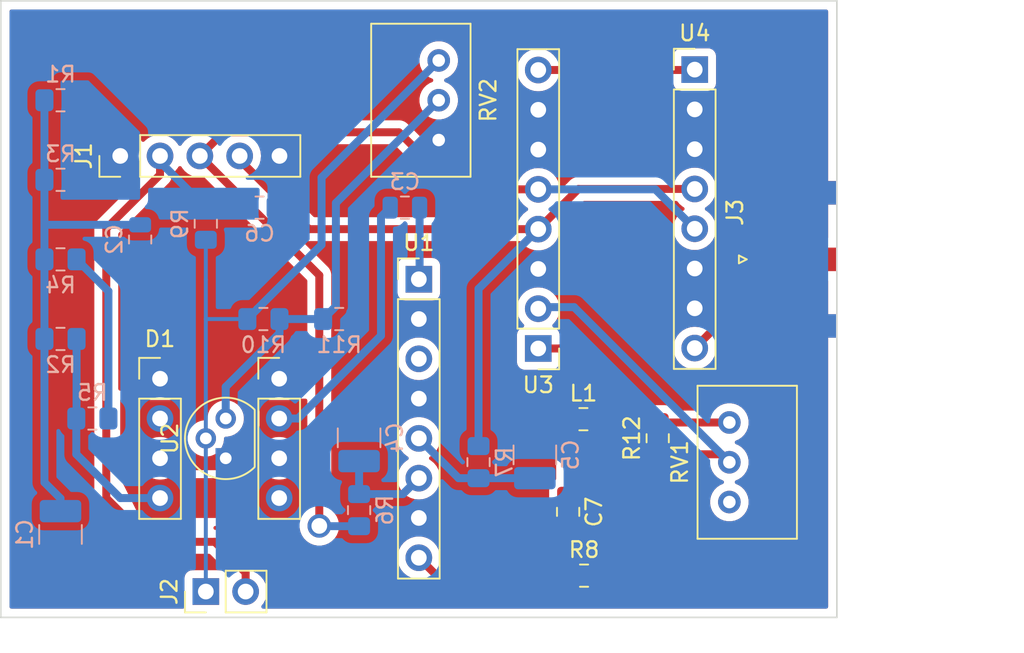
<source format=kicad_pcb>
(kicad_pcb (version 20171130) (host pcbnew "(5.1.2)-1")

  (general
    (thickness 1.6)
    (drawings 4)
    (tracks 105)
    (zones 0)
    (modules 30)
    (nets 20)
  )

  (page A4)
  (layers
    (0 F.Cu signal)
    (31 B.Cu signal)
    (32 B.Adhes user)
    (33 F.Adhes user)
    (34 B.Paste user)
    (35 F.Paste user)
    (36 B.SilkS user)
    (37 F.SilkS user)
    (38 B.Mask user)
    (39 F.Mask user)
    (40 Dwgs.User user)
    (41 Cmts.User user)
    (42 Eco1.User user)
    (43 Eco2.User user)
    (44 Edge.Cuts user)
    (45 Margin user)
    (46 B.CrtYd user)
    (47 F.CrtYd user)
    (48 B.Fab user)
    (49 F.Fab user)
  )

  (setup
    (last_trace_width 0.508)
    (trace_clearance 0.4064)
    (zone_clearance 0.508)
    (zone_45_only no)
    (trace_min 0.2)
    (via_size 1.5)
    (via_drill 1)
    (via_min_size 0.4)
    (via_min_drill 0.3)
    (uvia_size 0.3)
    (uvia_drill 0.1)
    (uvias_allowed no)
    (uvia_min_size 0.2)
    (uvia_min_drill 0.1)
    (edge_width 0.05)
    (segment_width 0.2)
    (pcb_text_width 0.3)
    (pcb_text_size 1.5 1.5)
    (mod_edge_width 0.12)
    (mod_text_size 1 1)
    (mod_text_width 0.15)
    (pad_size 1.524 1.524)
    (pad_drill 0.762)
    (pad_to_mask_clearance 0.051)
    (solder_mask_min_width 0.25)
    (aux_axis_origin 0 0)
    (visible_elements 7FFFFFFF)
    (pcbplotparams
      (layerselection 0x01000_ffffffff)
      (usegerberextensions false)
      (usegerberattributes false)
      (usegerberadvancedattributes false)
      (creategerberjobfile false)
      (excludeedgelayer true)
      (linewidth 0.100000)
      (plotframeref false)
      (viasonmask false)
      (mode 1)
      (useauxorigin false)
      (hpglpennumber 1)
      (hpglpenspeed 20)
      (hpglpendiameter 15.000000)
      (psnegative false)
      (psa4output false)
      (plotreference true)
      (plotvalue true)
      (plotinvisibletext false)
      (padsonsilk false)
      (subtractmaskfromsilk false)
      (outputformat 1)
      (mirror false)
      (drillshape 0)
      (scaleselection 1)
      (outputdirectory "E:/SiPM Cremat/"))
  )

  (net 0 "")
  (net 1 GND)
  (net 2 "Net-(C1-Pad1)")
  (net 3 "Net-(C3-Pad2)")
  (net 4 "Net-(C3-Pad1)")
  (net 5 "Net-(C4-Pad1)")
  (net 6 "Net-(C5-Pad1)")
  (net 7 +6V)
  (net 8 "Net-(C7-Pad2)")
  (net 9 "Net-(C7-Pad1)")
  (net 10 -6V)
  (net 11 +36V)
  (net 12 "Net-(J2-Pad1)")
  (net 13 "Net-(J3-Pad1)")
  (net 14 "Net-(L1-Pad2)")
  (net 15 "Net-(R4-Pad2)")
  (net 16 "Net-(R10-Pad2)")
  (net 17 "Net-(R12-Pad1)")
  (net 18 "Net-(U3-Pad8)")
  (net 19 +3V3)

  (net_class Default "This is the default net class."
    (clearance 0.4064)
    (trace_width 0.508)
    (via_dia 1.5)
    (via_drill 1)
    (uvia_dia 0.3)
    (uvia_drill 0.1)
    (add_net +36V)
    (add_net +3V3)
    (add_net +6V)
    (add_net -6V)
    (add_net GND)
    (add_net "Net-(C1-Pad1)")
    (add_net "Net-(C3-Pad1)")
    (add_net "Net-(C3-Pad2)")
    (add_net "Net-(C4-Pad1)")
    (add_net "Net-(C5-Pad1)")
    (add_net "Net-(C7-Pad1)")
    (add_net "Net-(C7-Pad2)")
    (add_net "Net-(J2-Pad1)")
    (add_net "Net-(J3-Pad1)")
    (add_net "Net-(L1-Pad2)")
    (add_net "Net-(R10-Pad2)")
    (add_net "Net-(R12-Pad1)")
    (add_net "Net-(R4-Pad2)")
    (add_net "Net-(U3-Pad8)")
  )

  (net_class Thin ""
    (clearance 0.4064)
    (trace_width 0.254)
    (via_dia 1.5)
    (via_drill 1)
    (uvia_dia 0.3)
    (uvia_drill 0.1)
  )

  (module Connector_PinHeader_2.54mm:PinHeader_1x08_P2.54mm_Vertical (layer F.Cu) (tedit 59FED5CC) (tstamp 5CE34E10)
    (at 193.04 125.73)
    (descr "Through hole straight pin header, 1x08, 2.54mm pitch, single row")
    (tags "Through hole pin header THT 1x08 2.54mm single row")
    (path /5CD195FF)
    (fp_text reference U1 (at 0 -2.33) (layer F.SilkS)
      (effects (font (size 1 1) (thickness 0.15)))
    )
    (fp_text value CR-113-R2.1 (at 0 20.11) (layer F.Fab)
      (effects (font (size 1 1) (thickness 0.15)))
    )
    (fp_text user %R (at 0 8.89 90) (layer F.Fab)
      (effects (font (size 1 1) (thickness 0.15)))
    )
    (fp_line (start 1.8 -1.8) (end -1.8 -1.8) (layer F.CrtYd) (width 0.05))
    (fp_line (start 1.8 19.55) (end 1.8 -1.8) (layer F.CrtYd) (width 0.05))
    (fp_line (start -1.8 19.55) (end 1.8 19.55) (layer F.CrtYd) (width 0.05))
    (fp_line (start -1.8 -1.8) (end -1.8 19.55) (layer F.CrtYd) (width 0.05))
    (fp_line (start -1.33 -1.33) (end 0 -1.33) (layer F.SilkS) (width 0.12))
    (fp_line (start -1.33 0) (end -1.33 -1.33) (layer F.SilkS) (width 0.12))
    (fp_line (start -1.33 1.27) (end 1.33 1.27) (layer F.SilkS) (width 0.12))
    (fp_line (start 1.33 1.27) (end 1.33 19.11) (layer F.SilkS) (width 0.12))
    (fp_line (start -1.33 1.27) (end -1.33 19.11) (layer F.SilkS) (width 0.12))
    (fp_line (start -1.33 19.11) (end 1.33 19.11) (layer F.SilkS) (width 0.12))
    (fp_line (start -1.27 -0.635) (end -0.635 -1.27) (layer F.Fab) (width 0.1))
    (fp_line (start -1.27 19.05) (end -1.27 -0.635) (layer F.Fab) (width 0.1))
    (fp_line (start 1.27 19.05) (end -1.27 19.05) (layer F.Fab) (width 0.1))
    (fp_line (start 1.27 -1.27) (end 1.27 19.05) (layer F.Fab) (width 0.1))
    (fp_line (start -0.635 -1.27) (end 1.27 -1.27) (layer F.Fab) (width 0.1))
    (pad 8 thru_hole oval (at 0 17.78) (size 1.7 1.7) (drill 1) (layers *.Cu *.Mask)
      (net 8 "Net-(C7-Pad2)"))
    (pad 7 thru_hole oval (at 0 15.24) (size 1.7 1.7) (drill 1) (layers *.Cu *.Mask)
      (net 1 GND))
    (pad 6 thru_hole oval (at 0 12.7) (size 1.7 1.7) (drill 1) (layers *.Cu *.Mask)
      (net 5 "Net-(C4-Pad1)"))
    (pad 5 thru_hole oval (at 0 10.16) (size 1.7 1.7) (drill 1) (layers *.Cu *.Mask)
      (net 6 "Net-(C5-Pad1)"))
    (pad 4 thru_hole oval (at 0 7.62) (size 1.7 1.7) (drill 1) (layers *.Cu *.Mask)
      (net 1 GND))
    (pad 3 thru_hole oval (at 0 5.08) (size 1.7 1.7) (drill 1) (layers *.Cu *.Mask))
    (pad 2 thru_hole oval (at 0 2.54) (size 1.7 1.7) (drill 1) (layers *.Cu *.Mask)
      (net 1 GND))
    (pad 1 thru_hole rect (at 0 0) (size 1.7 1.7) (drill 1) (layers *.Cu *.Mask)
      (net 4 "Net-(C3-Pad1)"))
    (model ${KISYS3DMOD}/Connector_PinHeader_2.54mm.3dshapes/PinHeader_1x08_P2.54mm_Vertical.wrl
      (at (xyz 0 0 0))
      (scale (xyz 1 1 1))
      (rotate (xyz 0 0 0))
    )
  )

  (module Connector_PinHeader_2.54mm:PinHeader_1x05_P2.54mm_Vertical (layer F.Cu) (tedit 59FED5CC) (tstamp 5CE359DC)
    (at 173.99 117.856 90)
    (descr "Through hole straight pin header, 1x05, 2.54mm pitch, single row")
    (tags "Through hole pin header THT 1x05 2.54mm single row")
    (path /5CE58EDB)
    (fp_text reference J1 (at 0 -2.33 90) (layer F.SilkS)
      (effects (font (size 1 1) (thickness 0.15)))
    )
    (fp_text value PWR (at 0 12.49 90) (layer F.Fab)
      (effects (font (size 1 1) (thickness 0.15)))
    )
    (fp_text user %R (at 0 5.08) (layer F.Fab)
      (effects (font (size 1 1) (thickness 0.15)))
    )
    (fp_line (start 1.8 -1.8) (end -1.8 -1.8) (layer F.CrtYd) (width 0.05))
    (fp_line (start 1.8 11.95) (end 1.8 -1.8) (layer F.CrtYd) (width 0.05))
    (fp_line (start -1.8 11.95) (end 1.8 11.95) (layer F.CrtYd) (width 0.05))
    (fp_line (start -1.8 -1.8) (end -1.8 11.95) (layer F.CrtYd) (width 0.05))
    (fp_line (start -1.33 -1.33) (end 0 -1.33) (layer F.SilkS) (width 0.12))
    (fp_line (start -1.33 0) (end -1.33 -1.33) (layer F.SilkS) (width 0.12))
    (fp_line (start -1.33 1.27) (end 1.33 1.27) (layer F.SilkS) (width 0.12))
    (fp_line (start 1.33 1.27) (end 1.33 11.49) (layer F.SilkS) (width 0.12))
    (fp_line (start -1.33 1.27) (end -1.33 11.49) (layer F.SilkS) (width 0.12))
    (fp_line (start -1.33 11.49) (end 1.33 11.49) (layer F.SilkS) (width 0.12))
    (fp_line (start -1.27 -0.635) (end -0.635 -1.27) (layer F.Fab) (width 0.1))
    (fp_line (start -1.27 11.43) (end -1.27 -0.635) (layer F.Fab) (width 0.1))
    (fp_line (start 1.27 11.43) (end -1.27 11.43) (layer F.Fab) (width 0.1))
    (fp_line (start 1.27 -1.27) (end 1.27 11.43) (layer F.Fab) (width 0.1))
    (fp_line (start -0.635 -1.27) (end 1.27 -1.27) (layer F.Fab) (width 0.1))
    (pad 5 thru_hole oval (at 0 10.16 90) (size 1.7 1.7) (drill 1) (layers *.Cu *.Mask)
      (net 1 GND))
    (pad 4 thru_hole oval (at 0 7.62 90) (size 1.7 1.7) (drill 1) (layers *.Cu *.Mask)
      (net 10 -6V))
    (pad 3 thru_hole oval (at 0 5.08 90) (size 1.7 1.7) (drill 1) (layers *.Cu *.Mask)
      (net 7 +6V))
    (pad 2 thru_hole oval (at 0 2.54 90) (size 1.7 1.7) (drill 1) (layers *.Cu *.Mask)
      (net 19 +3V3))
    (pad 1 thru_hole rect (at 0 0 90) (size 1.7 1.7) (drill 1) (layers *.Cu *.Mask)
      (net 11 +36V))
    (model ${KISYS3DMOD}/Connector_PinHeader_2.54mm.3dshapes/PinHeader_1x05_P2.54mm_Vertical.wrl
      (at (xyz 0 0 0))
      (scale (xyz 1 1 1))
      (rotate (xyz 0 0 0))
    )
  )

  (module Capacitor_SMD:C_0805_2012Metric (layer B.Cu) (tedit 5B36C52B) (tstamp 5CDEAF7C)
    (at 192.151 121.158 180)
    (descr "Capacitor SMD 0805 (2012 Metric), square (rectangular) end terminal, IPC_7351 nominal, (Body size source: https://docs.google.com/spreadsheets/d/1BsfQQcO9C6DZCsRaXUlFlo91Tg2WpOkGARC1WS5S8t0/edit?usp=sharing), generated with kicad-footprint-generator")
    (tags capacitor)
    (path /5CE1D0E4)
    (attr smd)
    (fp_text reference C3 (at 0 1.65) (layer B.SilkS)
      (effects (font (size 1 1) (thickness 0.15)) (justify mirror))
    )
    (fp_text value 0.01u (at 0 -1.65) (layer B.Fab)
      (effects (font (size 1 1) (thickness 0.15)) (justify mirror))
    )
    (fp_text user %R (at 0 0) (layer B.Fab)
      (effects (font (size 0.5 0.5) (thickness 0.08)) (justify mirror))
    )
    (fp_line (start 1.68 -0.95) (end -1.68 -0.95) (layer B.CrtYd) (width 0.05))
    (fp_line (start 1.68 0.95) (end 1.68 -0.95) (layer B.CrtYd) (width 0.05))
    (fp_line (start -1.68 0.95) (end 1.68 0.95) (layer B.CrtYd) (width 0.05))
    (fp_line (start -1.68 -0.95) (end -1.68 0.95) (layer B.CrtYd) (width 0.05))
    (fp_line (start -0.258578 -0.71) (end 0.258578 -0.71) (layer B.SilkS) (width 0.12))
    (fp_line (start -0.258578 0.71) (end 0.258578 0.71) (layer B.SilkS) (width 0.12))
    (fp_line (start 1 -0.6) (end -1 -0.6) (layer B.Fab) (width 0.1))
    (fp_line (start 1 0.6) (end 1 -0.6) (layer B.Fab) (width 0.1))
    (fp_line (start -1 0.6) (end 1 0.6) (layer B.Fab) (width 0.1))
    (fp_line (start -1 -0.6) (end -1 0.6) (layer B.Fab) (width 0.1))
    (pad 2 smd roundrect (at 0.9375 0 180) (size 0.975 1.4) (layers B.Cu B.Paste B.Mask) (roundrect_rratio 0.25)
      (net 3 "Net-(C3-Pad2)"))
    (pad 1 smd roundrect (at -0.9375 0 180) (size 0.975 1.4) (layers B.Cu B.Paste B.Mask) (roundrect_rratio 0.25)
      (net 4 "Net-(C3-Pad1)"))
    (model ${KISYS3DMOD}/Capacitor_SMD.3dshapes/C_0805_2012Metric.wrl
      (at (xyz 0 0 0))
      (scale (xyz 1 1 1))
      (rotate (xyz 0 0 0))
    )
  )

  (module Resistor_SMD:R_0805_2012Metric_Pad1.15x1.40mm_HandSolder (layer B.Cu) (tedit 5B36C52B) (tstamp 5CDEB081)
    (at 170.18 119.38 180)
    (descr "Resistor SMD 0805 (2012 Metric), square (rectangular) end terminal, IPC_7351 nominal with elongated pad for handsoldering. (Body size source: https://docs.google.com/spreadsheets/d/1BsfQQcO9C6DZCsRaXUlFlo91Tg2WpOkGARC1WS5S8t0/edit?usp=sharing), generated with kicad-footprint-generator")
    (tags "resistor handsolder")
    (path /5CDB13EE)
    (attr smd)
    (fp_text reference R3 (at 0 1.65) (layer B.SilkS)
      (effects (font (size 1 1) (thickness 0.15)) (justify mirror))
    )
    (fp_text value 10M (at 0 -1.65) (layer B.Fab)
      (effects (font (size 1 1) (thickness 0.15)) (justify mirror))
    )
    (fp_text user %R (at 0 0) (layer B.Fab)
      (effects (font (size 0.5 0.5) (thickness 0.08)) (justify mirror))
    )
    (fp_line (start 1.85 -0.95) (end -1.85 -0.95) (layer B.CrtYd) (width 0.05))
    (fp_line (start 1.85 0.95) (end 1.85 -0.95) (layer B.CrtYd) (width 0.05))
    (fp_line (start -1.85 0.95) (end 1.85 0.95) (layer B.CrtYd) (width 0.05))
    (fp_line (start -1.85 -0.95) (end -1.85 0.95) (layer B.CrtYd) (width 0.05))
    (fp_line (start -0.261252 -0.71) (end 0.261252 -0.71) (layer B.SilkS) (width 0.12))
    (fp_line (start -0.261252 0.71) (end 0.261252 0.71) (layer B.SilkS) (width 0.12))
    (fp_line (start 1 -0.6) (end -1 -0.6) (layer B.Fab) (width 0.1))
    (fp_line (start 1 0.6) (end 1 -0.6) (layer B.Fab) (width 0.1))
    (fp_line (start -1 0.6) (end 1 0.6) (layer B.Fab) (width 0.1))
    (fp_line (start -1 -0.6) (end -1 0.6) (layer B.Fab) (width 0.1))
    (pad 2 smd roundrect (at 1.025 0 180) (size 1.15 1.4) (layers B.Cu B.Paste B.Mask) (roundrect_rratio 0.217391)
      (net 2 "Net-(C1-Pad1)"))
    (pad 1 smd roundrect (at -1.025 0 180) (size 1.15 1.4) (layers B.Cu B.Paste B.Mask) (roundrect_rratio 0.217391)
      (net 11 +36V))
    (model ${KISYS3DMOD}/Resistor_SMD.3dshapes/R_0805_2012Metric.wrl
      (at (xyz 0 0 0))
      (scale (xyz 1 1 1))
      (rotate (xyz 0 0 0))
    )
  )

  (module Connector_PinHeader_2.54mm:PinHeader_1x08_P2.54mm_Vertical (layer F.Cu) (tedit 59FED5CC) (tstamp 5CE30528)
    (at 210.6422 112.3442)
    (descr "Through hole straight pin header, 1x08, 2.54mm pitch, single row")
    (tags "Through hole pin header THT 1x08 2.54mm single row")
    (path /5CD1843A)
    (fp_text reference U4 (at 0 -2.33) (layer F.SilkS)
      (effects (font (size 1 1) (thickness 0.15)))
    )
    (fp_text value CR-210-R0 (at 0 20.11) (layer F.Fab)
      (effects (font (size 1 1) (thickness 0.15)))
    )
    (fp_text user %R (at 0 8.89 90) (layer F.Fab)
      (effects (font (size 1 1) (thickness 0.15)))
    )
    (fp_line (start 1.8 -1.8) (end -1.8 -1.8) (layer F.CrtYd) (width 0.05))
    (fp_line (start 1.8 19.55) (end 1.8 -1.8) (layer F.CrtYd) (width 0.05))
    (fp_line (start -1.8 19.55) (end 1.8 19.55) (layer F.CrtYd) (width 0.05))
    (fp_line (start -1.8 -1.8) (end -1.8 19.55) (layer F.CrtYd) (width 0.05))
    (fp_line (start -1.33 -1.33) (end 0 -1.33) (layer F.SilkS) (width 0.12))
    (fp_line (start -1.33 0) (end -1.33 -1.33) (layer F.SilkS) (width 0.12))
    (fp_line (start -1.33 1.27) (end 1.33 1.27) (layer F.SilkS) (width 0.12))
    (fp_line (start 1.33 1.27) (end 1.33 19.11) (layer F.SilkS) (width 0.12))
    (fp_line (start -1.33 1.27) (end -1.33 19.11) (layer F.SilkS) (width 0.12))
    (fp_line (start -1.33 19.11) (end 1.33 19.11) (layer F.SilkS) (width 0.12))
    (fp_line (start -1.27 -0.635) (end -0.635 -1.27) (layer F.Fab) (width 0.1))
    (fp_line (start -1.27 19.05) (end -1.27 -0.635) (layer F.Fab) (width 0.1))
    (fp_line (start 1.27 19.05) (end -1.27 19.05) (layer F.Fab) (width 0.1))
    (fp_line (start 1.27 -1.27) (end 1.27 19.05) (layer F.Fab) (width 0.1))
    (fp_line (start -0.635 -1.27) (end 1.27 -1.27) (layer F.Fab) (width 0.1))
    (pad 8 thru_hole oval (at 0 17.78) (size 1.7 1.7) (drill 1) (layers *.Cu *.Mask)
      (net 13 "Net-(J3-Pad1)"))
    (pad 7 thru_hole oval (at 0 15.24) (size 1.7 1.7) (drill 1) (layers *.Cu *.Mask)
      (net 1 GND))
    (pad 6 thru_hole oval (at 0 12.7) (size 1.7 1.7) (drill 1) (layers *.Cu *.Mask)
      (net 1 GND))
    (pad 5 thru_hole oval (at 0 10.16) (size 1.7 1.7) (drill 1) (layers *.Cu *.Mask)
      (net 7 +6V))
    (pad 4 thru_hole oval (at 0 7.62) (size 1.7 1.7) (drill 1) (layers *.Cu *.Mask)
      (net 10 -6V))
    (pad 3 thru_hole oval (at 0 5.08) (size 1.7 1.7) (drill 1) (layers *.Cu *.Mask)
      (net 1 GND))
    (pad 2 thru_hole oval (at 0 2.54) (size 1.7 1.7) (drill 1) (layers *.Cu *.Mask)
      (net 1 GND))
    (pad 1 thru_hole rect (at 0 0) (size 1.7 1.7) (drill 1) (layers *.Cu *.Mask)
      (net 18 "Net-(U3-Pad8)"))
    (model ${KISYS3DMOD}/Connector_PinHeader_2.54mm.3dshapes/PinHeader_1x08_P2.54mm_Vertical.wrl
      (at (xyz 0 0 0))
      (scale (xyz 1 1 1))
      (rotate (xyz 0 0 0))
    )
  )

  (module Connector_PinHeader_2.54mm:PinHeader_1x08_P2.54mm_Vertical (layer F.Cu) (tedit 59FED5CC) (tstamp 5CE303BF)
    (at 200.66 130.1496 180)
    (descr "Through hole straight pin header, 1x08, 2.54mm pitch, single row")
    (tags "Through hole pin header THT 1x08 2.54mm single row")
    (path /5CD1E675)
    (fp_text reference U3 (at 0 -2.33) (layer F.SilkS)
      (effects (font (size 1 1) (thickness 0.15)))
    )
    (fp_text value CR-200-R2.1 (at 0 20.11) (layer F.Fab)
      (effects (font (size 1 1) (thickness 0.15)))
    )
    (fp_text user %R (at 0 8.89 90) (layer F.Fab)
      (effects (font (size 1 1) (thickness 0.15)))
    )
    (fp_line (start 1.8 -1.8) (end -1.8 -1.8) (layer F.CrtYd) (width 0.05))
    (fp_line (start 1.8 19.55) (end 1.8 -1.8) (layer F.CrtYd) (width 0.05))
    (fp_line (start -1.8 19.55) (end 1.8 19.55) (layer F.CrtYd) (width 0.05))
    (fp_line (start -1.8 -1.8) (end -1.8 19.55) (layer F.CrtYd) (width 0.05))
    (fp_line (start -1.33 -1.33) (end 0 -1.33) (layer F.SilkS) (width 0.12))
    (fp_line (start -1.33 0) (end -1.33 -1.33) (layer F.SilkS) (width 0.12))
    (fp_line (start -1.33 1.27) (end 1.33 1.27) (layer F.SilkS) (width 0.12))
    (fp_line (start 1.33 1.27) (end 1.33 19.11) (layer F.SilkS) (width 0.12))
    (fp_line (start -1.33 1.27) (end -1.33 19.11) (layer F.SilkS) (width 0.12))
    (fp_line (start -1.33 19.11) (end 1.33 19.11) (layer F.SilkS) (width 0.12))
    (fp_line (start -1.27 -0.635) (end -0.635 -1.27) (layer F.Fab) (width 0.1))
    (fp_line (start -1.27 19.05) (end -1.27 -0.635) (layer F.Fab) (width 0.1))
    (fp_line (start 1.27 19.05) (end -1.27 19.05) (layer F.Fab) (width 0.1))
    (fp_line (start 1.27 -1.27) (end 1.27 19.05) (layer F.Fab) (width 0.1))
    (fp_line (start -0.635 -1.27) (end 1.27 -1.27) (layer F.Fab) (width 0.1))
    (pad 8 thru_hole oval (at 0 17.78 180) (size 1.7 1.7) (drill 1) (layers *.Cu *.Mask)
      (net 18 "Net-(U3-Pad8)"))
    (pad 7 thru_hole oval (at 0 15.24 180) (size 1.7 1.7) (drill 1) (layers *.Cu *.Mask)
      (net 1 GND))
    (pad 6 thru_hole oval (at 0 12.7 180) (size 1.7 1.7) (drill 1) (layers *.Cu *.Mask)
      (net 1 GND))
    (pad 5 thru_hole oval (at 0 10.16 180) (size 1.7 1.7) (drill 1) (layers *.Cu *.Mask)
      (net 7 +6V))
    (pad 4 thru_hole oval (at 0 7.62 180) (size 1.7 1.7) (drill 1) (layers *.Cu *.Mask)
      (net 10 -6V))
    (pad 3 thru_hole oval (at 0 5.08 180) (size 1.7 1.7) (drill 1) (layers *.Cu *.Mask)
      (net 1 GND))
    (pad 2 thru_hole oval (at 0 2.54 180) (size 1.7 1.7) (drill 1) (layers *.Cu *.Mask)
      (net 17 "Net-(R12-Pad1)"))
    (pad 1 thru_hole rect (at 0 0 180) (size 1.7 1.7) (drill 1) (layers *.Cu *.Mask)
      (net 14 "Net-(L1-Pad2)"))
    (model ${KISYS3DMOD}/Connector_PinHeader_2.54mm.3dshapes/PinHeader_1x08_P2.54mm_Vertical.wrl
      (at (xyz 0 0 0))
      (scale (xyz 1 1 1))
      (rotate (xyz 0 0 0))
    )
  )

  (module Resistor_SMD:R_0805_2012Metric_Pad1.15x1.40mm_HandSolder (layer F.Cu) (tedit 5B36C52B) (tstamp 5CE301B3)
    (at 208.28 135.881 90)
    (descr "Resistor SMD 0805 (2012 Metric), square (rectangular) end terminal, IPC_7351 nominal with elongated pad for handsoldering. (Body size source: https://docs.google.com/spreadsheets/d/1BsfQQcO9C6DZCsRaXUlFlo91Tg2WpOkGARC1WS5S8t0/edit?usp=sharing), generated with kicad-footprint-generator")
    (tags "resistor handsolder")
    (path /5CE278D6)
    (attr smd)
    (fp_text reference R12 (at 0 -1.65 90) (layer F.SilkS)
      (effects (font (size 1 1) (thickness 0.15)))
    )
    (fp_text value "P/Z Trim" (at 0 1.65 90) (layer F.Fab)
      (effects (font (size 1 1) (thickness 0.15)))
    )
    (fp_text user %R (at 0 0 90) (layer F.Fab)
      (effects (font (size 0.5 0.5) (thickness 0.08)))
    )
    (fp_line (start 1.85 0.95) (end -1.85 0.95) (layer F.CrtYd) (width 0.05))
    (fp_line (start 1.85 -0.95) (end 1.85 0.95) (layer F.CrtYd) (width 0.05))
    (fp_line (start -1.85 -0.95) (end 1.85 -0.95) (layer F.CrtYd) (width 0.05))
    (fp_line (start -1.85 0.95) (end -1.85 -0.95) (layer F.CrtYd) (width 0.05))
    (fp_line (start -0.261252 0.71) (end 0.261252 0.71) (layer F.SilkS) (width 0.12))
    (fp_line (start -0.261252 -0.71) (end 0.261252 -0.71) (layer F.SilkS) (width 0.12))
    (fp_line (start 1 0.6) (end -1 0.6) (layer F.Fab) (width 0.1))
    (fp_line (start 1 -0.6) (end 1 0.6) (layer F.Fab) (width 0.1))
    (fp_line (start -1 -0.6) (end 1 -0.6) (layer F.Fab) (width 0.1))
    (fp_line (start -1 0.6) (end -1 -0.6) (layer F.Fab) (width 0.1))
    (pad 2 smd roundrect (at 1.025 0 90) (size 1.15 1.4) (layers F.Cu F.Paste F.Mask) (roundrect_rratio 0.217391)
      (net 14 "Net-(L1-Pad2)"))
    (pad 1 smd roundrect (at -1.025 0 90) (size 1.15 1.4) (layers F.Cu F.Paste F.Mask) (roundrect_rratio 0.217391)
      (net 17 "Net-(R12-Pad1)"))
    (model ${KISYS3DMOD}/Resistor_SMD.3dshapes/R_0805_2012Metric.wrl
      (at (xyz 0 0 0))
      (scale (xyz 1 1 1))
      (rotate (xyz 0 0 0))
    )
  )

  (module Resistor_SMD:R_0805_2012Metric_Pad1.15x1.40mm_HandSolder (layer B.Cu) (tedit 5B36C52B) (tstamp 5CDEB0C5)
    (at 196.85 137.405 90)
    (descr "Resistor SMD 0805 (2012 Metric), square (rectangular) end terminal, IPC_7351 nominal with elongated pad for handsoldering. (Body size source: https://docs.google.com/spreadsheets/d/1BsfQQcO9C6DZCsRaXUlFlo91Tg2WpOkGARC1WS5S8t0/edit?usp=sharing), generated with kicad-footprint-generator")
    (tags "resistor handsolder")
    (path /5CDE7FA2)
    (attr smd)
    (fp_text reference R7 (at 0 1.65 270) (layer B.SilkS)
      (effects (font (size 1 1) (thickness 0.15)) (justify mirror))
    )
    (fp_text value 47 (at 0 -1.65 270) (layer B.Fab)
      (effects (font (size 1 1) (thickness 0.15)) (justify mirror))
    )
    (fp_text user %R (at 0 0 270) (layer B.Fab)
      (effects (font (size 0.5 0.5) (thickness 0.08)) (justify mirror))
    )
    (fp_line (start 1.85 -0.95) (end -1.85 -0.95) (layer B.CrtYd) (width 0.05))
    (fp_line (start 1.85 0.95) (end 1.85 -0.95) (layer B.CrtYd) (width 0.05))
    (fp_line (start -1.85 0.95) (end 1.85 0.95) (layer B.CrtYd) (width 0.05))
    (fp_line (start -1.85 -0.95) (end -1.85 0.95) (layer B.CrtYd) (width 0.05))
    (fp_line (start -0.261252 -0.71) (end 0.261252 -0.71) (layer B.SilkS) (width 0.12))
    (fp_line (start -0.261252 0.71) (end 0.261252 0.71) (layer B.SilkS) (width 0.12))
    (fp_line (start 1 -0.6) (end -1 -0.6) (layer B.Fab) (width 0.1))
    (fp_line (start 1 0.6) (end 1 -0.6) (layer B.Fab) (width 0.1))
    (fp_line (start -1 0.6) (end 1 0.6) (layer B.Fab) (width 0.1))
    (fp_line (start -1 -0.6) (end -1 0.6) (layer B.Fab) (width 0.1))
    (pad 2 smd roundrect (at 1.025 0 90) (size 1.15 1.4) (layers B.Cu B.Paste B.Mask) (roundrect_rratio 0.217391)
      (net 10 -6V))
    (pad 1 smd roundrect (at -1.025 0 90) (size 1.15 1.4) (layers B.Cu B.Paste B.Mask) (roundrect_rratio 0.217391)
      (net 6 "Net-(C5-Pad1)"))
    (model ${KISYS3DMOD}/Resistor_SMD.3dshapes/R_0805_2012Metric.wrl
      (at (xyz 0 0 0))
      (scale (xyz 1 1 1))
      (rotate (xyz 0 0 0))
    )
  )

  (module Capacitor_SMD:C_0805_2012Metric_Pad1.15x1.40mm_HandSolder (layer F.Cu) (tedit 5B36C52B) (tstamp 5CDEAFC0)
    (at 202.565 140.58 270)
    (descr "Capacitor SMD 0805 (2012 Metric), square (rectangular) end terminal, IPC_7351 nominal with elongated pad for handsoldering. (Body size source: https://docs.google.com/spreadsheets/d/1BsfQQcO9C6DZCsRaXUlFlo91Tg2WpOkGARC1WS5S8t0/edit?usp=sharing), generated with kicad-footprint-generator")
    (tags "capacitor handsolder")
    (path /5CE1BDF3)
    (attr smd)
    (fp_text reference C7 (at 0 -1.65 90) (layer F.SilkS)
      (effects (font (size 1 1) (thickness 0.15)))
    )
    (fp_text value 1u (at 0 1.65 90) (layer F.Fab)
      (effects (font (size 1 1) (thickness 0.15)))
    )
    (fp_text user %R (at 0 0 90) (layer F.Fab)
      (effects (font (size 0.5 0.5) (thickness 0.08)))
    )
    (fp_line (start 1.85 0.95) (end -1.85 0.95) (layer F.CrtYd) (width 0.05))
    (fp_line (start 1.85 -0.95) (end 1.85 0.95) (layer F.CrtYd) (width 0.05))
    (fp_line (start -1.85 -0.95) (end 1.85 -0.95) (layer F.CrtYd) (width 0.05))
    (fp_line (start -1.85 0.95) (end -1.85 -0.95) (layer F.CrtYd) (width 0.05))
    (fp_line (start -0.261252 0.71) (end 0.261252 0.71) (layer F.SilkS) (width 0.12))
    (fp_line (start -0.261252 -0.71) (end 0.261252 -0.71) (layer F.SilkS) (width 0.12))
    (fp_line (start 1 0.6) (end -1 0.6) (layer F.Fab) (width 0.1))
    (fp_line (start 1 -0.6) (end 1 0.6) (layer F.Fab) (width 0.1))
    (fp_line (start -1 -0.6) (end 1 -0.6) (layer F.Fab) (width 0.1))
    (fp_line (start -1 0.6) (end -1 -0.6) (layer F.Fab) (width 0.1))
    (pad 2 smd roundrect (at 1.025 0 270) (size 1.15 1.4) (layers F.Cu F.Paste F.Mask) (roundrect_rratio 0.217391)
      (net 8 "Net-(C7-Pad2)"))
    (pad 1 smd roundrect (at -1.025 0 270) (size 1.15 1.4) (layers F.Cu F.Paste F.Mask) (roundrect_rratio 0.217391)
      (net 9 "Net-(C7-Pad1)"))
    (model ${KISYS3DMOD}/Capacitor_SMD.3dshapes/C_0805_2012Metric.wrl
      (at (xyz 0 0 0))
      (scale (xyz 1 1 1))
      (rotate (xyz 0 0 0))
    )
  )

  (module Inductor_SMD:L_0805_2012Metric_Pad1.15x1.40mm_HandSolder (layer F.Cu) (tedit 5B36C52B) (tstamp 5CDEB04E)
    (at 203.54 134.663)
    (descr "Capacitor SMD 0805 (2012 Metric), square (rectangular) end terminal, IPC_7351 nominal with elongated pad for handsoldering. (Body size source: https://docs.google.com/spreadsheets/d/1BsfQQcO9C6DZCsRaXUlFlo91Tg2WpOkGARC1WS5S8t0/edit?usp=sharing), generated with kicad-footprint-generator")
    (tags "inductor handsolder")
    (path /5CE1AA56)
    (attr smd)
    (fp_text reference L1 (at 0 -1.65) (layer F.SilkS)
      (effects (font (size 1 1) (thickness 0.15)))
    )
    (fp_text value 10u (at 0 1.65) (layer F.Fab)
      (effects (font (size 1 1) (thickness 0.15)))
    )
    (fp_text user %R (at 0 0) (layer F.Fab)
      (effects (font (size 0.5 0.5) (thickness 0.08)))
    )
    (fp_line (start 1.85 0.95) (end -1.85 0.95) (layer F.CrtYd) (width 0.05))
    (fp_line (start 1.85 -0.95) (end 1.85 0.95) (layer F.CrtYd) (width 0.05))
    (fp_line (start -1.85 -0.95) (end 1.85 -0.95) (layer F.CrtYd) (width 0.05))
    (fp_line (start -1.85 0.95) (end -1.85 -0.95) (layer F.CrtYd) (width 0.05))
    (fp_line (start -0.261252 0.71) (end 0.261252 0.71) (layer F.SilkS) (width 0.12))
    (fp_line (start -0.261252 -0.71) (end 0.261252 -0.71) (layer F.SilkS) (width 0.12))
    (fp_line (start 1 0.6) (end -1 0.6) (layer F.Fab) (width 0.1))
    (fp_line (start 1 -0.6) (end 1 0.6) (layer F.Fab) (width 0.1))
    (fp_line (start -1 -0.6) (end 1 -0.6) (layer F.Fab) (width 0.1))
    (fp_line (start -1 0.6) (end -1 -0.6) (layer F.Fab) (width 0.1))
    (pad 2 smd roundrect (at 1.025 0) (size 1.15 1.4) (layers F.Cu F.Paste F.Mask) (roundrect_rratio 0.217391)
      (net 14 "Net-(L1-Pad2)"))
    (pad 1 smd roundrect (at -1.025 0) (size 1.15 1.4) (layers F.Cu F.Paste F.Mask) (roundrect_rratio 0.217391)
      (net 9 "Net-(C7-Pad1)"))
    (model ${KISYS3DMOD}/Inductor_SMD.3dshapes/L_0805_2012Metric.wrl
      (at (xyz 0 0 0))
      (scale (xyz 1 1 1))
      (rotate (xyz 0 0 0))
    )
  )

  (module Sensl:ArrayJ-60035-4P-PCB (layer F.Cu) (tedit 5CD91BF4) (tstamp 5CE2BE78)
    (at 176.53 132.08)
    (descr "Sensl SiPM 8 Pin")
    (tags "Sensl SiPM")
    (path /5CD924CC)
    (fp_text reference D1 (at -0.01 -2.54) (layer F.SilkS)
      (effects (font (size 1 1) (thickness 0.15)))
    )
    (fp_text value ArrayJ-60035-4P-PCB (at 3.8 10.16) (layer F.Fab)
      (effects (font (size 1 1) (thickness 0.15)))
    )
    (fp_line (start 6.27 0) (end 6.27 -1.33) (layer F.SilkS) (width 0.12))
    (fp_line (start 9.4 -1.8) (end 5.8 -1.8) (layer F.CrtYd) (width 0.05))
    (fp_line (start 5.8 9.4) (end 9.4 9.4) (layer F.CrtYd) (width 0.05))
    (fp_line (start 6.27 -1.33) (end 7.6 -1.33) (layer F.SilkS) (width 0.12))
    (fp_line (start 9.4 9.4) (end 9.4 -1.8) (layer F.CrtYd) (width 0.05))
    (fp_line (start 5.8 -1.8) (end 5.8 9.4) (layer F.CrtYd) (width 0.05))
    (fp_text user %R (at 7.6 3.81 90) (layer F.Fab)
      (effects (font (size 1 1) (thickness 0.15)))
    )
    (fp_line (start 6.27 1.27) (end 6.27 8.95) (layer F.SilkS) (width 0.12))
    (fp_line (start 8.93 1.27) (end 8.93 8.95) (layer F.SilkS) (width 0.12))
    (fp_line (start 8.87 -1.27) (end 8.87 8.89) (layer F.Fab) (width 0.1))
    (fp_line (start 6.965 -1.27) (end 8.87 -1.27) (layer F.Fab) (width 0.1))
    (fp_line (start 6.27 8.95) (end 8.93 8.95) (layer F.SilkS) (width 0.12))
    (fp_line (start 6.33 -0.635) (end 6.965 -1.27) (layer F.Fab) (width 0.1))
    (fp_line (start 8.87 8.89) (end 6.33 8.89) (layer F.Fab) (width 0.1))
    (fp_line (start 6.33 8.89) (end 6.33 -0.635) (layer F.Fab) (width 0.1))
    (fp_line (start 6.27 1.27) (end 8.93 1.27) (layer F.SilkS) (width 0.12))
    (fp_line (start -0.635 -1.27) (end 1.27 -1.27) (layer F.Fab) (width 0.1))
    (fp_line (start 1.27 -1.27) (end 1.27 8.89) (layer F.Fab) (width 0.1))
    (fp_line (start 1.27 8.89) (end -1.27 8.89) (layer F.Fab) (width 0.1))
    (fp_line (start -1.27 8.89) (end -1.27 -0.635) (layer F.Fab) (width 0.1))
    (fp_line (start -1.27 -0.635) (end -0.635 -1.27) (layer F.Fab) (width 0.1))
    (fp_line (start -1.33 8.95) (end 1.33 8.95) (layer F.SilkS) (width 0.12))
    (fp_line (start -1.33 1.27) (end -1.33 8.95) (layer F.SilkS) (width 0.12))
    (fp_line (start 1.33 1.27) (end 1.33 8.95) (layer F.SilkS) (width 0.12))
    (fp_line (start -1.33 1.27) (end 1.33 1.27) (layer F.SilkS) (width 0.12))
    (fp_line (start -1.33 0) (end -1.33 -1.33) (layer F.SilkS) (width 0.12))
    (fp_line (start -1.33 -1.33) (end 0 -1.33) (layer F.SilkS) (width 0.12))
    (fp_line (start -1.8 -1.8) (end -1.8 9.4) (layer F.CrtYd) (width 0.05))
    (fp_line (start -1.8 9.4) (end 1.8 9.4) (layer F.CrtYd) (width 0.05))
    (fp_line (start 1.8 9.4) (end 1.8 -1.8) (layer F.CrtYd) (width 0.05))
    (fp_line (start 1.8 -1.8) (end -1.8 -1.8) (layer F.CrtYd) (width 0.05))
    (fp_text user %R (at 0 3.81 90) (layer F.Fab)
      (effects (font (size 1 1) (thickness 0.15)))
    )
    (pad 5 thru_hole oval (at 7.6 7.62) (size 1.7 1.7) (drill 1) (layers *.Cu *.Mask)
      (net 3 "Net-(C3-Pad2)"))
    (pad 7 thru_hole oval (at 7.6 2.54) (size 1.7 1.7) (drill 1) (layers *.Cu *.Mask)
      (net 3 "Net-(C3-Pad2)"))
    (pad 8 thru_hole rect (at 7.6 0) (size 1.7 1.7) (drill 1) (layers *.Cu *.Mask)
      (net 1 GND))
    (pad 6 thru_hole oval (at 7.6 5.08) (size 1.7 1.7) (drill 1) (layers *.Cu *.Mask)
      (net 1 GND))
    (pad 1 thru_hole rect (at 0 0) (size 1.7 1.7) (drill 1) (layers *.Cu *.Mask)
      (net 1 GND))
    (pad 2 thru_hole oval (at 0 2.54) (size 1.7 1.7) (drill 1) (layers *.Cu *.Mask)
      (net 3 "Net-(C3-Pad2)"))
    (pad 3 thru_hole oval (at 0 5.08) (size 1.7 1.7) (drill 1) (layers *.Cu *.Mask)
      (net 1 GND))
    (pad 4 thru_hole oval (at 0 7.62) (size 1.7 1.7) (drill 1) (layers *.Cu *.Mask)
      (net 3 "Net-(C3-Pad2)"))
    (model ${KISYS3DMOD}/Connector_PinHeader_2.54mm.3dshapes/PinHeader_1x04_P2.54mm_Vertical.wrl
      (at (xyz 0 0 0))
      (scale (xyz 1 1 1))
      (rotate (xyz 0 0 0))
    )
  )

  (module Package_TO_SOT_THT:TO-92 (layer F.Cu) (tedit 5A279852) (tstamp 5CE2BD8F)
    (at 180.721 137.16 90)
    (descr "TO-92 leads molded, narrow, drill 0.75mm (see NXP sot054_po.pdf)")
    (tags "to-92 sc-43 sc-43a sot54 PA33 transistor")
    (path /5CE28AB3)
    (fp_text reference U2 (at 1.27 -3.56 90) (layer F.SilkS)
      (effects (font (size 1 1) (thickness 0.15)))
    )
    (fp_text value LM335AZ_NOPB (at 5.08 -3.81) (layer F.Fab)
      (effects (font (size 1 1) (thickness 0.15)))
    )
    (fp_arc (start 1.27 0) (end 1.27 -2.6) (angle 135) (layer F.SilkS) (width 0.12))
    (fp_arc (start 1.27 0) (end 1.27 -2.48) (angle -135) (layer F.Fab) (width 0.1))
    (fp_arc (start 1.27 0) (end 1.27 -2.6) (angle -135) (layer F.SilkS) (width 0.12))
    (fp_arc (start 1.27 0) (end 1.27 -2.48) (angle 135) (layer F.Fab) (width 0.1))
    (fp_line (start 4 2.01) (end -1.46 2.01) (layer F.CrtYd) (width 0.05))
    (fp_line (start 4 2.01) (end 4 -2.73) (layer F.CrtYd) (width 0.05))
    (fp_line (start -1.46 -2.73) (end -1.46 2.01) (layer F.CrtYd) (width 0.05))
    (fp_line (start -1.46 -2.73) (end 4 -2.73) (layer F.CrtYd) (width 0.05))
    (fp_line (start -0.5 1.75) (end 3 1.75) (layer F.Fab) (width 0.1))
    (fp_line (start -0.53 1.85) (end 3.07 1.85) (layer F.SilkS) (width 0.12))
    (fp_text user %R (at 1.27 -3.56 90) (layer F.Fab)
      (effects (font (size 1 1) (thickness 0.15)))
    )
    (pad 1 thru_hole rect (at 0 0 180) (size 1.3 1.3) (drill 0.75) (layers *.Cu *.Mask)
      (net 1 GND))
    (pad 3 thru_hole circle (at 2.54 0 180) (size 1.3 1.3) (drill 0.75) (layers *.Cu *.Mask)
      (net 16 "Net-(R10-Pad2)"))
    (pad 2 thru_hole circle (at 1.27 -1.27 180) (size 1.3 1.3) (drill 0.75) (layers *.Cu *.Mask)
      (net 12 "Net-(J2-Pad1)"))
    (model ${KISYS3DMOD}/Package_TO_SOT_THT.3dshapes/TO-92.wrl
      (at (xyz 0 0 0))
      (scale (xyz 1 1 1))
      (rotate (xyz 0 0 0))
    )
  )

  (module Potentiometer_THT:Potentiometer_Bourns_3299W_Vertical (layer F.Cu) (tedit 5A3D4994) (tstamp 5CDEB148)
    (at 194.31 116.84 270)
    (descr "Potentiometer, vertical, Bourns 3299W, https://www.bourns.com/pdfs/3299.pdf")
    (tags "Potentiometer vertical Bourns 3299W")
    (path /5CE56A22)
    (fp_text reference RV2 (at -2.54 -3.16 90) (layer F.SilkS)
      (effects (font (size 1 1) (thickness 0.15)))
    )
    (fp_text value R_POT (at -2.54 5.44 90) (layer F.Fab)
      (effects (font (size 1 1) (thickness 0.15)))
    )
    (fp_text user %R (at -3.175 1.14 90) (layer F.Fab)
      (effects (font (size 1 1) (thickness 0.15)))
    )
    (fp_line (start 2.5 -2.2) (end -7.6 -2.2) (layer F.CrtYd) (width 0.05))
    (fp_line (start 2.5 4.45) (end 2.5 -2.2) (layer F.CrtYd) (width 0.05))
    (fp_line (start -7.6 4.45) (end 2.5 4.45) (layer F.CrtYd) (width 0.05))
    (fp_line (start -7.6 -2.2) (end -7.6 4.45) (layer F.CrtYd) (width 0.05))
    (fp_line (start 2.345 -2.03) (end 2.345 4.31) (layer F.SilkS) (width 0.12))
    (fp_line (start -7.425 -2.03) (end -7.425 4.31) (layer F.SilkS) (width 0.12))
    (fp_line (start -7.425 4.31) (end 2.345 4.31) (layer F.SilkS) (width 0.12))
    (fp_line (start -7.425 -2.03) (end 2.345 -2.03) (layer F.SilkS) (width 0.12))
    (fp_line (start 0.955 4.005) (end 0.956 1.836) (layer F.Fab) (width 0.1))
    (fp_line (start 0.955 4.005) (end 0.956 1.836) (layer F.Fab) (width 0.1))
    (fp_line (start 2.225 -1.91) (end -7.305 -1.91) (layer F.Fab) (width 0.1))
    (fp_line (start 2.225 4.19) (end 2.225 -1.91) (layer F.Fab) (width 0.1))
    (fp_line (start -7.305 4.19) (end 2.225 4.19) (layer F.Fab) (width 0.1))
    (fp_line (start -7.305 -1.91) (end -7.305 4.19) (layer F.Fab) (width 0.1))
    (fp_circle (center 0.955 2.92) (end 2.05 2.92) (layer F.Fab) (width 0.1))
    (pad 3 thru_hole circle (at -5.08 0 270) (size 1.44 1.44) (drill 0.8) (layers *.Cu *.Mask)
      (net 12 "Net-(J2-Pad1)"))
    (pad 2 thru_hole circle (at -2.54 0 270) (size 1.44 1.44) (drill 0.8) (layers *.Cu *.Mask)
      (net 16 "Net-(R10-Pad2)"))
    (pad 1 thru_hole circle (at 0 0 270) (size 1.44 1.44) (drill 0.8) (layers *.Cu *.Mask)
      (net 1 GND))
    (model ${KISYS3DMOD}/Potentiometer_THT.3dshapes/Potentiometer_Bourns_3299W_Vertical.wrl
      (at (xyz 0 0 0))
      (scale (xyz 1 1 1))
      (rotate (xyz 0 0 0))
    )
  )

  (module Potentiometer_THT:Potentiometer_Bourns_3299W_Vertical (layer F.Cu) (tedit 5A3D4994) (tstamp 5CDEB131)
    (at 212.852 134.874 90)
    (descr "Potentiometer, vertical, Bourns 3299W, https://www.bourns.com/pdfs/3299.pdf")
    (tags "Potentiometer vertical Bourns 3299W")
    (path /5CE46928)
    (fp_text reference RV1 (at -2.54 -3.16 90) (layer F.SilkS)
      (effects (font (size 1 1) (thickness 0.15)))
    )
    (fp_text value R_POT (at -2.54 5.44 90) (layer F.Fab)
      (effects (font (size 1 1) (thickness 0.15)))
    )
    (fp_text user %R (at -3.175 1.14 90) (layer F.Fab)
      (effects (font (size 1 1) (thickness 0.15)))
    )
    (fp_line (start 2.5 -2.2) (end -7.6 -2.2) (layer F.CrtYd) (width 0.05))
    (fp_line (start 2.5 4.45) (end 2.5 -2.2) (layer F.CrtYd) (width 0.05))
    (fp_line (start -7.6 4.45) (end 2.5 4.45) (layer F.CrtYd) (width 0.05))
    (fp_line (start -7.6 -2.2) (end -7.6 4.45) (layer F.CrtYd) (width 0.05))
    (fp_line (start 2.345 -2.03) (end 2.345 4.31) (layer F.SilkS) (width 0.12))
    (fp_line (start -7.425 -2.03) (end -7.425 4.31) (layer F.SilkS) (width 0.12))
    (fp_line (start -7.425 4.31) (end 2.345 4.31) (layer F.SilkS) (width 0.12))
    (fp_line (start -7.425 -2.03) (end 2.345 -2.03) (layer F.SilkS) (width 0.12))
    (fp_line (start 0.955 4.005) (end 0.956 1.836) (layer F.Fab) (width 0.1))
    (fp_line (start 0.955 4.005) (end 0.956 1.836) (layer F.Fab) (width 0.1))
    (fp_line (start 2.225 -1.91) (end -7.305 -1.91) (layer F.Fab) (width 0.1))
    (fp_line (start 2.225 4.19) (end 2.225 -1.91) (layer F.Fab) (width 0.1))
    (fp_line (start -7.305 4.19) (end 2.225 4.19) (layer F.Fab) (width 0.1))
    (fp_line (start -7.305 -1.91) (end -7.305 4.19) (layer F.Fab) (width 0.1))
    (fp_circle (center 0.955 2.92) (end 2.05 2.92) (layer F.Fab) (width 0.1))
    (pad 3 thru_hole circle (at -5.08 0 90) (size 1.44 1.44) (drill 0.8) (layers *.Cu *.Mask))
    (pad 2 thru_hole circle (at -2.54 0 90) (size 1.44 1.44) (drill 0.8) (layers *.Cu *.Mask)
      (net 17 "Net-(R12-Pad1)"))
    (pad 1 thru_hole circle (at 0 0 90) (size 1.44 1.44) (drill 0.8) (layers *.Cu *.Mask)
      (net 14 "Net-(L1-Pad2)"))
    (model ${KISYS3DMOD}/Potentiometer_THT.3dshapes/Potentiometer_Bourns_3299W_Vertical.wrl
      (at (xyz 0 0 0))
      (scale (xyz 1 1 1))
      (rotate (xyz 0 0 0))
    )
  )

  (module Resistor_SMD:R_0805_2012Metric_Pad1.15x1.40mm_HandSolder (layer B.Cu) (tedit 5B36C52B) (tstamp 5CDEB109)
    (at 187.96 128.27)
    (descr "Resistor SMD 0805 (2012 Metric), square (rectangular) end terminal, IPC_7351 nominal with elongated pad for handsoldering. (Body size source: https://docs.google.com/spreadsheets/d/1BsfQQcO9C6DZCsRaXUlFlo91Tg2WpOkGARC1WS5S8t0/edit?usp=sharing), generated with kicad-footprint-generator")
    (tags "resistor handsolder")
    (path /5CD4BF9A)
    (attr smd)
    (fp_text reference R11 (at 0 1.65) (layer B.SilkS)
      (effects (font (size 1 1) (thickness 0.15)) (justify mirror))
    )
    (fp_text value Cal. (at 0 -1.65) (layer B.Fab)
      (effects (font (size 1 1) (thickness 0.15)) (justify mirror))
    )
    (fp_text user %R (at 0 0) (layer B.Fab)
      (effects (font (size 0.5 0.5) (thickness 0.08)) (justify mirror))
    )
    (fp_line (start 1.85 -0.95) (end -1.85 -0.95) (layer B.CrtYd) (width 0.05))
    (fp_line (start 1.85 0.95) (end 1.85 -0.95) (layer B.CrtYd) (width 0.05))
    (fp_line (start -1.85 0.95) (end 1.85 0.95) (layer B.CrtYd) (width 0.05))
    (fp_line (start -1.85 -0.95) (end -1.85 0.95) (layer B.CrtYd) (width 0.05))
    (fp_line (start -0.261252 -0.71) (end 0.261252 -0.71) (layer B.SilkS) (width 0.12))
    (fp_line (start -0.261252 0.71) (end 0.261252 0.71) (layer B.SilkS) (width 0.12))
    (fp_line (start 1 -0.6) (end -1 -0.6) (layer B.Fab) (width 0.1))
    (fp_line (start 1 0.6) (end 1 -0.6) (layer B.Fab) (width 0.1))
    (fp_line (start -1 0.6) (end 1 0.6) (layer B.Fab) (width 0.1))
    (fp_line (start -1 -0.6) (end -1 0.6) (layer B.Fab) (width 0.1))
    (pad 2 smd roundrect (at 1.025 0) (size 1.15 1.4) (layers B.Cu B.Paste B.Mask) (roundrect_rratio 0.217391)
      (net 1 GND))
    (pad 1 smd roundrect (at -1.025 0) (size 1.15 1.4) (layers B.Cu B.Paste B.Mask) (roundrect_rratio 0.217391)
      (net 16 "Net-(R10-Pad2)"))
    (model ${KISYS3DMOD}/Resistor_SMD.3dshapes/R_0805_2012Metric.wrl
      (at (xyz 0 0 0))
      (scale (xyz 1 1 1))
      (rotate (xyz 0 0 0))
    )
  )

  (module Resistor_SMD:R_0805_2012Metric_Pad1.15x1.40mm_HandSolder (layer B.Cu) (tedit 5B36C52B) (tstamp 5CDEB0F8)
    (at 183.125 128.27)
    (descr "Resistor SMD 0805 (2012 Metric), square (rectangular) end terminal, IPC_7351 nominal with elongated pad for handsoldering. (Body size source: https://docs.google.com/spreadsheets/d/1BsfQQcO9C6DZCsRaXUlFlo91Tg2WpOkGARC1WS5S8t0/edit?usp=sharing), generated with kicad-footprint-generator")
    (tags "resistor handsolder")
    (path /5CD4B364)
    (attr smd)
    (fp_text reference R10 (at 0 1.65) (layer B.SilkS)
      (effects (font (size 1 1) (thickness 0.15)) (justify mirror))
    )
    (fp_text value Cal. (at 0 -1.65) (layer B.Fab)
      (effects (font (size 1 1) (thickness 0.15)) (justify mirror))
    )
    (fp_text user %R (at 0 0) (layer B.Fab)
      (effects (font (size 0.5 0.5) (thickness 0.08)) (justify mirror))
    )
    (fp_line (start 1.85 -0.95) (end -1.85 -0.95) (layer B.CrtYd) (width 0.05))
    (fp_line (start 1.85 0.95) (end 1.85 -0.95) (layer B.CrtYd) (width 0.05))
    (fp_line (start -1.85 0.95) (end 1.85 0.95) (layer B.CrtYd) (width 0.05))
    (fp_line (start -1.85 -0.95) (end -1.85 0.95) (layer B.CrtYd) (width 0.05))
    (fp_line (start -0.261252 -0.71) (end 0.261252 -0.71) (layer B.SilkS) (width 0.12))
    (fp_line (start -0.261252 0.71) (end 0.261252 0.71) (layer B.SilkS) (width 0.12))
    (fp_line (start 1 -0.6) (end -1 -0.6) (layer B.Fab) (width 0.1))
    (fp_line (start 1 0.6) (end 1 -0.6) (layer B.Fab) (width 0.1))
    (fp_line (start -1 0.6) (end 1 0.6) (layer B.Fab) (width 0.1))
    (fp_line (start -1 -0.6) (end -1 0.6) (layer B.Fab) (width 0.1))
    (pad 2 smd roundrect (at 1.025 0) (size 1.15 1.4) (layers B.Cu B.Paste B.Mask) (roundrect_rratio 0.217391)
      (net 16 "Net-(R10-Pad2)"))
    (pad 1 smd roundrect (at -1.025 0) (size 1.15 1.4) (layers B.Cu B.Paste B.Mask) (roundrect_rratio 0.217391)
      (net 12 "Net-(J2-Pad1)"))
    (model ${KISYS3DMOD}/Resistor_SMD.3dshapes/R_0805_2012Metric.wrl
      (at (xyz 0 0 0))
      (scale (xyz 1 1 1))
      (rotate (xyz 0 0 0))
    )
  )

  (module Resistor_SMD:R_0805_2012Metric_Pad1.15x1.40mm_HandSolder (layer B.Cu) (tedit 5B36C52B) (tstamp 5CDEB0E7)
    (at 179.451 122.183 270)
    (descr "Resistor SMD 0805 (2012 Metric), square (rectangular) end terminal, IPC_7351 nominal with elongated pad for handsoldering. (Body size source: https://docs.google.com/spreadsheets/d/1BsfQQcO9C6DZCsRaXUlFlo91Tg2WpOkGARC1WS5S8t0/edit?usp=sharing), generated with kicad-footprint-generator")
    (tags "resistor handsolder")
    (path /5CD4A0B2)
    (attr smd)
    (fp_text reference R9 (at 0 1.65 270) (layer B.SilkS)
      (effects (font (size 1 1) (thickness 0.15)) (justify mirror))
    )
    (fp_text value 2k (at 0 -1.65 270) (layer B.Fab)
      (effects (font (size 1 1) (thickness 0.15)) (justify mirror))
    )
    (fp_text user %R (at 0 0 270) (layer B.Fab)
      (effects (font (size 0.5 0.5) (thickness 0.08)) (justify mirror))
    )
    (fp_line (start 1.85 -0.95) (end -1.85 -0.95) (layer B.CrtYd) (width 0.05))
    (fp_line (start 1.85 0.95) (end 1.85 -0.95) (layer B.CrtYd) (width 0.05))
    (fp_line (start -1.85 0.95) (end 1.85 0.95) (layer B.CrtYd) (width 0.05))
    (fp_line (start -1.85 -0.95) (end -1.85 0.95) (layer B.CrtYd) (width 0.05))
    (fp_line (start -0.261252 -0.71) (end 0.261252 -0.71) (layer B.SilkS) (width 0.12))
    (fp_line (start -0.261252 0.71) (end 0.261252 0.71) (layer B.SilkS) (width 0.12))
    (fp_line (start 1 -0.6) (end -1 -0.6) (layer B.Fab) (width 0.1))
    (fp_line (start 1 0.6) (end 1 -0.6) (layer B.Fab) (width 0.1))
    (fp_line (start -1 0.6) (end 1 0.6) (layer B.Fab) (width 0.1))
    (fp_line (start -1 -0.6) (end -1 0.6) (layer B.Fab) (width 0.1))
    (pad 2 smd roundrect (at 1.025 0 270) (size 1.15 1.4) (layers B.Cu B.Paste B.Mask) (roundrect_rratio 0.217391)
      (net 12 "Net-(J2-Pad1)"))
    (pad 1 smd roundrect (at -1.025 0 270) (size 1.15 1.4) (layers B.Cu B.Paste B.Mask) (roundrect_rratio 0.217391)
      (net 19 +3V3))
    (model ${KISYS3DMOD}/Resistor_SMD.3dshapes/R_0805_2012Metric.wrl
      (at (xyz 0 0 0))
      (scale (xyz 1 1 1))
      (rotate (xyz 0 0 0))
    )
  )

  (module Resistor_SMD:R_0805_2012Metric_Pad1.15x1.40mm_HandSolder (layer F.Cu) (tedit 5B36C52B) (tstamp 5CDEB0D6)
    (at 203.581 144.653)
    (descr "Resistor SMD 0805 (2012 Metric), square (rectangular) end terminal, IPC_7351 nominal with elongated pad for handsoldering. (Body size source: https://docs.google.com/spreadsheets/d/1BsfQQcO9C6DZCsRaXUlFlo91Tg2WpOkGARC1WS5S8t0/edit?usp=sharing), generated with kicad-footprint-generator")
    (tags "resistor handsolder")
    (path /5CDFE03B)
    (attr smd)
    (fp_text reference R8 (at 0 -1.65) (layer F.SilkS)
      (effects (font (size 1 1) (thickness 0.15)))
    )
    (fp_text value 1k (at 0 1.65) (layer F.Fab)
      (effects (font (size 1 1) (thickness 0.15)))
    )
    (fp_text user %R (at 0 0) (layer F.Fab)
      (effects (font (size 0.5 0.5) (thickness 0.08)))
    )
    (fp_line (start 1.85 0.95) (end -1.85 0.95) (layer F.CrtYd) (width 0.05))
    (fp_line (start 1.85 -0.95) (end 1.85 0.95) (layer F.CrtYd) (width 0.05))
    (fp_line (start -1.85 -0.95) (end 1.85 -0.95) (layer F.CrtYd) (width 0.05))
    (fp_line (start -1.85 0.95) (end -1.85 -0.95) (layer F.CrtYd) (width 0.05))
    (fp_line (start -0.261252 0.71) (end 0.261252 0.71) (layer F.SilkS) (width 0.12))
    (fp_line (start -0.261252 -0.71) (end 0.261252 -0.71) (layer F.SilkS) (width 0.12))
    (fp_line (start 1 0.6) (end -1 0.6) (layer F.Fab) (width 0.1))
    (fp_line (start 1 -0.6) (end 1 0.6) (layer F.Fab) (width 0.1))
    (fp_line (start -1 -0.6) (end 1 -0.6) (layer F.Fab) (width 0.1))
    (fp_line (start -1 0.6) (end -1 -0.6) (layer F.Fab) (width 0.1))
    (pad 2 smd roundrect (at 1.025 0) (size 1.15 1.4) (layers F.Cu F.Paste F.Mask) (roundrect_rratio 0.217391)
      (net 1 GND))
    (pad 1 smd roundrect (at -1.025 0) (size 1.15 1.4) (layers F.Cu F.Paste F.Mask) (roundrect_rratio 0.217391)
      (net 8 "Net-(C7-Pad2)"))
    (model ${KISYS3DMOD}/Resistor_SMD.3dshapes/R_0805_2012Metric.wrl
      (at (xyz 0 0 0))
      (scale (xyz 1 1 1))
      (rotate (xyz 0 0 0))
    )
  )

  (module Resistor_SMD:R_0805_2012Metric_Pad1.15x1.40mm_HandSolder (layer B.Cu) (tedit 5B36C52B) (tstamp 5CDEB0B4)
    (at 189.23 140.471 90)
    (descr "Resistor SMD 0805 (2012 Metric), square (rectangular) end terminal, IPC_7351 nominal with elongated pad for handsoldering. (Body size source: https://docs.google.com/spreadsheets/d/1BsfQQcO9C6DZCsRaXUlFlo91Tg2WpOkGARC1WS5S8t0/edit?usp=sharing), generated with kicad-footprint-generator")
    (tags "resistor handsolder")
    (path /5CDEA121)
    (attr smd)
    (fp_text reference R6 (at 0 1.65 270) (layer B.SilkS)
      (effects (font (size 1 1) (thickness 0.15)) (justify mirror))
    )
    (fp_text value 47 (at 0 -1.65 270) (layer B.Fab)
      (effects (font (size 1 1) (thickness 0.15)) (justify mirror))
    )
    (fp_text user %R (at 0 0 270) (layer B.Fab)
      (effects (font (size 0.5 0.5) (thickness 0.08)) (justify mirror))
    )
    (fp_line (start 1.85 -0.95) (end -1.85 -0.95) (layer B.CrtYd) (width 0.05))
    (fp_line (start 1.85 0.95) (end 1.85 -0.95) (layer B.CrtYd) (width 0.05))
    (fp_line (start -1.85 0.95) (end 1.85 0.95) (layer B.CrtYd) (width 0.05))
    (fp_line (start -1.85 -0.95) (end -1.85 0.95) (layer B.CrtYd) (width 0.05))
    (fp_line (start -0.261252 -0.71) (end 0.261252 -0.71) (layer B.SilkS) (width 0.12))
    (fp_line (start -0.261252 0.71) (end 0.261252 0.71) (layer B.SilkS) (width 0.12))
    (fp_line (start 1 -0.6) (end -1 -0.6) (layer B.Fab) (width 0.1))
    (fp_line (start 1 0.6) (end 1 -0.6) (layer B.Fab) (width 0.1))
    (fp_line (start -1 0.6) (end 1 0.6) (layer B.Fab) (width 0.1))
    (fp_line (start -1 -0.6) (end -1 0.6) (layer B.Fab) (width 0.1))
    (pad 2 smd roundrect (at 1.025 0 90) (size 1.15 1.4) (layers B.Cu B.Paste B.Mask) (roundrect_rratio 0.217391)
      (net 5 "Net-(C4-Pad1)"))
    (pad 1 smd roundrect (at -1.025 0 90) (size 1.15 1.4) (layers B.Cu B.Paste B.Mask) (roundrect_rratio 0.217391)
      (net 7 +6V))
    (model ${KISYS3DMOD}/Resistor_SMD.3dshapes/R_0805_2012Metric.wrl
      (at (xyz 0 0 0))
      (scale (xyz 1 1 1))
      (rotate (xyz 0 0 0))
    )
  )

  (module Resistor_SMD:R_0805_2012Metric_Pad1.15x1.40mm_HandSolder (layer B.Cu) (tedit 5B36C52B) (tstamp 5CE2C8E8)
    (at 172.212 134.62 180)
    (descr "Resistor SMD 0805 (2012 Metric), square (rectangular) end terminal, IPC_7351 nominal with elongated pad for handsoldering. (Body size source: https://docs.google.com/spreadsheets/d/1BsfQQcO9C6DZCsRaXUlFlo91Tg2WpOkGARC1WS5S8t0/edit?usp=sharing), generated with kicad-footprint-generator")
    (tags "resistor handsolder")
    (path /5CDB8F23)
    (attr smd)
    (fp_text reference R5 (at 0 1.65) (layer B.SilkS)
      (effects (font (size 1 1) (thickness 0.15)) (justify mirror))
    )
    (fp_text value 100M (at 0 -1.65) (layer B.Fab)
      (effects (font (size 1 1) (thickness 0.15)) (justify mirror))
    )
    (fp_text user %R (at 0 0) (layer B.Fab)
      (effects (font (size 0.5 0.5) (thickness 0.08)) (justify mirror))
    )
    (fp_line (start 1.85 -0.95) (end -1.85 -0.95) (layer B.CrtYd) (width 0.05))
    (fp_line (start 1.85 0.95) (end 1.85 -0.95) (layer B.CrtYd) (width 0.05))
    (fp_line (start -1.85 0.95) (end 1.85 0.95) (layer B.CrtYd) (width 0.05))
    (fp_line (start -1.85 -0.95) (end -1.85 0.95) (layer B.CrtYd) (width 0.05))
    (fp_line (start -0.261252 -0.71) (end 0.261252 -0.71) (layer B.SilkS) (width 0.12))
    (fp_line (start -0.261252 0.71) (end 0.261252 0.71) (layer B.SilkS) (width 0.12))
    (fp_line (start 1 -0.6) (end -1 -0.6) (layer B.Fab) (width 0.1))
    (fp_line (start 1 0.6) (end 1 -0.6) (layer B.Fab) (width 0.1))
    (fp_line (start -1 0.6) (end 1 0.6) (layer B.Fab) (width 0.1))
    (fp_line (start -1 -0.6) (end -1 0.6) (layer B.Fab) (width 0.1))
    (pad 2 smd roundrect (at 1.025 0 180) (size 1.15 1.4) (layers B.Cu B.Paste B.Mask) (roundrect_rratio 0.217391)
      (net 3 "Net-(C3-Pad2)"))
    (pad 1 smd roundrect (at -1.025 0 180) (size 1.15 1.4) (layers B.Cu B.Paste B.Mask) (roundrect_rratio 0.217391)
      (net 15 "Net-(R4-Pad2)"))
    (model ${KISYS3DMOD}/Resistor_SMD.3dshapes/R_0805_2012Metric.wrl
      (at (xyz 0 0 0))
      (scale (xyz 1 1 1))
      (rotate (xyz 0 0 0))
    )
  )

  (module Resistor_SMD:R_0805_2012Metric_Pad1.15x1.40mm_HandSolder (layer B.Cu) (tedit 5B36C52B) (tstamp 5CE2C8B8)
    (at 170.18 124.46)
    (descr "Resistor SMD 0805 (2012 Metric), square (rectangular) end terminal, IPC_7351 nominal with elongated pad for handsoldering. (Body size source: https://docs.google.com/spreadsheets/d/1BsfQQcO9C6DZCsRaXUlFlo91Tg2WpOkGARC1WS5S8t0/edit?usp=sharing), generated with kicad-footprint-generator")
    (tags "resistor handsolder")
    (path /5CDB8CB5)
    (attr smd)
    (fp_text reference R4 (at 0 1.65) (layer B.SilkS)
      (effects (font (size 1 1) (thickness 0.15)) (justify mirror))
    )
    (fp_text value 100M (at 0 -1.65) (layer B.Fab)
      (effects (font (size 1 1) (thickness 0.15)) (justify mirror))
    )
    (fp_text user %R (at 0 0) (layer B.Fab)
      (effects (font (size 0.5 0.5) (thickness 0.08)) (justify mirror))
    )
    (fp_line (start 1.85 -0.95) (end -1.85 -0.95) (layer B.CrtYd) (width 0.05))
    (fp_line (start 1.85 0.95) (end 1.85 -0.95) (layer B.CrtYd) (width 0.05))
    (fp_line (start -1.85 0.95) (end 1.85 0.95) (layer B.CrtYd) (width 0.05))
    (fp_line (start -1.85 -0.95) (end -1.85 0.95) (layer B.CrtYd) (width 0.05))
    (fp_line (start -0.261252 -0.71) (end 0.261252 -0.71) (layer B.SilkS) (width 0.12))
    (fp_line (start -0.261252 0.71) (end 0.261252 0.71) (layer B.SilkS) (width 0.12))
    (fp_line (start 1 -0.6) (end -1 -0.6) (layer B.Fab) (width 0.1))
    (fp_line (start 1 0.6) (end 1 -0.6) (layer B.Fab) (width 0.1))
    (fp_line (start -1 0.6) (end 1 0.6) (layer B.Fab) (width 0.1))
    (fp_line (start -1 -0.6) (end -1 0.6) (layer B.Fab) (width 0.1))
    (pad 2 smd roundrect (at 1.025 0) (size 1.15 1.4) (layers B.Cu B.Paste B.Mask) (roundrect_rratio 0.217391)
      (net 15 "Net-(R4-Pad2)"))
    (pad 1 smd roundrect (at -1.025 0) (size 1.15 1.4) (layers B.Cu B.Paste B.Mask) (roundrect_rratio 0.217391)
      (net 2 "Net-(C1-Pad1)"))
    (model ${KISYS3DMOD}/Resistor_SMD.3dshapes/R_0805_2012Metric.wrl
      (at (xyz 0 0 0))
      (scale (xyz 1 1 1))
      (rotate (xyz 0 0 0))
    )
  )

  (module Resistor_SMD:R_0805_2012Metric_Pad1.15x1.40mm_HandSolder (layer B.Cu) (tedit 5B36C52B) (tstamp 5CE2C888)
    (at 170.18 129.54)
    (descr "Resistor SMD 0805 (2012 Metric), square (rectangular) end terminal, IPC_7351 nominal with elongated pad for handsoldering. (Body size source: https://docs.google.com/spreadsheets/d/1BsfQQcO9C6DZCsRaXUlFlo91Tg2WpOkGARC1WS5S8t0/edit?usp=sharing), generated with kicad-footprint-generator")
    (tags "resistor handsolder")
    (path /5CDB923E)
    (attr smd)
    (fp_text reference R2 (at 0 1.65) (layer B.SilkS)
      (effects (font (size 1 1) (thickness 0.15)) (justify mirror))
    )
    (fp_text value 100M (at 0 -1.65) (layer B.Fab)
      (effects (font (size 1 1) (thickness 0.15)) (justify mirror))
    )
    (fp_text user %R (at 0 0) (layer B.Fab)
      (effects (font (size 0.5 0.5) (thickness 0.08)) (justify mirror))
    )
    (fp_line (start 1.85 -0.95) (end -1.85 -0.95) (layer B.CrtYd) (width 0.05))
    (fp_line (start 1.85 0.95) (end 1.85 -0.95) (layer B.CrtYd) (width 0.05))
    (fp_line (start -1.85 0.95) (end 1.85 0.95) (layer B.CrtYd) (width 0.05))
    (fp_line (start -1.85 -0.95) (end -1.85 0.95) (layer B.CrtYd) (width 0.05))
    (fp_line (start -0.261252 -0.71) (end 0.261252 -0.71) (layer B.SilkS) (width 0.12))
    (fp_line (start -0.261252 0.71) (end 0.261252 0.71) (layer B.SilkS) (width 0.12))
    (fp_line (start 1 -0.6) (end -1 -0.6) (layer B.Fab) (width 0.1))
    (fp_line (start 1 0.6) (end 1 -0.6) (layer B.Fab) (width 0.1))
    (fp_line (start -1 0.6) (end 1 0.6) (layer B.Fab) (width 0.1))
    (fp_line (start -1 -0.6) (end -1 0.6) (layer B.Fab) (width 0.1))
    (pad 2 smd roundrect (at 1.025 0) (size 1.15 1.4) (layers B.Cu B.Paste B.Mask) (roundrect_rratio 0.217391)
      (net 3 "Net-(C3-Pad2)"))
    (pad 1 smd roundrect (at -1.025 0) (size 1.15 1.4) (layers B.Cu B.Paste B.Mask) (roundrect_rratio 0.217391)
      (net 2 "Net-(C1-Pad1)"))
    (model ${KISYS3DMOD}/Resistor_SMD.3dshapes/R_0805_2012Metric.wrl
      (at (xyz 0 0 0))
      (scale (xyz 1 1 1))
      (rotate (xyz 0 0 0))
    )
  )

  (module Resistor_SMD:R_0805_2012Metric_Pad1.15x1.40mm_HandSolder (layer B.Cu) (tedit 5B36C52B) (tstamp 5CDEB05F)
    (at 170.18 114.3 180)
    (descr "Resistor SMD 0805 (2012 Metric), square (rectangular) end terminal, IPC_7351 nominal with elongated pad for handsoldering. (Body size source: https://docs.google.com/spreadsheets/d/1BsfQQcO9C6DZCsRaXUlFlo91Tg2WpOkGARC1WS5S8t0/edit?usp=sharing), generated with kicad-footprint-generator")
    (tags "resistor handsolder")
    (path /5CDB1DFE)
    (attr smd)
    (fp_text reference R1 (at 0 1.65) (layer B.SilkS)
      (effects (font (size 1 1) (thickness 0.15)) (justify mirror))
    )
    (fp_text value 10M (at 0 -1.65) (layer B.Fab)
      (effects (font (size 1 1) (thickness 0.15)) (justify mirror))
    )
    (fp_text user %R (at 0 0) (layer B.Fab)
      (effects (font (size 0.5 0.5) (thickness 0.08)) (justify mirror))
    )
    (fp_line (start 1.85 -0.95) (end -1.85 -0.95) (layer B.CrtYd) (width 0.05))
    (fp_line (start 1.85 0.95) (end 1.85 -0.95) (layer B.CrtYd) (width 0.05))
    (fp_line (start -1.85 0.95) (end 1.85 0.95) (layer B.CrtYd) (width 0.05))
    (fp_line (start -1.85 -0.95) (end -1.85 0.95) (layer B.CrtYd) (width 0.05))
    (fp_line (start -0.261252 -0.71) (end 0.261252 -0.71) (layer B.SilkS) (width 0.12))
    (fp_line (start -0.261252 0.71) (end 0.261252 0.71) (layer B.SilkS) (width 0.12))
    (fp_line (start 1 -0.6) (end -1 -0.6) (layer B.Fab) (width 0.1))
    (fp_line (start 1 0.6) (end 1 -0.6) (layer B.Fab) (width 0.1))
    (fp_line (start -1 0.6) (end 1 0.6) (layer B.Fab) (width 0.1))
    (fp_line (start -1 -0.6) (end -1 0.6) (layer B.Fab) (width 0.1))
    (pad 2 smd roundrect (at 1.025 0 180) (size 1.15 1.4) (layers B.Cu B.Paste B.Mask) (roundrect_rratio 0.217391)
      (net 2 "Net-(C1-Pad1)"))
    (pad 1 smd roundrect (at -1.025 0 180) (size 1.15 1.4) (layers B.Cu B.Paste B.Mask) (roundrect_rratio 0.217391)
      (net 11 +36V))
    (model ${KISYS3DMOD}/Resistor_SMD.3dshapes/R_0805_2012Metric.wrl
      (at (xyz 0 0 0))
      (scale (xyz 1 1 1))
      (rotate (xyz 0 0 0))
    )
  )

  (module Connector_Coaxial:SMA_Amphenol_132289_EdgeMount (layer F.Cu) (tedit 5A1C1810) (tstamp 5CDEB03D)
    (at 217.17 124.46)
    (descr http://www.amphenolrf.com/132289.html)
    (tags SMA)
    (path /5CD26BFD)
    (attr smd)
    (fp_text reference J3 (at -3.96 -3 90) (layer F.SilkS)
      (effects (font (size 1 1) (thickness 0.15)))
    )
    (fp_text value Conn_Coaxial (at 5 6) (layer F.Fab)
      (effects (font (size 1 1) (thickness 0.15)))
    )
    (fp_line (start -1.91 5.08) (end 4.445 5.08) (layer F.Fab) (width 0.1))
    (fp_line (start -1.91 3.81) (end -1.91 5.08) (layer F.Fab) (width 0.1))
    (fp_line (start 2.54 3.81) (end -1.91 3.81) (layer F.Fab) (width 0.1))
    (fp_line (start 2.54 -3.81) (end 2.54 3.81) (layer F.Fab) (width 0.1))
    (fp_line (start -1.91 -3.81) (end 2.54 -3.81) (layer F.Fab) (width 0.1))
    (fp_line (start -1.91 -5.08) (end -1.91 -3.81) (layer F.Fab) (width 0.1))
    (fp_line (start -1.91 -5.08) (end 4.445 -5.08) (layer F.Fab) (width 0.1))
    (fp_line (start 4.445 -3.81) (end 4.445 -5.08) (layer F.Fab) (width 0.1))
    (fp_line (start 4.445 5.08) (end 4.445 3.81) (layer F.Fab) (width 0.1))
    (fp_line (start 13.97 3.81) (end 4.445 3.81) (layer F.Fab) (width 0.1))
    (fp_line (start 13.97 -3.81) (end 13.97 3.81) (layer F.Fab) (width 0.1))
    (fp_line (start 4.445 -3.81) (end 13.97 -3.81) (layer F.Fab) (width 0.1))
    (fp_line (start -3.04 5.58) (end -3.04 -5.58) (layer B.CrtYd) (width 0.05))
    (fp_line (start 14.47 5.58) (end -3.04 5.58) (layer B.CrtYd) (width 0.05))
    (fp_line (start 14.47 -5.58) (end 14.47 5.58) (layer B.CrtYd) (width 0.05))
    (fp_line (start 14.47 -5.58) (end -3.04 -5.58) (layer B.CrtYd) (width 0.05))
    (fp_line (start -3.04 5.58) (end -3.04 -5.58) (layer F.CrtYd) (width 0.05))
    (fp_line (start 14.47 5.58) (end -3.04 5.58) (layer F.CrtYd) (width 0.05))
    (fp_line (start 14.47 -5.58) (end 14.47 5.58) (layer F.CrtYd) (width 0.05))
    (fp_line (start 14.47 -5.58) (end -3.04 -5.58) (layer F.CrtYd) (width 0.05))
    (fp_text user %R (at 4.79 0 270) (layer F.Fab)
      (effects (font (size 1 1) (thickness 0.15)))
    )
    (fp_line (start 2.54 -0.75) (end 3.54 0) (layer F.Fab) (width 0.1))
    (fp_line (start 3.54 0) (end 2.54 0.75) (layer F.Fab) (width 0.1))
    (fp_line (start -3.21 0) (end -3.71 -0.25) (layer F.SilkS) (width 0.12))
    (fp_line (start -3.71 -0.25) (end -3.71 0.25) (layer F.SilkS) (width 0.12))
    (fp_line (start -3.71 0.25) (end -3.21 0) (layer F.SilkS) (width 0.12))
    (pad 1 smd rect (at 0 0 90) (size 1.5 5.08) (layers F.Cu F.Paste F.Mask)
      (net 13 "Net-(J3-Pad1)"))
    (pad 2 smd rect (at 0 -4.25 90) (size 1.5 5.08) (layers F.Cu F.Paste F.Mask)
      (net 1 GND))
    (pad 2 smd rect (at 0 4.25 90) (size 1.5 5.08) (layers F.Cu F.Paste F.Mask)
      (net 1 GND))
    (pad 2 smd rect (at 0 -4.25 90) (size 1.5 5.08) (layers B.Cu B.Paste B.Mask)
      (net 1 GND))
    (pad 2 smd rect (at 0 4.25 90) (size 1.5 5.08) (layers B.Cu B.Paste B.Mask)
      (net 1 GND))
    (model ${KISYS3DMOD}/Connector_Coaxial.3dshapes/SMA_Amphenol_132289_EdgeMount.wrl
      (at (xyz 0 0 0))
      (scale (xyz 1 1 1))
      (rotate (xyz 0 0 0))
    )
  )

  (module Connector_PinHeader_2.54mm:PinHeader_1x02_P2.54mm_Vertical (layer F.Cu) (tedit 59FED5CC) (tstamp 5CDEB01A)
    (at 179.451 145.669 90)
    (descr "Through hole straight pin header, 1x02, 2.54mm pitch, single row")
    (tags "Through hole pin header THT 1x02 2.54mm single row")
    (path /5CD4EC21)
    (fp_text reference J2 (at 0 -2.33 90) (layer F.SilkS)
      (effects (font (size 1 1) (thickness 0.15)))
    )
    (fp_text value "Temp. Out" (at 0 4.87 90) (layer F.Fab)
      (effects (font (size 1 1) (thickness 0.15)))
    )
    (fp_text user %R (at 0 1.27) (layer F.Fab)
      (effects (font (size 1 1) (thickness 0.15)))
    )
    (fp_line (start 1.8 -1.8) (end -1.8 -1.8) (layer F.CrtYd) (width 0.05))
    (fp_line (start 1.8 4.35) (end 1.8 -1.8) (layer F.CrtYd) (width 0.05))
    (fp_line (start -1.8 4.35) (end 1.8 4.35) (layer F.CrtYd) (width 0.05))
    (fp_line (start -1.8 -1.8) (end -1.8 4.35) (layer F.CrtYd) (width 0.05))
    (fp_line (start -1.33 -1.33) (end 0 -1.33) (layer F.SilkS) (width 0.12))
    (fp_line (start -1.33 0) (end -1.33 -1.33) (layer F.SilkS) (width 0.12))
    (fp_line (start -1.33 1.27) (end 1.33 1.27) (layer F.SilkS) (width 0.12))
    (fp_line (start 1.33 1.27) (end 1.33 3.87) (layer F.SilkS) (width 0.12))
    (fp_line (start -1.33 1.27) (end -1.33 3.87) (layer F.SilkS) (width 0.12))
    (fp_line (start -1.33 3.87) (end 1.33 3.87) (layer F.SilkS) (width 0.12))
    (fp_line (start -1.27 -0.635) (end -0.635 -1.27) (layer F.Fab) (width 0.1))
    (fp_line (start -1.27 3.81) (end -1.27 -0.635) (layer F.Fab) (width 0.1))
    (fp_line (start 1.27 3.81) (end -1.27 3.81) (layer F.Fab) (width 0.1))
    (fp_line (start 1.27 -1.27) (end 1.27 3.81) (layer F.Fab) (width 0.1))
    (fp_line (start -0.635 -1.27) (end 1.27 -1.27) (layer F.Fab) (width 0.1))
    (pad 2 thru_hole oval (at 0 2.54 90) (size 1.7 1.7) (drill 1) (layers *.Cu *.Mask)
      (net 19 +3V3))
    (pad 1 thru_hole rect (at 0 0 90) (size 1.7 1.7) (drill 1) (layers *.Cu *.Mask)
      (net 12 "Net-(J2-Pad1)"))
    (model ${KISYS3DMOD}/Connector_PinHeader_2.54mm.3dshapes/PinHeader_1x02_P2.54mm_Vertical.wrl
      (at (xyz 0 0 0))
      (scale (xyz 1 1 1))
      (rotate (xyz 0 0 0))
    )
  )

  (module Capacitor_SMD:C_0805_2012Metric_Pad1.15x1.40mm_HandSolder (layer B.Cu) (tedit 5B36C52B) (tstamp 5CDEAFAF)
    (at 182.88 121.158)
    (descr "Capacitor SMD 0805 (2012 Metric), square (rectangular) end terminal, IPC_7351 nominal with elongated pad for handsoldering. (Body size source: https://docs.google.com/spreadsheets/d/1BsfQQcO9C6DZCsRaXUlFlo91Tg2WpOkGARC1WS5S8t0/edit?usp=sharing), generated with kicad-footprint-generator")
    (tags "capacitor handsolder")
    (path /5CD4110C)
    (attr smd)
    (fp_text reference C6 (at 0 1.65 180) (layer B.SilkS)
      (effects (font (size 1 1) (thickness 0.15)) (justify mirror))
    )
    (fp_text value 100n (at 0 -1.65 180) (layer B.Fab)
      (effects (font (size 1 1) (thickness 0.15)) (justify mirror))
    )
    (fp_text user %R (at 0 0 180) (layer B.Fab)
      (effects (font (size 0.5 0.5) (thickness 0.08)) (justify mirror))
    )
    (fp_line (start 1.85 -0.95) (end -1.85 -0.95) (layer B.CrtYd) (width 0.05))
    (fp_line (start 1.85 0.95) (end 1.85 -0.95) (layer B.CrtYd) (width 0.05))
    (fp_line (start -1.85 0.95) (end 1.85 0.95) (layer B.CrtYd) (width 0.05))
    (fp_line (start -1.85 -0.95) (end -1.85 0.95) (layer B.CrtYd) (width 0.05))
    (fp_line (start -0.261252 -0.71) (end 0.261252 -0.71) (layer B.SilkS) (width 0.12))
    (fp_line (start -0.261252 0.71) (end 0.261252 0.71) (layer B.SilkS) (width 0.12))
    (fp_line (start 1 -0.6) (end -1 -0.6) (layer B.Fab) (width 0.1))
    (fp_line (start 1 0.6) (end 1 -0.6) (layer B.Fab) (width 0.1))
    (fp_line (start -1 0.6) (end 1 0.6) (layer B.Fab) (width 0.1))
    (fp_line (start -1 -0.6) (end -1 0.6) (layer B.Fab) (width 0.1))
    (pad 2 smd roundrect (at 1.025 0) (size 1.15 1.4) (layers B.Cu B.Paste B.Mask) (roundrect_rratio 0.217391)
      (net 1 GND))
    (pad 1 smd roundrect (at -1.025 0) (size 1.15 1.4) (layers B.Cu B.Paste B.Mask) (roundrect_rratio 0.217391)
      (net 19 +3V3))
    (model ${KISYS3DMOD}/Capacitor_SMD.3dshapes/C_0805_2012Metric.wrl
      (at (xyz 0 0 0))
      (scale (xyz 1 1 1))
      (rotate (xyz 0 0 0))
    )
  )

  (module Capacitor_SMD:C_1210_3225Metric_Pad1.42x2.65mm_HandSolder (layer B.Cu) (tedit 5B301BBE) (tstamp 5CDEAF9E)
    (at 200.4425 136.9425 90)
    (descr "Capacitor SMD 1210 (3225 Metric), square (rectangular) end terminal, IPC_7351 nominal with elongated pad for handsoldering. (Body size source: http://www.tortai-tech.com/upload/download/2011102023233369053.pdf), generated with kicad-footprint-generator")
    (tags "capacitor handsolder")
    (path /5CDE6775)
    (attr smd)
    (fp_text reference C5 (at 0 2.28 90) (layer B.SilkS)
      (effects (font (size 1 1) (thickness 0.15)) (justify mirror))
    )
    (fp_text value 10u (at 0 -2.28 90) (layer B.Fab)
      (effects (font (size 1 1) (thickness 0.15)) (justify mirror))
    )
    (fp_text user %R (at 0 0 90) (layer B.Fab)
      (effects (font (size 0.8 0.8) (thickness 0.12)) (justify mirror))
    )
    (fp_line (start 2.45 -1.58) (end -2.45 -1.58) (layer B.CrtYd) (width 0.05))
    (fp_line (start 2.45 1.58) (end 2.45 -1.58) (layer B.CrtYd) (width 0.05))
    (fp_line (start -2.45 1.58) (end 2.45 1.58) (layer B.CrtYd) (width 0.05))
    (fp_line (start -2.45 -1.58) (end -2.45 1.58) (layer B.CrtYd) (width 0.05))
    (fp_line (start -0.602064 -1.36) (end 0.602064 -1.36) (layer B.SilkS) (width 0.12))
    (fp_line (start -0.602064 1.36) (end 0.602064 1.36) (layer B.SilkS) (width 0.12))
    (fp_line (start 1.6 -1.25) (end -1.6 -1.25) (layer B.Fab) (width 0.1))
    (fp_line (start 1.6 1.25) (end 1.6 -1.25) (layer B.Fab) (width 0.1))
    (fp_line (start -1.6 1.25) (end 1.6 1.25) (layer B.Fab) (width 0.1))
    (fp_line (start -1.6 -1.25) (end -1.6 1.25) (layer B.Fab) (width 0.1))
    (pad 2 smd roundrect (at 1.4875 0 90) (size 1.425 2.65) (layers B.Cu B.Paste B.Mask) (roundrect_rratio 0.175439)
      (net 1 GND))
    (pad 1 smd roundrect (at -1.4875 0 90) (size 1.425 2.65) (layers B.Cu B.Paste B.Mask) (roundrect_rratio 0.175439)
      (net 6 "Net-(C5-Pad1)"))
    (model ${KISYS3DMOD}/Capacitor_SMD.3dshapes/C_1210_3225Metric.wrl
      (at (xyz 0 0 0))
      (scale (xyz 1 1 1))
      (rotate (xyz 0 0 0))
    )
  )

  (module Capacitor_SMD:C_1210_3225Metric_Pad1.42x2.65mm_HandSolder (layer B.Cu) (tedit 5B301BBE) (tstamp 5CDEAF8D)
    (at 189.23 135.8535 90)
    (descr "Capacitor SMD 1210 (3225 Metric), square (rectangular) end terminal, IPC_7351 nominal with elongated pad for handsoldering. (Body size source: http://www.tortai-tech.com/upload/download/2011102023233369053.pdf), generated with kicad-footprint-generator")
    (tags "capacitor handsolder")
    (path /5CDE9DAF)
    (attr smd)
    (fp_text reference C4 (at 0 2.28 270) (layer B.SilkS)
      (effects (font (size 1 1) (thickness 0.15)) (justify mirror))
    )
    (fp_text value 10u (at 0 -2.28 270) (layer B.Fab)
      (effects (font (size 1 1) (thickness 0.15)) (justify mirror))
    )
    (fp_text user %R (at 0 0 270) (layer B.Fab)
      (effects (font (size 0.8 0.8) (thickness 0.12)) (justify mirror))
    )
    (fp_line (start 2.45 -1.58) (end -2.45 -1.58) (layer B.CrtYd) (width 0.05))
    (fp_line (start 2.45 1.58) (end 2.45 -1.58) (layer B.CrtYd) (width 0.05))
    (fp_line (start -2.45 1.58) (end 2.45 1.58) (layer B.CrtYd) (width 0.05))
    (fp_line (start -2.45 -1.58) (end -2.45 1.58) (layer B.CrtYd) (width 0.05))
    (fp_line (start -0.602064 -1.36) (end 0.602064 -1.36) (layer B.SilkS) (width 0.12))
    (fp_line (start -0.602064 1.36) (end 0.602064 1.36) (layer B.SilkS) (width 0.12))
    (fp_line (start 1.6 -1.25) (end -1.6 -1.25) (layer B.Fab) (width 0.1))
    (fp_line (start 1.6 1.25) (end 1.6 -1.25) (layer B.Fab) (width 0.1))
    (fp_line (start -1.6 1.25) (end 1.6 1.25) (layer B.Fab) (width 0.1))
    (fp_line (start -1.6 -1.25) (end -1.6 1.25) (layer B.Fab) (width 0.1))
    (pad 2 smd roundrect (at 1.4875 0 90) (size 1.425 2.65) (layers B.Cu B.Paste B.Mask) (roundrect_rratio 0.175439)
      (net 1 GND))
    (pad 1 smd roundrect (at -1.4875 0 90) (size 1.425 2.65) (layers B.Cu B.Paste B.Mask) (roundrect_rratio 0.175439)
      (net 5 "Net-(C4-Pad1)"))
    (model ${KISYS3DMOD}/Capacitor_SMD.3dshapes/C_1210_3225Metric.wrl
      (at (xyz 0 0 0))
      (scale (xyz 1 1 1))
      (rotate (xyz 0 0 0))
    )
  )

  (module Capacitor_SMD:C_0805_2012Metric (layer B.Cu) (tedit 5B36C52B) (tstamp 5CDEAF6B)
    (at 175.26 123.19 270)
    (descr "Capacitor SMD 0805 (2012 Metric), square (rectangular) end terminal, IPC_7351 nominal, (Body size source: https://docs.google.com/spreadsheets/d/1BsfQQcO9C6DZCsRaXUlFlo91Tg2WpOkGARC1WS5S8t0/edit?usp=sharing), generated with kicad-footprint-generator")
    (tags capacitor)
    (path /5CE036D1)
    (attr smd)
    (fp_text reference C2 (at 0 1.65 270) (layer B.SilkS)
      (effects (font (size 1 1) (thickness 0.15)) (justify mirror))
    )
    (fp_text value 0.01u (at 0 -1.65 270) (layer B.Fab)
      (effects (font (size 1 1) (thickness 0.15)) (justify mirror))
    )
    (fp_text user %R (at 0 0 270) (layer B.Fab)
      (effects (font (size 0.5 0.5) (thickness 0.08)) (justify mirror))
    )
    (fp_line (start 1.68 -0.95) (end -1.68 -0.95) (layer B.CrtYd) (width 0.05))
    (fp_line (start 1.68 0.95) (end 1.68 -0.95) (layer B.CrtYd) (width 0.05))
    (fp_line (start -1.68 0.95) (end 1.68 0.95) (layer B.CrtYd) (width 0.05))
    (fp_line (start -1.68 -0.95) (end -1.68 0.95) (layer B.CrtYd) (width 0.05))
    (fp_line (start -0.258578 -0.71) (end 0.258578 -0.71) (layer B.SilkS) (width 0.12))
    (fp_line (start -0.258578 0.71) (end 0.258578 0.71) (layer B.SilkS) (width 0.12))
    (fp_line (start 1 -0.6) (end -1 -0.6) (layer B.Fab) (width 0.1))
    (fp_line (start 1 0.6) (end 1 -0.6) (layer B.Fab) (width 0.1))
    (fp_line (start -1 0.6) (end 1 0.6) (layer B.Fab) (width 0.1))
    (fp_line (start -1 -0.6) (end -1 0.6) (layer B.Fab) (width 0.1))
    (pad 2 smd roundrect (at 0.9375 0 270) (size 0.975 1.4) (layers B.Cu B.Paste B.Mask) (roundrect_rratio 0.25)
      (net 1 GND))
    (pad 1 smd roundrect (at -0.9375 0 270) (size 0.975 1.4) (layers B.Cu B.Paste B.Mask) (roundrect_rratio 0.25)
      (net 2 "Net-(C1-Pad1)"))
    (model ${KISYS3DMOD}/Capacitor_SMD.3dshapes/C_0805_2012Metric.wrl
      (at (xyz 0 0 0))
      (scale (xyz 1 1 1))
      (rotate (xyz 0 0 0))
    )
  )

  (module Capacitor_SMD:C_1210_3225Metric_Pad1.42x2.65mm_HandSolder (layer B.Cu) (tedit 5B301BBE) (tstamp 5CDEAF5A)
    (at 170.18 142.0225 270)
    (descr "Capacitor SMD 1210 (3225 Metric), square (rectangular) end terminal, IPC_7351 nominal with elongated pad for handsoldering. (Body size source: http://www.tortai-tech.com/upload/download/2011102023233369053.pdf), generated with kicad-footprint-generator")
    (tags "capacitor handsolder")
    (path /5CDB3262)
    (attr smd)
    (fp_text reference C1 (at 0 2.28 270) (layer B.SilkS)
      (effects (font (size 1 1) (thickness 0.15)) (justify mirror))
    )
    (fp_text value 10u (at 0 -2.28 270) (layer B.Fab)
      (effects (font (size 1 1) (thickness 0.15)) (justify mirror))
    )
    (fp_text user %R (at 0 0 270) (layer B.Fab)
      (effects (font (size 0.8 0.8) (thickness 0.12)) (justify mirror))
    )
    (fp_line (start 2.45 -1.58) (end -2.45 -1.58) (layer B.CrtYd) (width 0.05))
    (fp_line (start 2.45 1.58) (end 2.45 -1.58) (layer B.CrtYd) (width 0.05))
    (fp_line (start -2.45 1.58) (end 2.45 1.58) (layer B.CrtYd) (width 0.05))
    (fp_line (start -2.45 -1.58) (end -2.45 1.58) (layer B.CrtYd) (width 0.05))
    (fp_line (start -0.602064 -1.36) (end 0.602064 -1.36) (layer B.SilkS) (width 0.12))
    (fp_line (start -0.602064 1.36) (end 0.602064 1.36) (layer B.SilkS) (width 0.12))
    (fp_line (start 1.6 -1.25) (end -1.6 -1.25) (layer B.Fab) (width 0.1))
    (fp_line (start 1.6 1.25) (end 1.6 -1.25) (layer B.Fab) (width 0.1))
    (fp_line (start -1.6 1.25) (end 1.6 1.25) (layer B.Fab) (width 0.1))
    (fp_line (start -1.6 -1.25) (end -1.6 1.25) (layer B.Fab) (width 0.1))
    (pad 2 smd roundrect (at 1.4875 0 270) (size 1.425 2.65) (layers B.Cu B.Paste B.Mask) (roundrect_rratio 0.175439)
      (net 1 GND))
    (pad 1 smd roundrect (at -1.4875 0 270) (size 1.425 2.65) (layers B.Cu B.Paste B.Mask) (roundrect_rratio 0.175439)
      (net 2 "Net-(C1-Pad1)"))
    (model ${KISYS3DMOD}/Capacitor_SMD.3dshapes/C_1210_3225Metric.wrl
      (at (xyz 0 0 0))
      (scale (xyz 1 1 1))
      (rotate (xyz 0 0 0))
    )
  )

  (gr_line (start 166.37 107.95) (end 219.71 107.95) (layer Edge.Cuts) (width 0.1))
  (gr_line (start 166.37 147.32) (end 166.37 107.95) (layer Edge.Cuts) (width 0.1))
  (gr_line (start 219.71 147.32) (end 166.37 147.32) (layer Edge.Cuts) (width 0.1))
  (gr_line (start 219.71 107.95) (end 219.71 147.32) (layer Edge.Cuts) (width 0.1))

  (segment (start 169.155 114.3) (end 169.155 119.38) (width 0.508) (layer B.Cu) (net 2))
  (segment (start 169.2425 122.2525) (end 169.155 122.165) (width 0.508) (layer B.Cu) (net 2))
  (segment (start 175.26 122.2525) (end 169.2425 122.2525) (width 0.508) (layer B.Cu) (net 2))
  (segment (start 169.155 119.38) (end 169.155 122.165) (width 0.508) (layer B.Cu) (net 2))
  (segment (start 169.155 122.165) (end 169.155 124.46) (width 0.508) (layer B.Cu) (net 2))
  (segment (start 169.155 128.74) (end 169.155 124.46) (width 0.508) (layer B.Cu) (net 2))
  (segment (start 169.155 129.54) (end 169.155 128.74) (width 0.508) (layer B.Cu) (net 2))
  (segment (start 169.155 130.34) (end 169.155 129.54) (width 0.508) (layer B.Cu) (net 2))
  (segment (start 169.155 138.6975) (end 169.155 130.34) (width 0.508) (layer B.Cu) (net 2))
  (segment (start 170.18 139.7225) (end 169.155 138.6975) (width 0.508) (layer B.Cu) (net 2))
  (segment (start 170.18 140.535) (end 170.18 139.7225) (width 0.508) (layer B.Cu) (net 2))
  (segment (start 185.332081 134.62) (end 184.13 134.62) (width 0.508) (layer B.Cu) (net 3))
  (segment (start 190.627 129.325081) (end 185.332081 134.62) (width 0.508) (layer B.Cu) (net 3))
  (segment (start 191.2135 121.158) (end 190.627 121.7445) (width 0.508) (layer B.Cu) (net 3))
  (segment (start 190.627 121.7445) (end 190.627 129.325081) (width 0.508) (layer B.Cu) (net 3))
  (segment (start 171.205 134.602) (end 171.187 134.62) (width 0.508) (layer B.Cu) (net 3))
  (segment (start 171.205 129.54) (end 171.205 134.602) (width 0.508) (layer B.Cu) (net 3))
  (segment (start 175.006 139.7) (end 176.53 139.7) (width 0.508) (layer B.Cu) (net 3))
  (segment (start 173.99 139.7) (end 175.006 139.7) (width 0.508) (layer B.Cu) (net 3))
  (segment (start 171.187 134.62) (end 171.187 136.897) (width 0.508) (layer B.Cu) (net 3))
  (segment (start 171.187 136.897) (end 173.99 139.7) (width 0.508) (layer B.Cu) (net 3))
  (segment (start 193.0885 125.6815) (end 193.04 125.73) (width 0.508) (layer B.Cu) (net 4))
  (segment (start 193.0885 121.158) (end 193.0885 125.6815) (width 0.508) (layer B.Cu) (net 4))
  (segment (start 189.23 137.341) (end 189.23 139.446) (width 0.508) (layer B.Cu) (net 5))
  (segment (start 192.024 139.446) (end 189.23 139.446) (width 0.508) (layer B.Cu) (net 5))
  (segment (start 193.04 138.43) (end 192.024 139.446) (width 0.508) (layer B.Cu) (net 5))
  (segment (start 195.58 138.43) (end 193.04 135.89) (width 0.508) (layer B.Cu) (net 6))
  (segment (start 196.85 138.43) (end 195.58 138.43) (width 0.508) (layer B.Cu) (net 6))
  (segment (start 200.4425 138.43) (end 196.85 138.43) (width 0.508) (layer B.Cu) (net 6))
  (segment (start 208.1276 119.9896) (end 210.6422 122.5042) (width 0.508) (layer B.Cu) (net 7))
  (segment (start 200.66 119.9896) (end 208.1276 119.9896) (width 0.508) (layer B.Cu) (net 7))
  (segment (start 199.457919 119.9896) (end 200.66 119.9896) (width 0.508) (layer F.Cu) (net 7))
  (segment (start 195.416606 119.9896) (end 199.457919 119.9896) (width 0.508) (layer F.Cu) (net 7))
  (segment (start 191.772605 116.345599) (end 195.416606 119.9896) (width 0.508) (layer F.Cu) (net 7))
  (segment (start 180.580401 116.345599) (end 191.772605 116.345599) (width 0.508) (layer F.Cu) (net 7))
  (segment (start 179.07 117.856) (end 180.580401 116.345599) (width 0.508) (layer F.Cu) (net 7))
  (via (at 186.69 141.478) (size 1.5) (drill 1) (layers F.Cu B.Cu) (net 7))
  (segment (start 186.69 141.478) (end 186.69 125.476) (width 0.508) (layer F.Cu) (net 7))
  (segment (start 186.69 125.476) (end 179.07 117.856) (width 0.508) (layer F.Cu) (net 7))
  (segment (start 186.708 141.496) (end 186.69 141.478) (width 0.508) (layer B.Cu) (net 7))
  (segment (start 189.23 141.496) (end 186.708 141.496) (width 0.508) (layer B.Cu) (net 7))
  (segment (start 202.565 144.644) (end 202.556 144.653) (width 0.508) (layer F.Cu) (net 8))
  (segment (start 202.565 141.605) (end 202.565 144.644) (width 0.508) (layer F.Cu) (net 8))
  (segment (start 194.183 144.653) (end 193.04 143.51) (width 0.508) (layer F.Cu) (net 8))
  (segment (start 202.556 144.653) (end 194.183 144.653) (width 0.508) (layer F.Cu) (net 8))
  (segment (start 202.565 139.555) (end 202.565 134.713) (width 0.508) (layer F.Cu) (net 9))
  (segment (start 202.565 134.713) (end 202.515 134.663) (width 0.508) (layer F.Cu) (net 9))
  (segment (start 200.6704 123.1392) (end 200.66 123.1496) (width 0.254) (layer F.Cu) (net 10))
  (segment (start 203.2254 119.9642) (end 200.66 122.5296) (width 0.508) (layer F.Cu) (net 10))
  (segment (start 210.6422 119.9642) (end 203.2254 119.9642) (width 0.508) (layer F.Cu) (net 10))
  (segment (start 186.0296 122.5296) (end 200.66 122.5296) (width 0.508) (layer F.Cu) (net 10))
  (segment (start 181.61 118.11) (end 186.0296 122.5296) (width 0.508) (layer F.Cu) (net 10))
  (segment (start 196.85 126.3396) (end 196.85 136.38) (width 0.508) (layer B.Cu) (net 10))
  (segment (start 200.66 122.5296) (end 196.85 126.3396) (width 0.508) (layer B.Cu) (net 10))
  (segment (start 179.451 135.89) (end 179.451 145.669) (width 0.254) (layer B.Cu) (net 12))
  (segment (start 179.451 123.208) (end 179.451 125.748) (width 0.254) (layer B.Cu) (net 12))
  (segment (start 182.1 128.27) (end 179.451 128.27) (width 0.254) (layer B.Cu) (net 12))
  (segment (start 179.451 125.748) (end 179.451 128.27) (width 0.254) (layer B.Cu) (net 12))
  (segment (start 179.451 128.27) (end 179.451 135.89) (width 0.254) (layer B.Cu) (net 12))
  (segment (start 182.723372 127.646628) (end 182.1 128.27) (width 0.508) (layer B.Cu) (net 12))
  (segment (start 182.723372 127.634112) (end 182.723372 127.646628) (width 0.508) (layer B.Cu) (net 12))
  (segment (start 186.835181 123.522303) (end 182.723372 127.634112) (width 0.508) (layer B.Cu) (net 12))
  (segment (start 186.835181 119.234819) (end 186.835181 123.522303) (width 0.508) (layer B.Cu) (net 12))
  (segment (start 194.31 111.76) (end 186.835181 119.234819) (width 0.508) (layer B.Cu) (net 12))
  (segment (start 211.492199 129.274201) (end 210.6422 130.1242) (width 0.508) (layer F.Cu) (net 13))
  (segment (start 212.852 127.9144) (end 211.492199 129.274201) (width 0.508) (layer F.Cu) (net 13))
  (segment (start 212.852 125.73) (end 212.852 127.9144) (width 0.508) (layer F.Cu) (net 13))
  (segment (start 217.17 124.46) (end 214.122 124.46) (width 0.508) (layer F.Cu) (net 13))
  (segment (start 214.122 124.46) (end 212.852 125.73) (width 0.508) (layer F.Cu) (net 13))
  (segment (start 204.565 133.863) (end 204.565 134.663) (width 0.508) (layer F.Cu) (net 14))
  (segment (start 204.565 132.6966) (end 204.565 133.863) (width 0.508) (layer F.Cu) (net 14))
  (segment (start 202.018 130.1496) (end 204.565 132.6966) (width 0.508) (layer F.Cu) (net 14))
  (segment (start 200.66 130.1496) (end 202.018 130.1496) (width 0.508) (layer F.Cu) (net 14))
  (segment (start 208.087 134.663) (end 208.28 134.856) (width 0.508) (layer F.Cu) (net 14))
  (segment (start 204.565 134.663) (end 208.087 134.663) (width 0.508) (layer F.Cu) (net 14))
  (segment (start 208.298 134.874) (end 208.28 134.856) (width 0.508) (layer F.Cu) (net 14))
  (segment (start 212.852 134.874) (end 208.298 134.874) (width 0.508) (layer F.Cu) (net 14))
  (segment (start 173.237 126.492) (end 173.237 134.62) (width 0.508) (layer B.Cu) (net 15))
  (segment (start 171.205 124.46) (end 173.237 126.492) (width 0.508) (layer B.Cu) (net 15))
  (segment (start 186.935 128.27) (end 184.15 128.27) (width 0.508) (layer B.Cu) (net 16))
  (segment (start 184.15 129.07) (end 184.15 128.27) (width 0.508) (layer B.Cu) (net 16))
  (segment (start 184.15 129.171278) (end 184.15 129.07) (width 0.508) (layer B.Cu) (net 16))
  (segment (start 180.721 132.600278) (end 184.15 129.171278) (width 0.508) (layer B.Cu) (net 16))
  (segment (start 180.721 134.62) (end 180.721 132.600278) (width 0.508) (layer B.Cu) (net 16))
  (segment (start 187.558372 127.646628) (end 186.935 128.27) (width 0.508) (layer B.Cu) (net 16))
  (segment (start 187.74959 127.45541) (end 187.558372 127.646628) (width 0.508) (layer B.Cu) (net 16))
  (segment (start 187.74959 120.86041) (end 187.74959 127.45541) (width 0.508) (layer B.Cu) (net 16))
  (segment (start 194.31 114.3) (end 187.74959 120.86041) (width 0.508) (layer B.Cu) (net 16))
  (segment (start 212.132001 136.694001) (end 212.852 137.414) (width 0.508) (layer B.Cu) (net 17))
  (segment (start 202.946 127.508) (end 212.132001 136.694001) (width 0.508) (layer B.Cu) (net 17))
  (segment (start 200.66 127.6096) (end 200.7616 127.508) (width 0.508) (layer B.Cu) (net 17))
  (segment (start 200.7616 127.508) (end 202.946 127.508) (width 0.508) (layer B.Cu) (net 17))
  (segment (start 212.344 136.906) (end 212.852 137.414) (width 0.508) (layer F.Cu) (net 17))
  (segment (start 208.28 136.906) (end 212.344 136.906) (width 0.508) (layer F.Cu) (net 17))
  (segment (start 210.6168 112.3696) (end 210.6422 112.3442) (width 0.508) (layer F.Cu) (net 18))
  (segment (start 200.66 112.3696) (end 210.6168 112.3696) (width 0.508) (layer F.Cu) (net 18))
  (segment (start 176.53 118.237) (end 179.451 121.158) (width 0.508) (layer B.Cu) (net 19))
  (segment (start 176.53 117.856) (end 176.53 118.237) (width 0.508) (layer B.Cu) (net 19))
  (segment (start 176.53 119.058081) (end 173.101 122.487081) (width 0.508) (layer F.Cu) (net 19))
  (segment (start 181.991 144.466919) (end 181.991 145.669) (width 0.508) (layer F.Cu) (net 19))
  (segment (start 176.53 117.856) (end 176.53 119.058081) (width 0.508) (layer F.Cu) (net 19))
  (segment (start 173.101 122.487081) (end 173.101 139.7) (width 0.508) (layer F.Cu) (net 19))
  (segment (start 173.101 139.7) (end 175.895 142.494) (width 0.508) (layer F.Cu) (net 19))
  (segment (start 175.895 142.494) (end 180.018081 142.494) (width 0.508) (layer F.Cu) (net 19))
  (segment (start 180.018081 142.494) (end 181.991 144.466919) (width 0.508) (layer F.Cu) (net 19))

  (zone (net 19) (net_name +3V3) (layer B.Cu) (tstamp 5CE3A69B) (hatch edge 0.508)
    (priority 1)
    (connect_pads yes (clearance 0.508))
    (min_thickness 0.254)
    (fill yes (arc_segments 32) (thermal_gap 0.508) (thermal_bridge_width 0.508))
    (polygon
      (pts
        (xy 182.88 119.888) (xy 182.88 121.92) (xy 175.26 121.92) (xy 175.26 119.888) (xy 177.8 119.888)
      )
    )
    (filled_polygon
      (pts
        (xy 182.753 120.389669) (xy 182.708992 120.534745) (xy 182.691928 120.707999) (xy 182.691928 121.608001) (xy 182.708992 121.781255)
        (xy 182.712555 121.793) (xy 176.567867 121.793) (xy 176.530947 121.671291) (xy 176.449458 121.518836) (xy 176.339792 121.385208)
        (xy 176.206164 121.275542) (xy 176.053709 121.194053) (xy 175.888285 121.143872) (xy 175.71625 121.126928) (xy 175.674998 121.126928)
        (xy 175.709013 121.099013) (xy 175.787983 121.002787) (xy 175.846664 120.893004) (xy 175.882799 120.773882) (xy 175.895 120.65)
        (xy 175.895 120.015) (xy 182.753 120.015)
      )
    )
  )
  (zone (net 11) (net_name +36V) (layer B.Cu) (tstamp 5CE3A698) (hatch edge 0.508)
    (priority 2)
    (connect_pads yes (clearance 0.508))
    (min_thickness 0.254)
    (fill yes (arc_segments 32) (thermal_gap 0.508) (thermal_bridge_width 0.508))
    (polygon
      (pts
        (xy 170.18 120.65) (xy 170.18 113.03) (xy 171.958 113.03) (xy 175.26 116.332) (xy 175.26 120.65)
      )
    )
    (filled_polygon
      (pts
        (xy 175.133 116.384606) (xy 175.133 117.345626) (xy 175.066487 117.564889) (xy 175.037815 117.856) (xy 175.066487 118.147111)
        (xy 175.133 118.366374) (xy 175.133 120.523) (xy 170.307 120.523) (xy 170.307 120.148331) (xy 170.351008 120.003255)
        (xy 170.368072 119.830001) (xy 170.368072 118.929999) (xy 170.351008 118.756745) (xy 170.307 118.611669) (xy 170.307 115.068331)
        (xy 170.351008 114.923255) (xy 170.368072 114.750001) (xy 170.368072 113.849999) (xy 170.351008 113.676745) (xy 170.307 113.531669)
        (xy 170.307 113.157) (xy 171.905394 113.157)
      )
    )
  )
  (zone (net 3) (net_name "Net-(C3-Pad2)") (layer F.Cu) (tstamp 5CE3A695) (hatch edge 0.508)
    (priority 1)
    (connect_pads yes (clearance 0.508))
    (min_thickness 0.254)
    (fill yes (arc_segments 32) (thermal_gap 0.508) (thermal_bridge_width 0.508))
    (polygon
      (pts
        (xy 185.42 140.97) (xy 175.26 140.97) (xy 173.99 138.43) (xy 173.99 133.35) (xy 177.8 133.35)
        (xy 177.8 135.89) (xy 175.26 135.89) (xy 175.26 138.43) (xy 185.42 138.43) (xy 185.42 135.89)
        (xy 182.88 135.89) (xy 182.88 133.35) (xy 186.69 133.35) (xy 186.69 138.43)
      )
    )
    (filled_polygon
      (pts
        (xy 175.43582 133.519502) (xy 175.555518 133.555812) (xy 175.68 133.568072) (xy 177.38 133.568072) (xy 177.504482 133.555812)
        (xy 177.62418 133.519502) (xy 177.673 133.493407) (xy 177.673 135.763) (xy 177.040374 135.763) (xy 176.821111 135.696487)
        (xy 176.60295 135.675) (xy 176.45705 135.675) (xy 176.238889 135.696487) (xy 176.019626 135.763) (xy 175.26 135.763)
        (xy 175.235224 135.76544) (xy 175.211399 135.772667) (xy 175.189443 135.784403) (xy 175.170197 135.800197) (xy 175.154403 135.819443)
        (xy 175.142667 135.841399) (xy 175.13544 135.865224) (xy 175.133 135.89) (xy 175.133 136.649626) (xy 175.066487 136.868889)
        (xy 175.037815 137.16) (xy 175.066487 137.451111) (xy 175.133 137.670374) (xy 175.133 138.43) (xy 175.13544 138.454776)
        (xy 175.142667 138.478601) (xy 175.154403 138.500557) (xy 175.170197 138.519803) (xy 175.189443 138.535597) (xy 175.211399 138.547333)
        (xy 175.235224 138.55456) (xy 175.26 138.557) (xy 176.019626 138.557) (xy 176.238889 138.623513) (xy 176.45705 138.645)
        (xy 176.60295 138.645) (xy 176.821111 138.623513) (xy 177.040374 138.557) (xy 183.619626 138.557) (xy 183.838889 138.623513)
        (xy 184.05705 138.645) (xy 184.20295 138.645) (xy 184.421111 138.623513) (xy 184.640374 138.557) (xy 185.42 138.557)
        (xy 185.444776 138.55456) (xy 185.468601 138.547333) (xy 185.490557 138.535597) (xy 185.509803 138.519803) (xy 185.525597 138.500557)
        (xy 185.537333 138.478601) (xy 185.54456 138.454776) (xy 185.547 138.43) (xy 185.547 137.604443) (xy 185.593513 137.451111)
        (xy 185.622185 137.16) (xy 185.593513 136.868889) (xy 185.547 136.715557) (xy 185.547 135.89) (xy 185.54456 135.865224)
        (xy 185.537333 135.841399) (xy 185.525597 135.819443) (xy 185.509803 135.800197) (xy 185.490557 135.784403) (xy 185.468601 135.772667)
        (xy 185.444776 135.76544) (xy 185.42 135.763) (xy 184.640374 135.763) (xy 184.421111 135.696487) (xy 184.20295 135.675)
        (xy 184.05705 135.675) (xy 183.838889 135.696487) (xy 183.619626 135.763) (xy 183.007 135.763) (xy 183.007 133.504097)
        (xy 183.03582 133.519502) (xy 183.155518 133.555812) (xy 183.28 133.568072) (xy 184.98 133.568072) (xy 185.104482 133.555812)
        (xy 185.22418 133.519502) (xy 185.303694 133.477) (xy 185.801 133.477) (xy 185.801 139.92402) (xy 185.34151 140.843)
        (xy 175.501236 140.843) (xy 175.175745 140.517509) (xy 174.117 138.40002) (xy 174.117 133.477) (xy 175.356306 133.477)
      )
    )
  )
  (zone (net 1) (net_name GND) (layer F.Cu) (tstamp 5CE3A692) (hatch edge 0.508)
    (connect_pads yes (clearance 0.508))
    (min_thickness 0.254)
    (fill yes (arc_segments 32) (thermal_gap 0.508) (thermal_bridge_width 0.508))
    (polygon
      (pts
        (xy 219.71 107.95) (xy 219.71 147.32) (xy 166.37 147.32) (xy 166.37 107.95)
      )
    )
    (filled_polygon
      (pts
        (xy 219.025 123.071928) (xy 214.63 123.071928) (xy 214.505518 123.084188) (xy 214.38582 123.120498) (xy 214.275506 123.179463)
        (xy 214.178815 123.258815) (xy 214.099463 123.355506) (xy 214.040498 123.46582) (xy 214.006444 123.578081) (xy 213.980924 123.580594)
        (xy 213.947724 123.583864) (xy 213.846058 123.614704) (xy 213.780149 123.634697) (xy 213.625709 123.717247) (xy 213.490341 123.828341)
        (xy 213.462506 123.862259) (xy 212.254264 125.070501) (xy 212.220341 125.098341) (xy 212.109247 125.23371) (xy 212.026697 125.38815)
        (xy 212.000049 125.475999) (xy 211.975864 125.555726) (xy 211.974057 125.574074) (xy 211.963 125.686334) (xy 211.963 125.68634)
        (xy 211.9587 125.73) (xy 211.963 125.77366) (xy 211.963001 127.546163) (xy 210.894463 128.614702) (xy 210.894458 128.614706)
        (xy 210.856083 128.653081) (xy 210.71515 128.6392) (xy 210.56925 128.6392) (xy 210.351089 128.660687) (xy 210.071166 128.745601)
        (xy 209.813186 128.883494) (xy 209.587066 129.069066) (xy 209.401494 129.295186) (xy 209.263601 129.553166) (xy 209.178687 129.833089)
        (xy 209.150015 130.1242) (xy 209.178687 130.415311) (xy 209.263601 130.695234) (xy 209.401494 130.953214) (xy 209.587066 131.179334)
        (xy 209.813186 131.364906) (xy 210.071166 131.502799) (xy 210.351089 131.587713) (xy 210.56925 131.6092) (xy 210.71515 131.6092)
        (xy 210.933311 131.587713) (xy 211.213234 131.502799) (xy 211.471214 131.364906) (xy 211.697334 131.179334) (xy 211.882906 130.953214)
        (xy 212.020799 130.695234) (xy 212.105713 130.415311) (xy 212.134385 130.1242) (xy 212.113319 129.910317) (xy 212.151694 129.871942)
        (xy 212.151698 129.871937) (xy 213.449741 128.573894) (xy 213.483659 128.546059) (xy 213.594753 128.410691) (xy 213.677303 128.256251)
        (xy 213.728136 128.088674) (xy 213.741 127.958067) (xy 213.741 127.958061) (xy 213.7453 127.914401) (xy 213.741 127.870741)
        (xy 213.741 126.098235) (xy 214.17847 125.660765) (xy 214.178815 125.661185) (xy 214.275506 125.740537) (xy 214.38582 125.799502)
        (xy 214.505518 125.835812) (xy 214.63 125.848072) (xy 219.025 125.848072) (xy 219.025001 146.635) (xy 183.119284 146.635)
        (xy 183.231706 146.498014) (xy 183.369599 146.240034) (xy 183.454513 145.960111) (xy 183.483185 145.669) (xy 183.454513 145.377889)
        (xy 183.369599 145.097966) (xy 183.231706 144.839986) (xy 183.046134 144.613866) (xy 182.883012 144.479995) (xy 182.8843 144.466919)
        (xy 182.88 144.423259) (xy 182.88 144.423252) (xy 182.867136 144.292645) (xy 182.866456 144.290401) (xy 182.839943 144.202999)
        (xy 182.816303 144.125068) (xy 182.733753 143.970628) (xy 182.622659 143.83526) (xy 182.588743 143.807426) (xy 182.291317 143.51)
        (xy 191.547815 143.51) (xy 191.576487 143.801111) (xy 191.661401 144.081034) (xy 191.799294 144.339014) (xy 191.984866 144.565134)
        (xy 192.210986 144.750706) (xy 192.468966 144.888599) (xy 192.748889 144.973513) (xy 192.96705 144.995) (xy 193.11295 144.995)
        (xy 193.253884 144.981119) (xy 193.523505 145.250741) (xy 193.551341 145.284659) (xy 193.686709 145.395753) (xy 193.841149 145.478303)
        (xy 193.907058 145.498296) (xy 194.008724 145.529136) (xy 194.041924 145.532406) (xy 194.139333 145.542) (xy 194.139339 145.542)
        (xy 194.182999 145.5463) (xy 194.226659 145.542) (xy 201.463524 145.542) (xy 201.492595 145.596387) (xy 201.603038 145.730962)
        (xy 201.737613 145.841405) (xy 201.891149 145.923472) (xy 202.057745 145.974008) (xy 202.230999 145.991072) (xy 202.881001 145.991072)
        (xy 203.054255 145.974008) (xy 203.220851 145.923472) (xy 203.374387 145.841405) (xy 203.508962 145.730962) (xy 203.619405 145.596387)
        (xy 203.701472 145.442851) (xy 203.752008 145.276255) (xy 203.769072 145.103001) (xy 203.769072 144.202999) (xy 203.752008 144.029745)
        (xy 203.701472 143.863149) (xy 203.619405 143.709613) (xy 203.508962 143.575038) (xy 203.454 143.529932) (xy 203.454 142.697476)
        (xy 203.508387 142.668405) (xy 203.642962 142.557962) (xy 203.753405 142.423387) (xy 203.835472 142.269851) (xy 203.886008 142.103255)
        (xy 203.903072 141.930001) (xy 203.903072 141.279999) (xy 203.886008 141.106745) (xy 203.835472 140.940149) (xy 203.753405 140.786613)
        (xy 203.642962 140.652038) (xy 203.555184 140.58) (xy 203.642962 140.507962) (xy 203.753405 140.373387) (xy 203.835472 140.219851)
        (xy 203.886008 140.053255) (xy 203.903072 139.880001) (xy 203.903072 139.229999) (xy 203.886008 139.056745) (xy 203.835472 138.890149)
        (xy 203.753405 138.736613) (xy 203.642962 138.602038) (xy 203.508387 138.491595) (xy 203.454 138.462524) (xy 203.454 135.75242)
        (xy 203.467962 135.740962) (xy 203.54 135.653184) (xy 203.612038 135.740962) (xy 203.746613 135.851405) (xy 203.900149 135.933472)
        (xy 204.066745 135.984008) (xy 204.239999 136.001072) (xy 204.890001 136.001072) (xy 205.063255 135.984008) (xy 205.229851 135.933472)
        (xy 205.383387 135.851405) (xy 205.517962 135.740962) (xy 205.628405 135.606387) (xy 205.657476 135.552) (xy 207.026178 135.552)
        (xy 207.091595 135.674387) (xy 207.202038 135.808962) (xy 207.289816 135.881) (xy 207.202038 135.953038) (xy 207.091595 136.087613)
        (xy 207.009528 136.241149) (xy 206.958992 136.407745) (xy 206.941928 136.580999) (xy 206.941928 137.231001) (xy 206.958992 137.404255)
        (xy 207.009528 137.570851) (xy 207.091595 137.724387) (xy 207.202038 137.858962) (xy 207.336613 137.969405) (xy 207.490149 138.051472)
        (xy 207.656745 138.102008) (xy 207.829999 138.119072) (xy 208.730001 138.119072) (xy 208.903255 138.102008) (xy 209.069851 138.051472)
        (xy 209.223387 137.969405) (xy 209.357962 137.858962) (xy 209.410454 137.795) (xy 211.54624 137.795) (xy 211.549072 137.809239)
        (xy 211.651215 138.055833) (xy 211.799503 138.277762) (xy 211.988238 138.466497) (xy 212.210167 138.614785) (xy 212.377266 138.684)
        (xy 212.210167 138.753215) (xy 211.988238 138.901503) (xy 211.799503 139.090238) (xy 211.651215 139.312167) (xy 211.549072 139.558761)
        (xy 211.497 139.820544) (xy 211.497 140.087456) (xy 211.549072 140.349239) (xy 211.651215 140.595833) (xy 211.799503 140.817762)
        (xy 211.988238 141.006497) (xy 212.210167 141.154785) (xy 212.456761 141.256928) (xy 212.718544 141.309) (xy 212.985456 141.309)
        (xy 213.247239 141.256928) (xy 213.493833 141.154785) (xy 213.715762 141.006497) (xy 213.904497 140.817762) (xy 214.052785 140.595833)
        (xy 214.154928 140.349239) (xy 214.207 140.087456) (xy 214.207 139.820544) (xy 214.154928 139.558761) (xy 214.052785 139.312167)
        (xy 213.904497 139.090238) (xy 213.715762 138.901503) (xy 213.493833 138.753215) (xy 213.326734 138.684) (xy 213.493833 138.614785)
        (xy 213.715762 138.466497) (xy 213.904497 138.277762) (xy 214.052785 138.055833) (xy 214.154928 137.809239) (xy 214.207 137.547456)
        (xy 214.207 137.280544) (xy 214.154928 137.018761) (xy 214.052785 136.772167) (xy 213.904497 136.550238) (xy 213.715762 136.361503)
        (xy 213.493833 136.213215) (xy 213.326734 136.144) (xy 213.493833 136.074785) (xy 213.715762 135.926497) (xy 213.904497 135.737762)
        (xy 214.052785 135.515833) (xy 214.154928 135.269239) (xy 214.207 135.007456) (xy 214.207 134.740544) (xy 214.154928 134.478761)
        (xy 214.052785 134.232167) (xy 213.904497 134.010238) (xy 213.715762 133.821503) (xy 213.493833 133.673215) (xy 213.247239 133.571072)
        (xy 212.985456 133.519) (xy 212.718544 133.519) (xy 212.456761 133.571072) (xy 212.210167 133.673215) (xy 211.988238 133.821503)
        (xy 211.824741 133.985) (xy 209.425227 133.985) (xy 209.357962 133.903038) (xy 209.223387 133.792595) (xy 209.069851 133.710528)
        (xy 208.903255 133.659992) (xy 208.730001 133.642928) (xy 207.829999 133.642928) (xy 207.656745 133.659992) (xy 207.490149 133.710528)
        (xy 207.371402 133.774) (xy 205.657476 133.774) (xy 205.628405 133.719613) (xy 205.517962 133.585038) (xy 205.454 133.532546)
        (xy 205.454 132.74026) (xy 205.4583 132.6966) (xy 205.454 132.65294) (xy 205.454 132.652933) (xy 205.441136 132.522326)
        (xy 205.390303 132.354749) (xy 205.307753 132.200309) (xy 205.196659 132.064941) (xy 205.162743 132.037107) (xy 202.677499 129.551864)
        (xy 202.649659 129.517941) (xy 202.514291 129.406847) (xy 202.359851 129.324297) (xy 202.192274 129.273464) (xy 202.14504 129.268812)
        (xy 202.135812 129.175118) (xy 202.099502 129.05542) (xy 202.040537 128.945106) (xy 201.961185 128.848415) (xy 201.864494 128.769063)
        (xy 201.75418 128.710098) (xy 201.685313 128.689207) (xy 201.715134 128.664734) (xy 201.900706 128.438614) (xy 202.038599 128.180634)
        (xy 202.123513 127.900711) (xy 202.152185 127.6096) (xy 202.123513 127.318489) (xy 202.038599 127.038566) (xy 201.900706 126.780586)
        (xy 201.715134 126.554466) (xy 201.489014 126.368894) (xy 201.231034 126.231001) (xy 200.951111 126.146087) (xy 200.73295 126.1246)
        (xy 200.58705 126.1246) (xy 200.368889 126.146087) (xy 200.088966 126.231001) (xy 199.830986 126.368894) (xy 199.604866 126.554466)
        (xy 199.419294 126.780586) (xy 199.281401 127.038566) (xy 199.196487 127.318489) (xy 199.167815 127.6096) (xy 199.196487 127.900711)
        (xy 199.281401 128.180634) (xy 199.419294 128.438614) (xy 199.604866 128.664734) (xy 199.634687 128.689207) (xy 199.56582 128.710098)
        (xy 199.455506 128.769063) (xy 199.358815 128.848415) (xy 199.279463 128.945106) (xy 199.220498 129.05542) (xy 199.184188 129.175118)
        (xy 199.171928 129.2996) (xy 199.171928 130.9996) (xy 199.184188 131.124082) (xy 199.220498 131.24378) (xy 199.279463 131.354094)
        (xy 199.358815 131.450785) (xy 199.455506 131.530137) (xy 199.56582 131.589102) (xy 199.685518 131.625412) (xy 199.81 131.637672)
        (xy 201.51 131.637672) (xy 201.634482 131.625412) (xy 201.75418 131.589102) (xy 201.864494 131.530137) (xy 201.961185 131.450785)
        (xy 202.006605 131.39544) (xy 203.676 133.064836) (xy 203.676001 133.532545) (xy 203.612038 133.585038) (xy 203.54 133.672816)
        (xy 203.467962 133.585038) (xy 203.333387 133.474595) (xy 203.179851 133.392528) (xy 203.013255 133.341992) (xy 202.840001 133.324928)
        (xy 202.189999 133.324928) (xy 202.016745 133.341992) (xy 201.850149 133.392528) (xy 201.696613 133.474595) (xy 201.562038 133.585038)
        (xy 201.451595 133.719613) (xy 201.369528 133.873149) (xy 201.318992 134.039745) (xy 201.301928 134.212999) (xy 201.301928 135.113001)
        (xy 201.318992 135.286255) (xy 201.369528 135.452851) (xy 201.451595 135.606387) (xy 201.562038 135.740962) (xy 201.676001 135.834489)
        (xy 201.676 138.462524) (xy 201.621613 138.491595) (xy 201.487038 138.602038) (xy 201.376595 138.736613) (xy 201.294528 138.890149)
        (xy 201.243992 139.056745) (xy 201.226928 139.229999) (xy 201.226928 139.880001) (xy 201.243992 140.053255) (xy 201.294528 140.219851)
        (xy 201.376595 140.373387) (xy 201.487038 140.507962) (xy 201.574816 140.58) (xy 201.487038 140.652038) (xy 201.376595 140.786613)
        (xy 201.294528 140.940149) (xy 201.243992 141.106745) (xy 201.226928 141.279999) (xy 201.226928 141.930001) (xy 201.243992 142.103255)
        (xy 201.294528 142.269851) (xy 201.376595 142.423387) (xy 201.487038 142.557962) (xy 201.621613 142.668405) (xy 201.676 142.697476)
        (xy 201.676001 143.515159) (xy 201.603038 143.575038) (xy 201.492595 143.709613) (xy 201.463524 143.764) (xy 194.551236 143.764)
        (xy 194.511119 143.723884) (xy 194.532185 143.51) (xy 194.503513 143.218889) (xy 194.418599 142.938966) (xy 194.280706 142.680986)
        (xy 194.095134 142.454866) (xy 193.869014 142.269294) (xy 193.611034 142.131401) (xy 193.331111 142.046487) (xy 193.11295 142.025)
        (xy 192.96705 142.025) (xy 192.748889 142.046487) (xy 192.468966 142.131401) (xy 192.210986 142.269294) (xy 191.984866 142.454866)
        (xy 191.799294 142.680986) (xy 191.661401 142.938966) (xy 191.576487 143.218889) (xy 191.547815 143.51) (xy 182.291317 143.51)
        (xy 180.67758 141.896264) (xy 180.64974 141.862341) (xy 180.514372 141.751247) (xy 180.359932 141.668697) (xy 180.192355 141.617864)
        (xy 180.061748 141.605) (xy 185.305 141.605) (xy 185.305 141.614411) (xy 185.358225 141.881989) (xy 185.462629 142.134043)
        (xy 185.614201 142.360886) (xy 185.807114 142.553799) (xy 186.033957 142.705371) (xy 186.286011 142.809775) (xy 186.553589 142.863)
        (xy 186.826411 142.863) (xy 187.093989 142.809775) (xy 187.346043 142.705371) (xy 187.572886 142.553799) (xy 187.765799 142.360886)
        (xy 187.917371 142.134043) (xy 188.021775 141.881989) (xy 188.075 141.614411) (xy 188.075 141.341589) (xy 188.021775 141.074011)
        (xy 187.917371 140.821957) (xy 187.765799 140.595114) (xy 187.579 140.408315) (xy 187.579 135.89) (xy 191.547815 135.89)
        (xy 191.576487 136.181111) (xy 191.661401 136.461034) (xy 191.799294 136.719014) (xy 191.984866 136.945134) (xy 192.210986 137.130706)
        (xy 192.265791 137.16) (xy 192.210986 137.189294) (xy 191.984866 137.374866) (xy 191.799294 137.600986) (xy 191.661401 137.858966)
        (xy 191.576487 138.138889) (xy 191.547815 138.43) (xy 191.576487 138.721111) (xy 191.661401 139.001034) (xy 191.799294 139.259014)
        (xy 191.984866 139.485134) (xy 192.210986 139.670706) (xy 192.468966 139.808599) (xy 192.748889 139.893513) (xy 192.96705 139.915)
        (xy 193.11295 139.915) (xy 193.331111 139.893513) (xy 193.611034 139.808599) (xy 193.869014 139.670706) (xy 194.095134 139.485134)
        (xy 194.280706 139.259014) (xy 194.418599 139.001034) (xy 194.503513 138.721111) (xy 194.532185 138.43) (xy 194.503513 138.138889)
        (xy 194.418599 137.858966) (xy 194.280706 137.600986) (xy 194.095134 137.374866) (xy 193.869014 137.189294) (xy 193.814209 137.16)
        (xy 193.869014 137.130706) (xy 194.095134 136.945134) (xy 194.280706 136.719014) (xy 194.418599 136.461034) (xy 194.503513 136.181111)
        (xy 194.532185 135.89) (xy 194.503513 135.598889) (xy 194.418599 135.318966) (xy 194.280706 135.060986) (xy 194.095134 134.834866)
        (xy 193.869014 134.649294) (xy 193.611034 134.511401) (xy 193.331111 134.426487) (xy 193.11295 134.405) (xy 192.96705 134.405)
        (xy 192.748889 134.426487) (xy 192.468966 134.511401) (xy 192.210986 134.649294) (xy 191.984866 134.834866) (xy 191.799294 135.060986)
        (xy 191.661401 135.318966) (xy 191.576487 135.598889) (xy 191.547815 135.89) (xy 187.579 135.89) (xy 187.579 130.81)
        (xy 191.547815 130.81) (xy 191.576487 131.101111) (xy 191.661401 131.381034) (xy 191.799294 131.639014) (xy 191.984866 131.865134)
        (xy 192.210986 132.050706) (xy 192.468966 132.188599) (xy 192.748889 132.273513) (xy 192.96705 132.295) (xy 193.11295 132.295)
        (xy 193.331111 132.273513) (xy 193.611034 132.188599) (xy 193.869014 132.050706) (xy 194.095134 131.865134) (xy 194.280706 131.639014)
        (xy 194.418599 131.381034) (xy 194.503513 131.101111) (xy 194.532185 130.81) (xy 194.503513 130.518889) (xy 194.418599 130.238966)
        (xy 194.280706 129.980986) (xy 194.095134 129.754866) (xy 193.869014 129.569294) (xy 193.611034 129.431401) (xy 193.331111 129.346487)
        (xy 193.11295 129.325) (xy 192.96705 129.325) (xy 192.748889 129.346487) (xy 192.468966 129.431401) (xy 192.210986 129.569294)
        (xy 191.984866 129.754866) (xy 191.799294 129.980986) (xy 191.661401 130.238966) (xy 191.576487 130.518889) (xy 191.547815 130.81)
        (xy 187.579 130.81) (xy 187.579 125.519659) (xy 187.5833 125.475999) (xy 187.579 125.432339) (xy 187.579 125.432333)
        (xy 187.566136 125.301726) (xy 187.566136 125.301724) (xy 187.515302 125.134147) (xy 187.496163 125.098341) (xy 187.432753 124.979709)
        (xy 187.350924 124.88) (xy 191.551928 124.88) (xy 191.551928 126.58) (xy 191.564188 126.704482) (xy 191.600498 126.82418)
        (xy 191.659463 126.934494) (xy 191.738815 127.031185) (xy 191.835506 127.110537) (xy 191.94582 127.169502) (xy 192.065518 127.205812)
        (xy 192.19 127.218072) (xy 193.89 127.218072) (xy 194.014482 127.205812) (xy 194.13418 127.169502) (xy 194.244494 127.110537)
        (xy 194.341185 127.031185) (xy 194.420537 126.934494) (xy 194.479502 126.82418) (xy 194.515812 126.704482) (xy 194.528072 126.58)
        (xy 194.528072 124.88) (xy 194.515812 124.755518) (xy 194.479502 124.63582) (xy 194.420537 124.525506) (xy 194.341185 124.428815)
        (xy 194.244494 124.349463) (xy 194.13418 124.290498) (xy 194.014482 124.254188) (xy 193.89 124.241928) (xy 192.19 124.241928)
        (xy 192.065518 124.254188) (xy 191.94582 124.290498) (xy 191.835506 124.349463) (xy 191.738815 124.428815) (xy 191.659463 124.525506)
        (xy 191.600498 124.63582) (xy 191.564188 124.755518) (xy 191.551928 124.88) (xy 187.350924 124.88) (xy 187.321659 124.844341)
        (xy 187.287736 124.816501) (xy 185.879336 123.408101) (xy 185.888524 123.409006) (xy 185.985933 123.4186) (xy 185.985939 123.4186)
        (xy 186.029599 123.4229) (xy 186.073259 123.4186) (xy 199.468523 123.4186) (xy 199.604866 123.584734) (xy 199.830986 123.770306)
        (xy 200.088966 123.908199) (xy 200.368889 123.993113) (xy 200.58705 124.0146) (xy 200.73295 124.0146) (xy 200.951111 123.993113)
        (xy 201.231034 123.908199) (xy 201.489014 123.770306) (xy 201.715134 123.584734) (xy 201.900706 123.358614) (xy 202.038599 123.100634)
        (xy 202.123513 122.820711) (xy 202.152185 122.5296) (xy 202.131119 122.315716) (xy 203.593636 120.8532) (xy 209.450723 120.8532)
        (xy 209.587066 121.019334) (xy 209.813186 121.204906) (xy 209.867991 121.2342) (xy 209.813186 121.263494) (xy 209.587066 121.449066)
        (xy 209.401494 121.675186) (xy 209.263601 121.933166) (xy 209.178687 122.213089) (xy 209.150015 122.5042) (xy 209.178687 122.795311)
        (xy 209.263601 123.075234) (xy 209.401494 123.333214) (xy 209.587066 123.559334) (xy 209.813186 123.744906) (xy 210.071166 123.882799)
        (xy 210.351089 123.967713) (xy 210.56925 123.9892) (xy 210.71515 123.9892) (xy 210.933311 123.967713) (xy 211.213234 123.882799)
        (xy 211.471214 123.744906) (xy 211.697334 123.559334) (xy 211.882906 123.333214) (xy 212.020799 123.075234) (xy 212.105713 122.795311)
        (xy 212.134385 122.5042) (xy 212.105713 122.213089) (xy 212.020799 121.933166) (xy 211.882906 121.675186) (xy 211.697334 121.449066)
        (xy 211.471214 121.263494) (xy 211.416409 121.2342) (xy 211.471214 121.204906) (xy 211.697334 121.019334) (xy 211.882906 120.793214)
        (xy 212.020799 120.535234) (xy 212.105713 120.255311) (xy 212.134385 119.9642) (xy 212.105713 119.673089) (xy 212.020799 119.393166)
        (xy 211.882906 119.135186) (xy 211.697334 118.909066) (xy 211.471214 118.723494) (xy 211.213234 118.585601) (xy 210.933311 118.500687)
        (xy 210.71515 118.4792) (xy 210.56925 118.4792) (xy 210.351089 118.500687) (xy 210.071166 118.585601) (xy 209.813186 118.723494)
        (xy 209.587066 118.909066) (xy 209.450723 119.0752) (xy 203.269059 119.0752) (xy 203.225399 119.0709) (xy 203.181739 119.0752)
        (xy 203.181733 119.0752) (xy 203.084324 119.084794) (xy 203.051124 119.088064) (xy 202.967392 119.113464) (xy 202.883549 119.138897)
        (xy 202.729109 119.221447) (xy 202.593741 119.332541) (xy 202.565906 119.366458) (xy 202.133408 119.798956) (xy 202.123513 119.698489)
        (xy 202.038599 119.418566) (xy 201.900706 119.160586) (xy 201.715134 118.934466) (xy 201.489014 118.748894) (xy 201.231034 118.611001)
        (xy 200.951111 118.526087) (xy 200.73295 118.5046) (xy 200.58705 118.5046) (xy 200.368889 118.526087) (xy 200.088966 118.611001)
        (xy 199.830986 118.748894) (xy 199.604866 118.934466) (xy 199.468523 119.1006) (xy 195.784842 119.1006) (xy 192.432104 115.747863)
        (xy 192.404264 115.71394) (xy 192.268896 115.602846) (xy 192.114456 115.520296) (xy 191.946879 115.469463) (xy 191.816272 115.456599)
        (xy 191.816265 115.456599) (xy 191.772605 115.452299) (xy 191.728945 115.456599) (xy 180.624069 115.456599) (xy 180.580401 115.452298)
        (xy 180.406126 115.469463) (xy 180.355293 115.484883) (xy 180.23855 115.520296) (xy 180.08411 115.602846) (xy 179.948742 115.71394)
        (xy 179.920907 115.747858) (xy 179.283884 116.384881) (xy 179.14295 116.371) (xy 178.99705 116.371) (xy 178.778889 116.392487)
        (xy 178.498966 116.477401) (xy 178.240986 116.615294) (xy 178.014866 116.800866) (xy 177.829294 117.026986) (xy 177.8 117.081791)
        (xy 177.770706 117.026986) (xy 177.585134 116.800866) (xy 177.359014 116.615294) (xy 177.101034 116.477401) (xy 176.821111 116.392487)
        (xy 176.60295 116.371) (xy 176.45705 116.371) (xy 176.238889 116.392487) (xy 175.958966 116.477401) (xy 175.700986 116.615294)
        (xy 175.474866 116.800866) (xy 175.450393 116.830687) (xy 175.429502 116.76182) (xy 175.370537 116.651506) (xy 175.291185 116.554815)
        (xy 175.194494 116.475463) (xy 175.08418 116.416498) (xy 174.964482 116.380188) (xy 174.84 116.367928) (xy 173.14 116.367928)
        (xy 173.015518 116.380188) (xy 172.89582 116.416498) (xy 172.785506 116.475463) (xy 172.688815 116.554815) (xy 172.609463 116.651506)
        (xy 172.550498 116.76182) (xy 172.514188 116.881518) (xy 172.501928 117.006) (xy 172.501928 118.706) (xy 172.514188 118.830482)
        (xy 172.550498 118.95018) (xy 172.609463 119.060494) (xy 172.688815 119.157185) (xy 172.785506 119.236537) (xy 172.89582 119.295502)
        (xy 173.015518 119.331812) (xy 173.14 119.344072) (xy 174.84 119.344072) (xy 174.964482 119.331812) (xy 175.014079 119.316767)
        (xy 172.503264 121.827582) (xy 172.469341 121.855422) (xy 172.358247 121.990791) (xy 172.275697 122.145231) (xy 172.224864 122.312808)
        (xy 172.212 122.443415) (xy 172.212 122.443421) (xy 172.2077 122.487081) (xy 172.212 122.530741) (xy 172.212001 139.65633)
        (xy 172.2077 139.7) (xy 172.224864 139.874274) (xy 172.275698 140.041852) (xy 172.331487 140.146225) (xy 172.358248 140.196291)
        (xy 172.469342 140.331659) (xy 172.503259 140.359494) (xy 175.235504 143.09174) (xy 175.263341 143.125659) (xy 175.398709 143.236753)
        (xy 175.553149 143.319303) (xy 175.669892 143.354716) (xy 175.720725 143.370136) (xy 175.737325 143.371771) (xy 175.851333 143.383)
        (xy 175.85134 143.383) (xy 175.895 143.3873) (xy 175.93866 143.383) (xy 179.649846 143.383) (xy 180.475078 144.208233)
        (xy 180.425482 144.193188) (xy 180.301 144.180928) (xy 178.601 144.180928) (xy 178.476518 144.193188) (xy 178.35682 144.229498)
        (xy 178.246506 144.288463) (xy 178.149815 144.367815) (xy 178.070463 144.464506) (xy 178.011498 144.57482) (xy 177.975188 144.694518)
        (xy 177.962928 144.819) (xy 177.962928 146.519) (xy 177.974353 146.635) (xy 167.055 146.635) (xy 167.055 111.626544)
        (xy 192.955 111.626544) (xy 192.955 111.893456) (xy 193.007072 112.155239) (xy 193.109215 112.401833) (xy 193.257503 112.623762)
        (xy 193.446238 112.812497) (xy 193.668167 112.960785) (xy 193.835266 113.03) (xy 193.668167 113.099215) (xy 193.446238 113.247503)
        (xy 193.257503 113.436238) (xy 193.109215 113.658167) (xy 193.007072 113.904761) (xy 192.955 114.166544) (xy 192.955 114.433456)
        (xy 193.007072 114.695239) (xy 193.109215 114.941833) (xy 193.257503 115.163762) (xy 193.446238 115.352497) (xy 193.668167 115.500785)
        (xy 193.914761 115.602928) (xy 194.176544 115.655) (xy 194.443456 115.655) (xy 194.705239 115.602928) (xy 194.951833 115.500785)
        (xy 195.173762 115.352497) (xy 195.362497 115.163762) (xy 195.510785 114.941833) (xy 195.612928 114.695239) (xy 195.665 114.433456)
        (xy 195.665 114.166544) (xy 195.612928 113.904761) (xy 195.510785 113.658167) (xy 195.362497 113.436238) (xy 195.173762 113.247503)
        (xy 194.951833 113.099215) (xy 194.784734 113.03) (xy 194.951833 112.960785) (xy 195.173762 112.812497) (xy 195.362497 112.623762)
        (xy 195.510785 112.401833) (xy 195.524136 112.3696) (xy 199.167815 112.3696) (xy 199.196487 112.660711) (xy 199.281401 112.940634)
        (xy 199.419294 113.198614) (xy 199.604866 113.424734) (xy 199.830986 113.610306) (xy 200.088966 113.748199) (xy 200.368889 113.833113)
        (xy 200.58705 113.8546) (xy 200.73295 113.8546) (xy 200.951111 113.833113) (xy 201.231034 113.748199) (xy 201.489014 113.610306)
        (xy 201.715134 113.424734) (xy 201.851477 113.2586) (xy 209.160471 113.2586) (xy 209.166388 113.318682) (xy 209.202698 113.43838)
        (xy 209.261663 113.548694) (xy 209.341015 113.645385) (xy 209.437706 113.724737) (xy 209.54802 113.783702) (xy 209.667718 113.820012)
        (xy 209.7922 113.832272) (xy 211.4922 113.832272) (xy 211.616682 113.820012) (xy 211.73638 113.783702) (xy 211.846694 113.724737)
        (xy 211.943385 113.645385) (xy 212.022737 113.548694) (xy 212.081702 113.43838) (xy 212.118012 113.318682) (xy 212.130272 113.1942)
        (xy 212.130272 111.4942) (xy 212.118012 111.369718) (xy 212.081702 111.25002) (xy 212.022737 111.139706) (xy 211.943385 111.043015)
        (xy 211.846694 110.963663) (xy 211.73638 110.904698) (xy 211.616682 110.868388) (xy 211.4922 110.856128) (xy 209.7922 110.856128)
        (xy 209.667718 110.868388) (xy 209.54802 110.904698) (xy 209.437706 110.963663) (xy 209.341015 111.043015) (xy 209.261663 111.139706)
        (xy 209.202698 111.25002) (xy 209.166388 111.369718) (xy 209.155467 111.4806) (xy 201.851477 111.4806) (xy 201.715134 111.314466)
        (xy 201.489014 111.128894) (xy 201.231034 110.991001) (xy 200.951111 110.906087) (xy 200.73295 110.8846) (xy 200.58705 110.8846)
        (xy 200.368889 110.906087) (xy 200.088966 110.991001) (xy 199.830986 111.128894) (xy 199.604866 111.314466) (xy 199.419294 111.540586)
        (xy 199.281401 111.798566) (xy 199.196487 112.078489) (xy 199.167815 112.3696) (xy 195.524136 112.3696) (xy 195.612928 112.155239)
        (xy 195.665 111.893456) (xy 195.665 111.626544) (xy 195.612928 111.364761) (xy 195.510785 111.118167) (xy 195.362497 110.896238)
        (xy 195.173762 110.707503) (xy 194.951833 110.559215) (xy 194.705239 110.457072) (xy 194.443456 110.405) (xy 194.176544 110.405)
        (xy 193.914761 110.457072) (xy 193.668167 110.559215) (xy 193.446238 110.707503) (xy 193.257503 110.896238) (xy 193.109215 111.118167)
        (xy 193.007072 111.364761) (xy 192.955 111.626544) (xy 167.055 111.626544) (xy 167.055 108.635) (xy 219.025 108.635)
      )
    )
    (filled_polygon
      (pts
        (xy 177.829294 118.685014) (xy 178.014866 118.911134) (xy 178.240986 119.096706) (xy 178.498966 119.234599) (xy 178.778889 119.319513)
        (xy 178.99705 119.341) (xy 179.14295 119.341) (xy 179.283884 119.327119) (xy 185.801001 125.844236) (xy 185.801001 132.715)
        (xy 182.88 132.715) (xy 182.756118 132.727201) (xy 182.636996 132.763336) (xy 182.527213 132.822017) (xy 182.430987 132.900987)
        (xy 182.352017 132.997213) (xy 182.293336 133.106996) (xy 182.257201 133.226118) (xy 182.245 133.35) (xy 182.245 135.89)
        (xy 182.257201 136.013882) (xy 182.293336 136.133004) (xy 182.352017 136.242787) (xy 182.430987 136.339013) (xy 182.527213 136.417983)
        (xy 182.636996 136.476664) (xy 182.756118 136.512799) (xy 182.88 136.525) (xy 184.785 136.525) (xy 184.785 137.795)
        (xy 175.895 137.795) (xy 175.895 136.525) (xy 177.8 136.525) (xy 177.923882 136.512799) (xy 178.043004 136.476664)
        (xy 178.152787 136.417983) (xy 178.246848 136.34079) (xy 178.312247 136.498676) (xy 178.452875 136.70914) (xy 178.63186 136.888125)
        (xy 178.842324 137.028753) (xy 179.076179 137.125619) (xy 179.324439 137.175) (xy 179.577561 137.175) (xy 179.825821 137.125619)
        (xy 180.059676 137.028753) (xy 180.27014 136.888125) (xy 180.449125 136.70914) (xy 180.589753 136.498676) (xy 180.686619 136.264821)
        (xy 180.736 136.016561) (xy 180.736 135.905) (xy 180.847561 135.905) (xy 181.095821 135.855619) (xy 181.329676 135.758753)
        (xy 181.54014 135.618125) (xy 181.719125 135.43914) (xy 181.859753 135.228676) (xy 181.956619 134.994821) (xy 182.006 134.746561)
        (xy 182.006 134.493439) (xy 181.956619 134.245179) (xy 181.859753 134.011324) (xy 181.719125 133.80086) (xy 181.54014 133.621875)
        (xy 181.329676 133.481247) (xy 181.095821 133.384381) (xy 180.847561 133.335) (xy 180.594439 133.335) (xy 180.346179 133.384381)
        (xy 180.112324 133.481247) (xy 179.90186 133.621875) (xy 179.722875 133.80086) (xy 179.582247 134.011324) (xy 179.485381 134.245179)
        (xy 179.436 134.493439) (xy 179.436 134.605) (xy 179.324439 134.605) (xy 179.076179 134.654381) (xy 178.842324 134.751247)
        (xy 178.63186 134.891875) (xy 178.452875 135.07086) (xy 178.435 135.097612) (xy 178.435 133.35) (xy 178.422799 133.226118)
        (xy 178.386664 133.106996) (xy 178.327983 132.997213) (xy 178.249013 132.900987) (xy 178.152787 132.822017) (xy 178.043004 132.763336)
        (xy 177.923882 132.727201) (xy 177.8 132.715) (xy 173.99 132.715) (xy 173.99 122.855316) (xy 177.127736 119.71758)
        (xy 177.161659 119.68974) (xy 177.272753 119.554372) (xy 177.355303 119.399932) (xy 177.386981 119.295502) (xy 177.406136 119.232357)
        (xy 177.415341 119.138897) (xy 177.419 119.101748) (xy 177.419 119.101742) (xy 177.4233 119.058082) (xy 177.422012 119.045005)
        (xy 177.585134 118.911134) (xy 177.770706 118.685014) (xy 177.8 118.630209)
      )
    )
    (filled_polygon
      (pts
        (xy 194.757112 120.587342) (xy 194.784947 120.621259) (xy 194.920315 120.732353) (xy 195.074755 120.814903) (xy 195.191498 120.850316)
        (xy 195.242331 120.865736) (xy 195.258931 120.867371) (xy 195.372939 120.8786) (xy 195.372946 120.8786) (xy 195.416606 120.8829)
        (xy 195.460266 120.8786) (xy 199.468523 120.8786) (xy 199.604866 121.044734) (xy 199.830986 121.230306) (xy 199.885791 121.2596)
        (xy 199.830986 121.288894) (xy 199.604866 121.474466) (xy 199.468523 121.6406) (xy 186.397835 121.6406) (xy 183.03414 118.276905)
        (xy 183.073513 118.147111) (xy 183.102185 117.856) (xy 183.073513 117.564889) (xy 182.988599 117.284966) (xy 182.961677 117.234599)
        (xy 191.40437 117.234599)
      )
    )
  )
  (zone (net 1) (net_name GND) (layer B.Cu) (tstamp 5CE3A68F) (hatch edge 0.508)
    (connect_pads yes (clearance 0.508))
    (min_thickness 0.254)
    (fill yes (arc_segments 32) (thermal_gap 0.508) (thermal_bridge_width 0.508))
    (polygon
      (pts
        (xy 219.71 107.95) (xy 219.71 147.32) (xy 166.37 147.32) (xy 166.37 107.95)
      )
    )
    (filled_polygon
      (pts
        (xy 219.025001 146.635) (xy 183.119284 146.635) (xy 183.231706 146.498014) (xy 183.369599 146.240034) (xy 183.454513 145.960111)
        (xy 183.483185 145.669) (xy 183.454513 145.377889) (xy 183.369599 145.097966) (xy 183.231706 144.839986) (xy 183.046134 144.613866)
        (xy 182.820014 144.428294) (xy 182.562034 144.290401) (xy 182.282111 144.205487) (xy 182.06395 144.184) (xy 181.91805 144.184)
        (xy 181.699889 144.205487) (xy 181.419966 144.290401) (xy 181.161986 144.428294) (xy 180.935866 144.613866) (xy 180.911393 144.643687)
        (xy 180.890502 144.57482) (xy 180.831537 144.464506) (xy 180.752185 144.367815) (xy 180.655494 144.288463) (xy 180.54518 144.229498)
        (xy 180.425482 144.193188) (xy 180.301 144.180928) (xy 180.213 144.180928) (xy 180.213 143.51) (xy 191.547815 143.51)
        (xy 191.576487 143.801111) (xy 191.661401 144.081034) (xy 191.799294 144.339014) (xy 191.984866 144.565134) (xy 192.210986 144.750706)
        (xy 192.468966 144.888599) (xy 192.748889 144.973513) (xy 192.96705 144.995) (xy 193.11295 144.995) (xy 193.331111 144.973513)
        (xy 193.611034 144.888599) (xy 193.869014 144.750706) (xy 194.095134 144.565134) (xy 194.280706 144.339014) (xy 194.418599 144.081034)
        (xy 194.503513 143.801111) (xy 194.532185 143.51) (xy 194.503513 143.218889) (xy 194.418599 142.938966) (xy 194.280706 142.680986)
        (xy 194.095134 142.454866) (xy 193.869014 142.269294) (xy 193.611034 142.131401) (xy 193.331111 142.046487) (xy 193.11295 142.025)
        (xy 192.96705 142.025) (xy 192.748889 142.046487) (xy 192.468966 142.131401) (xy 192.210986 142.269294) (xy 191.984866 142.454866)
        (xy 191.799294 142.680986) (xy 191.661401 142.938966) (xy 191.576487 143.218889) (xy 191.547815 143.51) (xy 180.213 143.51)
        (xy 180.213 141.341589) (xy 185.305 141.341589) (xy 185.305 141.614411) (xy 185.358225 141.881989) (xy 185.462629 142.134043)
        (xy 185.614201 142.360886) (xy 185.807114 142.553799) (xy 186.033957 142.705371) (xy 186.286011 142.809775) (xy 186.553589 142.863)
        (xy 186.826411 142.863) (xy 187.093989 142.809775) (xy 187.346043 142.705371) (xy 187.572886 142.553799) (xy 187.741685 142.385)
        (xy 188.099546 142.385) (xy 188.152038 142.448962) (xy 188.286613 142.559405) (xy 188.440149 142.641472) (xy 188.606745 142.692008)
        (xy 188.779999 142.709072) (xy 189.680001 142.709072) (xy 189.853255 142.692008) (xy 190.019851 142.641472) (xy 190.173387 142.559405)
        (xy 190.307962 142.448962) (xy 190.418405 142.314387) (xy 190.500472 142.160851) (xy 190.551008 141.994255) (xy 190.568072 141.821001)
        (xy 190.568072 141.170999) (xy 190.551008 140.997745) (xy 190.500472 140.831149) (xy 190.418405 140.677613) (xy 190.307962 140.543038)
        (xy 190.220184 140.471) (xy 190.307962 140.398962) (xy 190.360454 140.335) (xy 191.98034 140.335) (xy 192.024 140.3393)
        (xy 192.06766 140.335) (xy 192.067667 140.335) (xy 192.198274 140.322136) (xy 192.365851 140.271303) (xy 192.520291 140.188753)
        (xy 192.655659 140.077659) (xy 192.683499 140.043736) (xy 192.826116 139.901119) (xy 192.96705 139.915) (xy 193.11295 139.915)
        (xy 193.331111 139.893513) (xy 193.611034 139.808599) (xy 193.869014 139.670706) (xy 194.095134 139.485134) (xy 194.280706 139.259014)
        (xy 194.418599 139.001034) (xy 194.503513 138.721111) (xy 194.513408 138.620644) (xy 194.920505 139.027741) (xy 194.948341 139.061659)
        (xy 195.083709 139.172753) (xy 195.238149 139.255303) (xy 195.304058 139.275296) (xy 195.405724 139.306136) (xy 195.438924 139.309406)
        (xy 195.536333 139.319) (xy 195.536339 139.319) (xy 195.579999 139.3233) (xy 195.623659 139.319) (xy 195.719546 139.319)
        (xy 195.772038 139.382962) (xy 195.906613 139.493405) (xy 196.060149 139.575472) (xy 196.226745 139.626008) (xy 196.399999 139.643072)
        (xy 197.300001 139.643072) (xy 197.473255 139.626008) (xy 197.639851 139.575472) (xy 197.793387 139.493405) (xy 197.927962 139.382962)
        (xy 197.980454 139.319) (xy 198.593344 139.319) (xy 198.629095 139.385886) (xy 198.739538 139.520462) (xy 198.874114 139.630905)
        (xy 199.02765 139.712972) (xy 199.194246 139.763508) (xy 199.3675 139.780572) (xy 201.5175 139.780572) (xy 201.690754 139.763508)
        (xy 201.85735 139.712972) (xy 202.010886 139.630905) (xy 202.145462 139.520462) (xy 202.255905 139.385886) (xy 202.337972 139.23235)
        (xy 202.388508 139.065754) (xy 202.405572 138.8925) (xy 202.405572 137.9675) (xy 202.388508 137.794246) (xy 202.337972 137.62765)
        (xy 202.255905 137.474114) (xy 202.145462 137.339538) (xy 202.010886 137.229095) (xy 201.85735 137.147028) (xy 201.690754 137.096492)
        (xy 201.5175 137.079428) (xy 199.3675 137.079428) (xy 199.194246 137.096492) (xy 199.02765 137.147028) (xy 198.874114 137.229095)
        (xy 198.739538 137.339538) (xy 198.629095 137.474114) (xy 198.593344 137.541) (xy 197.980454 137.541) (xy 197.927962 137.477038)
        (xy 197.840184 137.405) (xy 197.927962 137.332962) (xy 198.038405 137.198387) (xy 198.120472 137.044851) (xy 198.171008 136.878255)
        (xy 198.188072 136.705001) (xy 198.188072 136.054999) (xy 198.171008 135.881745) (xy 198.120472 135.715149) (xy 198.038405 135.561613)
        (xy 197.927962 135.427038) (xy 197.793387 135.316595) (xy 197.739 135.287524) (xy 197.739 127.6096) (xy 199.167815 127.6096)
        (xy 199.196487 127.900711) (xy 199.281401 128.180634) (xy 199.419294 128.438614) (xy 199.604866 128.664734) (xy 199.634687 128.689207)
        (xy 199.56582 128.710098) (xy 199.455506 128.769063) (xy 199.358815 128.848415) (xy 199.279463 128.945106) (xy 199.220498 129.05542)
        (xy 199.184188 129.175118) (xy 199.171928 129.2996) (xy 199.171928 130.9996) (xy 199.184188 131.124082) (xy 199.220498 131.24378)
        (xy 199.279463 131.354094) (xy 199.358815 131.450785) (xy 199.455506 131.530137) (xy 199.56582 131.589102) (xy 199.685518 131.625412)
        (xy 199.81 131.637672) (xy 201.51 131.637672) (xy 201.634482 131.625412) (xy 201.75418 131.589102) (xy 201.864494 131.530137)
        (xy 201.961185 131.450785) (xy 202.040537 131.354094) (xy 202.099502 131.24378) (xy 202.135812 131.124082) (xy 202.148072 130.9996)
        (xy 202.148072 129.2996) (xy 202.135812 129.175118) (xy 202.099502 129.05542) (xy 202.040537 128.945106) (xy 201.961185 128.848415)
        (xy 201.864494 128.769063) (xy 201.75418 128.710098) (xy 201.685313 128.689207) (xy 201.715134 128.664734) (xy 201.900706 128.438614)
        (xy 201.922949 128.397) (xy 202.577765 128.397) (xy 211.497 137.316236) (xy 211.497 137.547456) (xy 211.549072 137.809239)
        (xy 211.651215 138.055833) (xy 211.799503 138.277762) (xy 211.988238 138.466497) (xy 212.210167 138.614785) (xy 212.377266 138.684)
        (xy 212.210167 138.753215) (xy 211.988238 138.901503) (xy 211.799503 139.090238) (xy 211.651215 139.312167) (xy 211.549072 139.558761)
        (xy 211.497 139.820544) (xy 211.497 140.087456) (xy 211.549072 140.349239) (xy 211.651215 140.595833) (xy 211.799503 140.817762)
        (xy 211.988238 141.006497) (xy 212.210167 141.154785) (xy 212.456761 141.256928) (xy 212.718544 141.309) (xy 212.985456 141.309)
        (xy 213.247239 141.256928) (xy 213.493833 141.154785) (xy 213.715762 141.006497) (xy 213.904497 140.817762) (xy 214.052785 140.595833)
        (xy 214.154928 140.349239) (xy 214.207 140.087456) (xy 214.207 139.820544) (xy 214.154928 139.558761) (xy 214.052785 139.312167)
        (xy 213.904497 139.090238) (xy 213.715762 138.901503) (xy 213.493833 138.753215) (xy 213.326734 138.684) (xy 213.493833 138.614785)
        (xy 213.715762 138.466497) (xy 213.904497 138.277762) (xy 214.052785 138.055833) (xy 214.154928 137.809239) (xy 214.207 137.547456)
        (xy 214.207 137.280544) (xy 214.154928 137.018761) (xy 214.052785 136.772167) (xy 213.904497 136.550238) (xy 213.715762 136.361503)
        (xy 213.493833 136.213215) (xy 213.326734 136.144) (xy 213.493833 136.074785) (xy 213.715762 135.926497) (xy 213.904497 135.737762)
        (xy 214.052785 135.515833) (xy 214.154928 135.269239) (xy 214.207 135.007456) (xy 214.207 134.740544) (xy 214.154928 134.478761)
        (xy 214.052785 134.232167) (xy 213.904497 134.010238) (xy 213.715762 133.821503) (xy 213.493833 133.673215) (xy 213.247239 133.571072)
        (xy 212.985456 133.519) (xy 212.718544 133.519) (xy 212.456761 133.571072) (xy 212.210167 133.673215) (xy 211.988238 133.821503)
        (xy 211.799503 134.010238) (xy 211.651215 134.232167) (xy 211.549072 134.478761) (xy 211.497 134.740544) (xy 211.497 134.801764)
        (xy 206.819436 130.1242) (xy 209.150015 130.1242) (xy 209.178687 130.415311) (xy 209.263601 130.695234) (xy 209.401494 130.953214)
        (xy 209.587066 131.179334) (xy 209.813186 131.364906) (xy 210.071166 131.502799) (xy 210.351089 131.587713) (xy 210.56925 131.6092)
        (xy 210.71515 131.6092) (xy 210.933311 131.587713) (xy 211.213234 131.502799) (xy 211.471214 131.364906) (xy 211.697334 131.179334)
        (xy 211.882906 130.953214) (xy 212.020799 130.695234) (xy 212.105713 130.415311) (xy 212.134385 130.1242) (xy 212.105713 129.833089)
        (xy 212.020799 129.553166) (xy 211.882906 129.295186) (xy 211.697334 129.069066) (xy 211.471214 128.883494) (xy 211.213234 128.745601)
        (xy 210.933311 128.660687) (xy 210.71515 128.6392) (xy 210.56925 128.6392) (xy 210.351089 128.660687) (xy 210.071166 128.745601)
        (xy 209.813186 128.883494) (xy 209.587066 129.069066) (xy 209.401494 129.295186) (xy 209.263601 129.553166) (xy 209.178687 129.833089)
        (xy 209.150015 130.1242) (xy 206.819436 130.1242) (xy 203.605499 126.910264) (xy 203.577659 126.876341) (xy 203.442291 126.765247)
        (xy 203.287851 126.682697) (xy 203.120274 126.631864) (xy 202.989667 126.619) (xy 202.98966 126.619) (xy 202.946 126.6147)
        (xy 202.90234 126.619) (xy 201.768096 126.619) (xy 201.715134 126.554466) (xy 201.489014 126.368894) (xy 201.231034 126.231001)
        (xy 200.951111 126.146087) (xy 200.73295 126.1246) (xy 200.58705 126.1246) (xy 200.368889 126.146087) (xy 200.088966 126.231001)
        (xy 199.830986 126.368894) (xy 199.604866 126.554466) (xy 199.419294 126.780586) (xy 199.281401 127.038566) (xy 199.196487 127.318489)
        (xy 199.167815 127.6096) (xy 197.739 127.6096) (xy 197.739 126.707835) (xy 200.446117 124.000719) (xy 200.58705 124.0146)
        (xy 200.73295 124.0146) (xy 200.951111 123.993113) (xy 201.231034 123.908199) (xy 201.489014 123.770306) (xy 201.715134 123.584734)
        (xy 201.900706 123.358614) (xy 202.038599 123.100634) (xy 202.123513 122.820711) (xy 202.152185 122.5296) (xy 202.123513 122.238489)
        (xy 202.038599 121.958566) (xy 201.900706 121.700586) (xy 201.715134 121.474466) (xy 201.489014 121.288894) (xy 201.434209 121.2596)
        (xy 201.489014 121.230306) (xy 201.715134 121.044734) (xy 201.851477 120.8786) (xy 207.759365 120.8786) (xy 209.171081 122.290316)
        (xy 209.150015 122.5042) (xy 209.178687 122.795311) (xy 209.263601 123.075234) (xy 209.401494 123.333214) (xy 209.587066 123.559334)
        (xy 209.813186 123.744906) (xy 210.071166 123.882799) (xy 210.351089 123.967713) (xy 210.56925 123.9892) (xy 210.71515 123.9892)
        (xy 210.933311 123.967713) (xy 211.213234 123.882799) (xy 211.471214 123.744906) (xy 211.697334 123.559334) (xy 211.882906 123.333214)
        (xy 212.020799 123.075234) (xy 212.105713 122.795311) (xy 212.134385 122.5042) (xy 212.105713 122.213089) (xy 212.020799 121.933166)
        (xy 211.882906 121.675186) (xy 211.697334 121.449066) (xy 211.471214 121.263494) (xy 211.416409 121.2342) (xy 211.471214 121.204906)
        (xy 211.697334 121.019334) (xy 211.882906 120.793214) (xy 212.020799 120.535234) (xy 212.105713 120.255311) (xy 212.134385 119.9642)
        (xy 212.105713 119.673089) (xy 212.020799 119.393166) (xy 211.882906 119.135186) (xy 211.697334 118.909066) (xy 211.471214 118.723494)
        (xy 211.213234 118.585601) (xy 210.933311 118.500687) (xy 210.71515 118.4792) (xy 210.56925 118.4792) (xy 210.351089 118.500687)
        (xy 210.071166 118.585601) (xy 209.813186 118.723494) (xy 209.587066 118.909066) (xy 209.401494 119.135186) (xy 209.263601 119.393166)
        (xy 209.178687 119.673089) (xy 209.168792 119.773557) (xy 208.787099 119.391864) (xy 208.759259 119.357941) (xy 208.623891 119.246847)
        (xy 208.469451 119.164297) (xy 208.301874 119.113464) (xy 208.171267 119.1006) (xy 208.17126 119.1006) (xy 208.1276 119.0963)
        (xy 208.08394 119.1006) (xy 201.851477 119.1006) (xy 201.715134 118.934466) (xy 201.489014 118.748894) (xy 201.231034 118.611001)
        (xy 200.951111 118.526087) (xy 200.73295 118.5046) (xy 200.58705 118.5046) (xy 200.368889 118.526087) (xy 200.088966 118.611001)
        (xy 199.830986 118.748894) (xy 199.604866 118.934466) (xy 199.419294 119.160586) (xy 199.281401 119.418566) (xy 199.196487 119.698489)
        (xy 199.167815 119.9896) (xy 199.196487 120.280711) (xy 199.281401 120.560634) (xy 199.419294 120.818614) (xy 199.604866 121.044734)
        (xy 199.830986 121.230306) (xy 199.885791 121.2596) (xy 199.830986 121.288894) (xy 199.604866 121.474466) (xy 199.419294 121.700586)
        (xy 199.281401 121.958566) (xy 199.196487 122.238489) (xy 199.167815 122.5296) (xy 199.188881 122.743483) (xy 196.252264 125.680101)
        (xy 196.218341 125.707941) (xy 196.107247 125.84331) (xy 196.098144 125.860341) (xy 196.024698 125.997748) (xy 195.978469 126.150147)
        (xy 195.973864 126.165327) (xy 195.961 126.295934) (xy 195.961 126.29594) (xy 195.9567 126.3396) (xy 195.961 126.38326)
        (xy 195.961001 135.287524) (xy 195.906613 135.316595) (xy 195.772038 135.427038) (xy 195.661595 135.561613) (xy 195.579528 135.715149)
        (xy 195.528992 135.881745) (xy 195.511928 136.054999) (xy 195.511928 136.705001) (xy 195.528992 136.878255) (xy 195.579528 137.044851)
        (xy 195.661595 137.198387) (xy 195.772038 137.332962) (xy 195.859816 137.405) (xy 195.833683 137.426447) (xy 194.511119 136.103884)
        (xy 194.532185 135.89) (xy 194.503513 135.598889) (xy 194.418599 135.318966) (xy 194.280706 135.060986) (xy 194.095134 134.834866)
        (xy 193.869014 134.649294) (xy 193.611034 134.511401) (xy 193.331111 134.426487) (xy 193.11295 134.405) (xy 192.96705 134.405)
        (xy 192.748889 134.426487) (xy 192.468966 134.511401) (xy 192.210986 134.649294) (xy 191.984866 134.834866) (xy 191.799294 135.060986)
        (xy 191.661401 135.318966) (xy 191.576487 135.598889) (xy 191.547815 135.89) (xy 191.576487 136.181111) (xy 191.661401 136.461034)
        (xy 191.799294 136.719014) (xy 191.984866 136.945134) (xy 192.210986 137.130706) (xy 192.265791 137.16) (xy 192.210986 137.189294)
        (xy 191.984866 137.374866) (xy 191.799294 137.600986) (xy 191.661401 137.858966) (xy 191.576487 138.138889) (xy 191.547815 138.43)
        (xy 191.560323 138.557) (xy 190.770145 138.557) (xy 190.798386 138.541905) (xy 190.932962 138.431462) (xy 191.043405 138.296886)
        (xy 191.125472 138.14335) (xy 191.176008 137.976754) (xy 191.193072 137.8035) (xy 191.193072 136.8785) (xy 191.176008 136.705246)
        (xy 191.125472 136.53865) (xy 191.043405 136.385114) (xy 190.932962 136.250538) (xy 190.798386 136.140095) (xy 190.64485 136.058028)
        (xy 190.478254 136.007492) (xy 190.305 135.990428) (xy 188.155 135.990428) (xy 187.981746 136.007492) (xy 187.81515 136.058028)
        (xy 187.661614 136.140095) (xy 187.527038 136.250538) (xy 187.416595 136.385114) (xy 187.334528 136.53865) (xy 187.283992 136.705246)
        (xy 187.266928 136.8785) (xy 187.266928 137.8035) (xy 187.283992 137.976754) (xy 187.334528 138.14335) (xy 187.416595 138.296886)
        (xy 187.527038 138.431462) (xy 187.661614 138.541905) (xy 187.81515 138.623972) (xy 187.981746 138.674508) (xy 188.014789 138.677762)
        (xy 187.959528 138.781149) (xy 187.908992 138.947745) (xy 187.891928 139.120999) (xy 187.891928 139.771001) (xy 187.908992 139.944255)
        (xy 187.959528 140.110851) (xy 188.041595 140.264387) (xy 188.152038 140.398962) (xy 188.239816 140.471) (xy 188.152038 140.543038)
        (xy 188.099546 140.607) (xy 187.773741 140.607) (xy 187.765799 140.595114) (xy 187.572886 140.402201) (xy 187.346043 140.250629)
        (xy 187.093989 140.146225) (xy 186.826411 140.093) (xy 186.553589 140.093) (xy 186.286011 140.146225) (xy 186.033957 140.250629)
        (xy 185.807114 140.402201) (xy 185.614201 140.595114) (xy 185.462629 140.821957) (xy 185.358225 141.074011) (xy 185.305 141.341589)
        (xy 180.213 141.341589) (xy 180.213 139.7) (xy 182.637815 139.7) (xy 182.666487 139.991111) (xy 182.751401 140.271034)
        (xy 182.889294 140.529014) (xy 183.074866 140.755134) (xy 183.300986 140.940706) (xy 183.558966 141.078599) (xy 183.838889 141.163513)
        (xy 184.05705 141.185) (xy 184.20295 141.185) (xy 184.421111 141.163513) (xy 184.701034 141.078599) (xy 184.959014 140.940706)
        (xy 185.185134 140.755134) (xy 185.370706 140.529014) (xy 185.508599 140.271034) (xy 185.593513 139.991111) (xy 185.622185 139.7)
        (xy 185.593513 139.408889) (xy 185.508599 139.128966) (xy 185.370706 138.870986) (xy 185.185134 138.644866) (xy 184.959014 138.459294)
        (xy 184.701034 138.321401) (xy 184.421111 138.236487) (xy 184.20295 138.215) (xy 184.05705 138.215) (xy 183.838889 138.236487)
        (xy 183.558966 138.321401) (xy 183.300986 138.459294) (xy 183.074866 138.644866) (xy 182.889294 138.870986) (xy 182.751401 139.128966)
        (xy 182.666487 139.408889) (xy 182.637815 139.7) (xy 180.213 139.7) (xy 180.213 136.926305) (xy 180.27014 136.888125)
        (xy 180.449125 136.70914) (xy 180.589753 136.498676) (xy 180.686619 136.264821) (xy 180.736 136.016561) (xy 180.736 135.905)
        (xy 180.847561 135.905) (xy 181.095821 135.855619) (xy 181.329676 135.758753) (xy 181.54014 135.618125) (xy 181.719125 135.43914)
        (xy 181.859753 135.228676) (xy 181.956619 134.994821) (xy 182.006 134.746561) (xy 182.006 134.62) (xy 182.637815 134.62)
        (xy 182.666487 134.911111) (xy 182.751401 135.191034) (xy 182.889294 135.449014) (xy 183.074866 135.675134) (xy 183.300986 135.860706)
        (xy 183.558966 135.998599) (xy 183.838889 136.083513) (xy 184.05705 136.105) (xy 184.20295 136.105) (xy 184.421111 136.083513)
        (xy 184.701034 135.998599) (xy 184.959014 135.860706) (xy 185.185134 135.675134) (xy 185.319005 135.512012) (xy 185.332081 135.5133)
        (xy 185.375741 135.509) (xy 185.375748 135.509) (xy 185.506355 135.496136) (xy 185.673932 135.445303) (xy 185.828372 135.362753)
        (xy 185.96374 135.251659) (xy 185.99158 135.217736) (xy 190.399316 130.81) (xy 191.547815 130.81) (xy 191.576487 131.101111)
        (xy 191.661401 131.381034) (xy 191.799294 131.639014) (xy 191.984866 131.865134) (xy 192.210986 132.050706) (xy 192.468966 132.188599)
        (xy 192.748889 132.273513) (xy 192.96705 132.295) (xy 193.11295 132.295) (xy 193.331111 132.273513) (xy 193.611034 132.188599)
        (xy 193.869014 132.050706) (xy 194.095134 131.865134) (xy 194.280706 131.639014) (xy 194.418599 131.381034) (xy 194.503513 131.101111)
        (xy 194.532185 130.81) (xy 194.503513 130.518889) (xy 194.418599 130.238966) (xy 194.280706 129.980986) (xy 194.095134 129.754866)
        (xy 193.869014 129.569294) (xy 193.611034 129.431401) (xy 193.331111 129.346487) (xy 193.11295 129.325) (xy 192.96705 129.325)
        (xy 192.748889 129.346487) (xy 192.468966 129.431401) (xy 192.210986 129.569294) (xy 191.984866 129.754866) (xy 191.799294 129.980986)
        (xy 191.661401 130.238966) (xy 191.576487 130.518889) (xy 191.547815 130.81) (xy 190.399316 130.81) (xy 191.224736 129.98458)
        (xy 191.258659 129.95674) (xy 191.369753 129.821372) (xy 191.452303 129.666932) (xy 191.490664 129.540472) (xy 191.503136 129.499357)
        (xy 191.509829 129.431401) (xy 191.516 129.368748) (xy 191.516 129.368742) (xy 191.5203 129.325082) (xy 191.516 129.281422)
        (xy 191.516 122.490286) (xy 191.629285 122.479128) (xy 191.794709 122.428947) (xy 191.947164 122.347458) (xy 192.080792 122.237792)
        (xy 192.151 122.152244) (xy 192.1995 122.211341) (xy 192.199501 124.241928) (xy 192.19 124.241928) (xy 192.065518 124.254188)
        (xy 191.94582 124.290498) (xy 191.835506 124.349463) (xy 191.738815 124.428815) (xy 191.659463 124.525506) (xy 191.600498 124.63582)
        (xy 191.564188 124.755518) (xy 191.551928 124.88) (xy 191.551928 126.58) (xy 191.564188 126.704482) (xy 191.600498 126.82418)
        (xy 191.659463 126.934494) (xy 191.738815 127.031185) (xy 191.835506 127.110537) (xy 191.94582 127.169502) (xy 192.065518 127.205812)
        (xy 192.19 127.218072) (xy 193.89 127.218072) (xy 194.014482 127.205812) (xy 194.13418 127.169502) (xy 194.244494 127.110537)
        (xy 194.341185 127.031185) (xy 194.420537 126.934494) (xy 194.479502 126.82418) (xy 194.515812 126.704482) (xy 194.528072 126.58)
        (xy 194.528072 124.88) (xy 194.515812 124.755518) (xy 194.479502 124.63582) (xy 194.420537 124.525506) (xy 194.341185 124.428815)
        (xy 194.244494 124.349463) (xy 194.13418 124.290498) (xy 194.014482 124.254188) (xy 193.9775 124.250546) (xy 193.9775 122.211341)
        (xy 194.065458 122.104164) (xy 194.146947 121.951709) (xy 194.197128 121.786285) (xy 194.214072 121.61425) (xy 194.214072 120.70175)
        (xy 194.197128 120.529715) (xy 194.146947 120.364291) (xy 194.065458 120.211836) (xy 193.955792 120.078208) (xy 193.822164 119.968542)
        (xy 193.669709 119.887053) (xy 193.504285 119.836872) (xy 193.33225 119.819928) (xy 192.84475 119.819928) (xy 192.672715 119.836872)
        (xy 192.507291 119.887053) (xy 192.354836 119.968542) (xy 192.221208 120.078208) (xy 192.151 120.163756) (xy 192.080792 120.078208)
        (xy 191.947164 119.968542) (xy 191.794709 119.887053) (xy 191.629285 119.836872) (xy 191.45725 119.819928) (xy 190.96975 119.819928)
        (xy 190.797715 119.836872) (xy 190.632291 119.887053) (xy 190.479836 119.968542) (xy 190.346208 120.078208) (xy 190.236542 120.211836)
        (xy 190.155053 120.364291) (xy 190.104872 120.529715) (xy 190.087928 120.70175) (xy 190.087928 121.026337) (xy 190.029264 121.085001)
        (xy 189.995341 121.112841) (xy 189.884247 121.24821) (xy 189.801697 121.40265) (xy 189.750864 121.570227) (xy 189.738 121.700834)
        (xy 189.738 121.70084) (xy 189.7337 121.7445) (xy 189.738 121.78816) (xy 189.738001 128.956845) (xy 185.154841 133.540005)
        (xy 184.959014 133.379294) (xy 184.701034 133.241401) (xy 184.421111 133.156487) (xy 184.20295 133.135) (xy 184.05705 133.135)
        (xy 183.838889 133.156487) (xy 183.558966 133.241401) (xy 183.300986 133.379294) (xy 183.074866 133.564866) (xy 182.889294 133.790986)
        (xy 182.751401 134.048966) (xy 182.666487 134.328889) (xy 182.637815 134.62) (xy 182.006 134.62) (xy 182.006 134.493439)
        (xy 181.956619 134.245179) (xy 181.859753 134.011324) (xy 181.719125 133.80086) (xy 181.61 133.691735) (xy 181.61 132.968513)
        (xy 184.747737 129.830776) (xy 184.781659 129.802937) (xy 184.892753 129.667569) (xy 184.975303 129.513129) (xy 184.995454 129.446699)
        (xy 184.999698 129.432709) (xy 185.102962 129.347962) (xy 185.213405 129.213387) (xy 185.242476 129.159) (xy 185.842524 129.159)
        (xy 185.871595 129.213387) (xy 185.982038 129.347962) (xy 186.116613 129.458405) (xy 186.270149 129.540472) (xy 186.436745 129.591008)
        (xy 186.609999 129.608072) (xy 187.260001 129.608072) (xy 187.433255 129.591008) (xy 187.599851 129.540472) (xy 187.753387 129.458405)
        (xy 187.887962 129.347962) (xy 187.998405 129.213387) (xy 188.080472 129.059851) (xy 188.131008 128.893255) (xy 188.148072 128.720001)
        (xy 188.148072 128.314164) (xy 188.217867 128.244369) (xy 188.217872 128.244363) (xy 188.347326 128.114909) (xy 188.381249 128.087069)
        (xy 188.492343 127.951701) (xy 188.574893 127.797261) (xy 188.60734 127.690295) (xy 188.625726 127.629686) (xy 188.629591 127.590445)
        (xy 188.63859 127.499077) (xy 188.63859 127.499071) (xy 188.64289 127.455411) (xy 188.63859 127.411751) (xy 188.63859 121.228645)
        (xy 194.212236 115.655) (xy 194.443456 115.655) (xy 194.705239 115.602928) (xy 194.951833 115.500785) (xy 195.173762 115.352497)
        (xy 195.362497 115.163762) (xy 195.510785 114.941833) (xy 195.612928 114.695239) (xy 195.665 114.433456) (xy 195.665 114.166544)
        (xy 195.612928 113.904761) (xy 195.510785 113.658167) (xy 195.362497 113.436238) (xy 195.173762 113.247503) (xy 194.951833 113.099215)
        (xy 194.784734 113.03) (xy 194.951833 112.960785) (xy 195.173762 112.812497) (xy 195.362497 112.623762) (xy 195.510785 112.401833)
        (xy 195.524136 112.3696) (xy 199.167815 112.3696) (xy 199.196487 112.660711) (xy 199.281401 112.940634) (xy 199.419294 113.198614)
        (xy 199.604866 113.424734) (xy 199.830986 113.610306) (xy 200.088966 113.748199) (xy 200.368889 113.833113) (xy 200.58705 113.8546)
        (xy 200.73295 113.8546) (xy 200.951111 113.833113) (xy 201.231034 113.748199) (xy 201.489014 113.610306) (xy 201.715134 113.424734)
        (xy 201.900706 113.198614) (xy 202.038599 112.940634) (xy 202.123513 112.660711) (xy 202.152185 112.3696) (xy 202.123513 112.078489)
        (xy 202.038599 111.798566) (xy 201.900706 111.540586) (xy 201.862638 111.4942) (xy 209.154128 111.4942) (xy 209.154128 113.1942)
        (xy 209.166388 113.318682) (xy 209.202698 113.43838) (xy 209.261663 113.548694) (xy 209.341015 113.645385) (xy 209.437706 113.724737)
        (xy 209.54802 113.783702) (xy 209.667718 113.820012) (xy 209.7922 113.832272) (xy 211.4922 113.832272) (xy 211.616682 113.820012)
        (xy 211.73638 113.783702) (xy 211.846694 113.724737) (xy 211.943385 113.645385) (xy 212.022737 113.548694) (xy 212.081702 113.43838)
        (xy 212.118012 113.318682) (xy 212.130272 113.1942) (xy 212.130272 111.4942) (xy 212.118012 111.369718) (xy 212.081702 111.25002)
        (xy 212.022737 111.139706) (xy 211.943385 111.043015) (xy 211.846694 110.963663) (xy 211.73638 110.904698) (xy 211.616682 110.868388)
        (xy 211.4922 110.856128) (xy 209.7922 110.856128) (xy 209.667718 110.868388) (xy 209.54802 110.904698) (xy 209.437706 110.963663)
        (xy 209.341015 111.043015) (xy 209.261663 111.139706) (xy 209.202698 111.25002) (xy 209.166388 111.369718) (xy 209.154128 111.4942)
        (xy 201.862638 111.4942) (xy 201.715134 111.314466) (xy 201.489014 111.128894) (xy 201.231034 110.991001) (xy 200.951111 110.906087)
        (xy 200.73295 110.8846) (xy 200.58705 110.8846) (xy 200.368889 110.906087) (xy 200.088966 110.991001) (xy 199.830986 111.128894)
        (xy 199.604866 111.314466) (xy 199.419294 111.540586) (xy 199.281401 111.798566) (xy 199.196487 112.078489) (xy 199.167815 112.3696)
        (xy 195.524136 112.3696) (xy 195.612928 112.155239) (xy 195.665 111.893456) (xy 195.665 111.626544) (xy 195.612928 111.364761)
        (xy 195.510785 111.118167) (xy 195.362497 110.896238) (xy 195.173762 110.707503) (xy 194.951833 110.559215) (xy 194.705239 110.457072)
        (xy 194.443456 110.405) (xy 194.176544 110.405) (xy 193.914761 110.457072) (xy 193.668167 110.559215) (xy 193.446238 110.707503)
        (xy 193.257503 110.896238) (xy 193.109215 111.118167) (xy 193.007072 111.364761) (xy 192.955 111.626544) (xy 192.955 111.857765)
        (xy 186.237445 118.57532) (xy 186.203522 118.60316) (xy 186.092428 118.738529) (xy 186.009878 118.892969) (xy 185.99729 118.934466)
        (xy 185.959061 119.060494) (xy 185.959045 119.060546) (xy 185.946181 119.191153) (xy 185.946181 119.191159) (xy 185.941881 119.234819)
        (xy 185.946181 119.278479) (xy 185.946182 123.154066) (xy 182.168321 126.931928) (xy 181.774999 126.931928) (xy 181.601745 126.948992)
        (xy 181.435149 126.999528) (xy 181.281613 127.081595) (xy 181.147038 127.192038) (xy 181.036595 127.326613) (xy 180.954528 127.480149)
        (xy 180.94608 127.508) (xy 180.213 127.508) (xy 180.213 124.36192) (xy 180.240851 124.353472) (xy 180.394387 124.271405)
        (xy 180.528962 124.160962) (xy 180.639405 124.026387) (xy 180.721472 123.872851) (xy 180.772008 123.706255) (xy 180.789072 123.533001)
        (xy 180.789072 122.882999) (xy 180.772008 122.709745) (xy 180.725067 122.555) (xy 182.88 122.555) (xy 183.003882 122.542799)
        (xy 183.123004 122.506664) (xy 183.232787 122.447983) (xy 183.329013 122.369013) (xy 183.407983 122.272787) (xy 183.466664 122.163004)
        (xy 183.502799 122.043882) (xy 183.515 121.92) (xy 183.515 119.888) (xy 183.502799 119.764118) (xy 183.466664 119.644996)
        (xy 183.407983 119.535213) (xy 183.329013 119.438987) (xy 183.232787 119.360017) (xy 183.123004 119.301336) (xy 183.003882 119.265201)
        (xy 182.88 119.253) (xy 182.120374 119.253) (xy 182.181034 119.234599) (xy 182.439014 119.096706) (xy 182.665134 118.911134)
        (xy 182.850706 118.685014) (xy 182.988599 118.427034) (xy 183.073513 118.147111) (xy 183.102185 117.856) (xy 183.073513 117.564889)
        (xy 182.988599 117.284966) (xy 182.850706 117.026986) (xy 182.665134 116.800866) (xy 182.439014 116.615294) (xy 182.181034 116.477401)
        (xy 181.901111 116.392487) (xy 181.68295 116.371) (xy 181.53705 116.371) (xy 181.318889 116.392487) (xy 181.038966 116.477401)
        (xy 180.780986 116.615294) (xy 180.554866 116.800866) (xy 180.369294 117.026986) (xy 180.34 117.081791) (xy 180.310706 117.026986)
        (xy 180.125134 116.800866) (xy 179.899014 116.615294) (xy 179.641034 116.477401) (xy 179.361111 116.392487) (xy 179.14295 116.371)
        (xy 178.99705 116.371) (xy 178.778889 116.392487) (xy 178.498966 116.477401) (xy 178.240986 116.615294) (xy 178.014866 116.800866)
        (xy 177.829294 117.026986) (xy 177.8 117.081791) (xy 177.770706 117.026986) (xy 177.585134 116.800866) (xy 177.359014 116.615294)
        (xy 177.101034 116.477401) (xy 176.821111 116.392487) (xy 176.60295 116.371) (xy 176.45705 116.371) (xy 176.238889 116.392487)
        (xy 175.958966 116.477401) (xy 175.895 116.511591) (xy 175.895 116.332) (xy 175.882799 116.208118) (xy 175.846664 116.088996)
        (xy 175.787983 115.979213) (xy 175.709013 115.882987) (xy 172.407013 112.580987) (xy 172.310787 112.502017) (xy 172.201004 112.443336)
        (xy 172.081882 112.407201) (xy 171.958 112.395) (xy 170.18 112.395) (xy 170.056118 112.407201) (xy 169.936996 112.443336)
        (xy 169.827213 112.502017) (xy 169.730987 112.580987) (xy 169.652017 112.677213) (xy 169.593336 112.786996) (xy 169.557201 112.906118)
        (xy 169.551015 112.968922) (xy 169.480001 112.961928) (xy 168.829999 112.961928) (xy 168.656745 112.978992) (xy 168.490149 113.029528)
        (xy 168.336613 113.111595) (xy 168.202038 113.222038) (xy 168.091595 113.356613) (xy 168.009528 113.510149) (xy 167.958992 113.676745)
        (xy 167.941928 113.849999) (xy 167.941928 114.750001) (xy 167.958992 114.923255) (xy 168.009528 115.089851) (xy 168.091595 115.243387)
        (xy 168.202038 115.377962) (xy 168.266 115.430455) (xy 168.266001 118.249545) (xy 168.202038 118.302038) (xy 168.091595 118.436613)
        (xy 168.009528 118.590149) (xy 167.958992 118.756745) (xy 167.941928 118.929999) (xy 167.941928 119.830001) (xy 167.958992 120.003255)
        (xy 168.009528 120.169851) (xy 168.091595 120.323387) (xy 168.202038 120.457962) (xy 168.266 120.510455) (xy 168.266001 122.121324)
        (xy 168.266 122.121334) (xy 168.266 122.12134) (xy 168.2617 122.165) (xy 168.266 122.20866) (xy 168.266001 123.329545)
        (xy 168.202038 123.382038) (xy 168.091595 123.516613) (xy 168.009528 123.670149) (xy 167.958992 123.836745) (xy 167.941928 124.009999)
        (xy 167.941928 124.910001) (xy 167.958992 125.083255) (xy 168.009528 125.249851) (xy 168.091595 125.403387) (xy 168.202038 125.537962)
        (xy 168.266001 125.590455) (xy 168.266 128.409546) (xy 168.202038 128.462038) (xy 168.091595 128.596613) (xy 168.009528 128.750149)
        (xy 167.958992 128.916745) (xy 167.941928 129.089999) (xy 167.941928 129.990001) (xy 167.958992 130.163255) (xy 168.009528 130.329851)
        (xy 168.091595 130.483387) (xy 168.202038 130.617962) (xy 168.266001 130.670455) (xy 168.266 138.65384) (xy 168.2617 138.6975)
        (xy 168.266 138.74116) (xy 168.266 138.741166) (xy 168.274145 138.823864) (xy 168.278864 138.871774) (xy 168.295402 138.926292)
        (xy 168.329697 139.03935) (xy 168.412247 139.19379) (xy 168.523341 139.329159) (xy 168.557264 139.356999) (xy 168.569182 139.368917)
        (xy 168.477038 139.444538) (xy 168.366595 139.579114) (xy 168.284528 139.73265) (xy 168.233992 139.899246) (xy 168.216928 140.0725)
        (xy 168.216928 140.9975) (xy 168.233992 141.170754) (xy 168.284528 141.33735) (xy 168.366595 141.490886) (xy 168.477038 141.625462)
        (xy 168.611614 141.735905) (xy 168.76515 141.817972) (xy 168.931746 141.868508) (xy 169.105 141.885572) (xy 171.255 141.885572)
        (xy 171.428254 141.868508) (xy 171.59485 141.817972) (xy 171.748386 141.735905) (xy 171.882962 141.625462) (xy 171.993405 141.490886)
        (xy 172.075472 141.33735) (xy 172.126008 141.170754) (xy 172.143072 140.9975) (xy 172.143072 140.0725) (xy 172.126008 139.899246)
        (xy 172.075472 139.73265) (xy 171.993405 139.579114) (xy 171.882962 139.444538) (xy 171.748386 139.334095) (xy 171.59485 139.252028)
        (xy 171.428254 139.201492) (xy 171.255 139.184428) (xy 170.888464 139.184428) (xy 170.874206 139.167054) (xy 170.839495 139.124759)
        (xy 170.839494 139.124758) (xy 170.811659 139.090841) (xy 170.777741 139.063005) (xy 170.044 138.329265) (xy 170.044 135.414476)
        (xy 170.123595 135.563387) (xy 170.234038 135.697962) (xy 170.298 135.750455) (xy 170.298001 136.85333) (xy 170.2937 136.897)
        (xy 170.310864 137.071274) (xy 170.361698 137.238852) (xy 170.444248 137.393291) (xy 170.512978 137.477038) (xy 170.555342 137.528659)
        (xy 170.589259 137.556494) (xy 173.330506 140.297742) (xy 173.358341 140.331659) (xy 173.493709 140.442753) (xy 173.648149 140.525303)
        (xy 173.72232 140.547802) (xy 173.815725 140.576136) (xy 173.832325 140.577771) (xy 173.946333 140.589) (xy 173.94634 140.589)
        (xy 173.99 140.5933) (xy 174.03366 140.589) (xy 175.338523 140.589) (xy 175.474866 140.755134) (xy 175.700986 140.940706)
        (xy 175.958966 141.078599) (xy 176.238889 141.163513) (xy 176.45705 141.185) (xy 176.60295 141.185) (xy 176.821111 141.163513)
        (xy 177.101034 141.078599) (xy 177.359014 140.940706) (xy 177.585134 140.755134) (xy 177.770706 140.529014) (xy 177.908599 140.271034)
        (xy 177.993513 139.991111) (xy 178.022185 139.7) (xy 177.993513 139.408889) (xy 177.908599 139.128966) (xy 177.770706 138.870986)
        (xy 177.585134 138.644866) (xy 177.359014 138.459294) (xy 177.101034 138.321401) (xy 176.821111 138.236487) (xy 176.60295 138.215)
        (xy 176.45705 138.215) (xy 176.238889 138.236487) (xy 175.958966 138.321401) (xy 175.700986 138.459294) (xy 175.474866 138.644866)
        (xy 175.338523 138.811) (xy 174.358236 138.811) (xy 172.076 136.528765) (xy 172.076 135.750454) (xy 172.139962 135.697962)
        (xy 172.212 135.610184) (xy 172.284038 135.697962) (xy 172.418613 135.808405) (xy 172.572149 135.890472) (xy 172.738745 135.941008)
        (xy 172.911999 135.958072) (xy 173.562001 135.958072) (xy 173.735255 135.941008) (xy 173.901851 135.890472) (xy 174.055387 135.808405)
        (xy 174.189962 135.697962) (xy 174.300405 135.563387) (xy 174.382472 135.409851) (xy 174.433008 135.243255) (xy 174.450072 135.070001)
        (xy 174.450072 134.62) (xy 175.037815 134.62) (xy 175.066487 134.911111) (xy 175.151401 135.191034) (xy 175.289294 135.449014)
        (xy 175.474866 135.675134) (xy 175.700986 135.860706) (xy 175.958966 135.998599) (xy 176.238889 136.083513) (xy 176.45705 136.105)
        (xy 176.60295 136.105) (xy 176.821111 136.083513) (xy 177.101034 135.998599) (xy 177.359014 135.860706) (xy 177.585134 135.675134)
        (xy 177.770706 135.449014) (xy 177.908599 135.191034) (xy 177.993513 134.911111) (xy 178.022185 134.62) (xy 177.993513 134.328889)
        (xy 177.908599 134.048966) (xy 177.770706 133.790986) (xy 177.585134 133.564866) (xy 177.359014 133.379294) (xy 177.101034 133.241401)
        (xy 176.821111 133.156487) (xy 176.60295 133.135) (xy 176.45705 133.135) (xy 176.238889 133.156487) (xy 175.958966 133.241401)
        (xy 175.700986 133.379294) (xy 175.474866 133.564866) (xy 175.289294 133.790986) (xy 175.151401 134.048966) (xy 175.066487 134.328889)
        (xy 175.037815 134.62) (xy 174.450072 134.62) (xy 174.450072 134.169999) (xy 174.433008 133.996745) (xy 174.382472 133.830149)
        (xy 174.300405 133.676613) (xy 174.189962 133.542038) (xy 174.126 133.489546) (xy 174.126 126.53566) (xy 174.1303 126.492)
        (xy 174.126 126.44834) (xy 174.126 126.448333) (xy 174.113136 126.317726) (xy 174.062303 126.150149) (xy 173.979753 125.995709)
        (xy 173.868659 125.860341) (xy 173.834743 125.832507) (xy 172.418072 124.415837) (xy 172.418072 124.009999) (xy 172.401008 123.836745)
        (xy 172.350472 123.670149) (xy 172.268405 123.516613) (xy 172.157962 123.382038) (xy 172.023387 123.271595) (xy 171.869851 123.189528)
        (xy 171.711523 123.1415) (xy 174.206659 123.1415) (xy 174.313836 123.229458) (xy 174.466291 123.310947) (xy 174.631715 123.361128)
        (xy 174.80375 123.378072) (xy 175.71625 123.378072) (xy 175.888285 123.361128) (xy 176.053709 123.310947) (xy 176.206164 123.229458)
        (xy 176.339792 123.119792) (xy 176.449458 122.986164) (xy 176.530947 122.833709) (xy 176.581128 122.668285) (xy 176.592286 122.555)
        (xy 178.176933 122.555) (xy 178.129992 122.709745) (xy 178.112928 122.882999) (xy 178.112928 123.533001) (xy 178.129992 123.706255)
        (xy 178.180528 123.872851) (xy 178.262595 124.026387) (xy 178.373038 124.160962) (xy 178.507613 124.271405) (xy 178.661149 124.353472)
        (xy 178.689 124.361921) (xy 178.689001 125.710565) (xy 178.689 125.710575) (xy 178.689001 128.232564) (xy 178.685314 128.27)
        (xy 178.689 128.307426) (xy 178.689001 134.853695) (xy 178.63186 134.891875) (xy 178.452875 135.07086) (xy 178.312247 135.281324)
        (xy 178.215381 135.515179) (xy 178.166 135.763439) (xy 178.166 136.016561) (xy 178.215381 136.264821) (xy 178.312247 136.498676)
        (xy 178.452875 136.70914) (xy 178.63186 136.888125) (xy 178.689 136.926305) (xy 178.689001 144.180928) (xy 178.601 144.180928)
        (xy 178.476518 144.193188) (xy 178.35682 144.229498) (xy 178.246506 144.288463) (xy 178.149815 144.367815) (xy 178.070463 144.464506)
        (xy 178.011498 144.57482) (xy 177.975188 144.694518) (xy 177.962928 144.819) (xy 177.962928 146.519) (xy 177.974353 146.635)
        (xy 167.055 146.635) (xy 167.055 108.635) (xy 219.025 108.635)
      )
    )
  )
)

</source>
